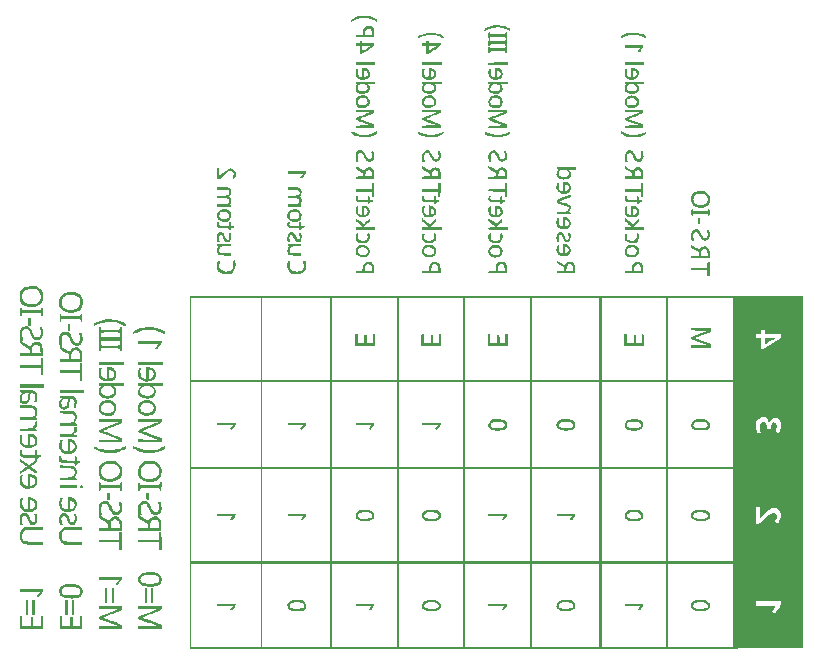
<source format=gbr>
%TF.GenerationSoftware,KiCad,Pcbnew,7.0.10*%
%TF.CreationDate,2024-06-25T20:32:39-07:00*%
%TF.ProjectId,TRS-IO++,5452532d-494f-42b2-9b2e-6b696361645f,rev?*%
%TF.SameCoordinates,Original*%
%TF.FileFunction,Legend,Bot*%
%TF.FilePolarity,Positive*%
%FSLAX46Y46*%
G04 Gerber Fmt 4.6, Leading zero omitted, Abs format (unit mm)*
G04 Created by KiCad (PCBNEW 7.0.10) date 2024-06-25 20:32:39*
%MOMM*%
%LPD*%
G01*
G04 APERTURE LIST*
G04 APERTURE END LIST*
%TO.C,G\u002A\u002A\u002A*%
G36*
X78170411Y-116402477D02*
G01*
X78170411Y-117010368D01*
X78071834Y-117010368D01*
X77973257Y-117010368D01*
X77973257Y-116402477D01*
X77973257Y-115794586D01*
X78071834Y-115794586D01*
X78170411Y-115794586D01*
X78170411Y-116402477D01*
G37*
G36*
X78729014Y-116402477D02*
G01*
X78729014Y-117010368D01*
X78630437Y-117010368D01*
X78531860Y-117010368D01*
X78531860Y-116402477D01*
X78531860Y-115794586D01*
X78630437Y-115794586D01*
X78729014Y-115794586D01*
X78729014Y-116402477D01*
G37*
G36*
X81522028Y-116402477D02*
G01*
X81522028Y-117010368D01*
X81423451Y-117010368D01*
X81324874Y-117010368D01*
X81324874Y-116402477D01*
X81324874Y-115794586D01*
X81423451Y-115794586D01*
X81522028Y-115794586D01*
X81522028Y-116402477D01*
G37*
G36*
X82080631Y-116402477D02*
G01*
X82080631Y-117010368D01*
X81982054Y-117010368D01*
X81883477Y-117010368D01*
X81883477Y-116402477D01*
X81883477Y-115794586D01*
X81982054Y-115794586D01*
X82080631Y-115794586D01*
X82080631Y-116402477D01*
G37*
G36*
X84873645Y-115383848D02*
G01*
X84873645Y-115991740D01*
X84775068Y-115991740D01*
X84676491Y-115991740D01*
X84676491Y-115383848D01*
X84676491Y-114775957D01*
X84775068Y-114775957D01*
X84873645Y-114775957D01*
X84873645Y-115383848D01*
G37*
G36*
X85432248Y-115383848D02*
G01*
X85432248Y-115991740D01*
X85333671Y-115991740D01*
X85235094Y-115991740D01*
X85235094Y-115383848D01*
X85235094Y-114775957D01*
X85333671Y-114775957D01*
X85432248Y-114775957D01*
X85432248Y-115383848D01*
G37*
G36*
X88225262Y-115383848D02*
G01*
X88225262Y-115991740D01*
X88126685Y-115991740D01*
X88028108Y-115991740D01*
X88028108Y-115383848D01*
X88028108Y-114775957D01*
X88126685Y-114775957D01*
X88225262Y-114775957D01*
X88225262Y-115383848D01*
G37*
G36*
X88751006Y-115383848D02*
G01*
X88751006Y-115991740D01*
X88652429Y-115991740D01*
X88553852Y-115991740D01*
X88553852Y-115383848D01*
X88553852Y-114775957D01*
X88652429Y-114775957D01*
X88751006Y-114775957D01*
X88751006Y-115383848D01*
G37*
G36*
X85070799Y-107021235D02*
G01*
X85070799Y-107349825D01*
X84972222Y-107349825D01*
X84873645Y-107349825D01*
X84873645Y-107021235D01*
X84873645Y-106692645D01*
X84972222Y-106692645D01*
X85070799Y-106692645D01*
X85070799Y-107021235D01*
G37*
G36*
X82277785Y-106150472D02*
G01*
X82277785Y-106265478D01*
X81554887Y-106265478D01*
X80831989Y-106265478D01*
X80831989Y-106150472D01*
X80831989Y-106035465D01*
X81554887Y-106035465D01*
X82277785Y-106035465D01*
X82277785Y-106150472D01*
G37*
G36*
X82902105Y-98132878D02*
G01*
X82902105Y-98247885D01*
X81867047Y-98247885D01*
X80831989Y-98247885D01*
X80831989Y-98132878D01*
X80831989Y-98017872D01*
X81867047Y-98017872D01*
X82902105Y-98017872D01*
X82902105Y-98132878D01*
G37*
G36*
X79550488Y-97656423D02*
G01*
X79550488Y-97787859D01*
X78515430Y-97787859D01*
X77480372Y-97787859D01*
X77480372Y-97656423D01*
X77480372Y-97524987D01*
X78515430Y-97524987D01*
X79550488Y-97524987D01*
X79550488Y-97656423D01*
G37*
G36*
X86253722Y-95734172D02*
G01*
X86253722Y-95849178D01*
X85202235Y-95849178D01*
X84150747Y-95849178D01*
X84150747Y-95734172D01*
X84150747Y-95619165D01*
X85202235Y-95619165D01*
X86253722Y-95619165D01*
X86253722Y-95734172D01*
G37*
G36*
X89572481Y-95734172D02*
G01*
X89572481Y-95849178D01*
X88537422Y-95849178D01*
X87502364Y-95849178D01*
X87502364Y-95734172D01*
X87502364Y-95619165D01*
X88537422Y-95619165D01*
X89572481Y-95619165D01*
X89572481Y-95734172D01*
G37*
G36*
X81752041Y-92694715D02*
G01*
X81752041Y-93023305D01*
X81637034Y-93023305D01*
X81522028Y-93023305D01*
X81522028Y-92694715D01*
X81522028Y-92366125D01*
X81637034Y-92366125D01*
X81752041Y-92366125D01*
X81752041Y-92694715D01*
G37*
G36*
X130350488Y-70367031D02*
G01*
X130350488Y-70482037D01*
X129529014Y-70482037D01*
X128707539Y-70482037D01*
X128707539Y-70367031D01*
X128707539Y-70252024D01*
X129529014Y-70252024D01*
X130350488Y-70252024D01*
X130350488Y-70367031D01*
G37*
G36*
X135075297Y-83666707D02*
G01*
X135070207Y-83792137D01*
X135062291Y-83876275D01*
X135047095Y-83921190D01*
X135019750Y-83940591D01*
X134975391Y-83948191D01*
X134885029Y-83958589D01*
X134885029Y-83677105D01*
X134885029Y-83395621D01*
X134984935Y-83395621D01*
X135084841Y-83395621D01*
X135075297Y-83666707D01*
G37*
G36*
X88422416Y-107021235D02*
G01*
X88422416Y-107349825D01*
X88329315Y-107349825D01*
X88260269Y-107343970D01*
X88214309Y-107327919D01*
X88209124Y-107314001D01*
X88200537Y-107245512D01*
X88194612Y-107135355D01*
X88192403Y-106999329D01*
X88192403Y-106692645D01*
X88307409Y-106692645D01*
X88422416Y-106692645D01*
X88422416Y-107021235D01*
G37*
G36*
X78400424Y-92216178D02*
G01*
X78400424Y-92563279D01*
X78307323Y-92563279D01*
X78238069Y-92557144D01*
X78191206Y-92540263D01*
X78185710Y-92524319D01*
X78178702Y-92453360D01*
X78175759Y-92341194D01*
X78177515Y-92203458D01*
X78186840Y-91889670D01*
X78293632Y-91879373D01*
X78400424Y-91869076D01*
X78400424Y-92216178D01*
G37*
G36*
X82703991Y-106002740D02*
G01*
X82762712Y-106033175D01*
X82814260Y-106098042D01*
X82836387Y-106169953D01*
X82827488Y-106208437D01*
X82774490Y-106262133D01*
X82694231Y-106285325D01*
X82610531Y-106267703D01*
X82569743Y-106234481D01*
X82543269Y-106162881D01*
X82560727Y-106087105D01*
X82615368Y-106027047D01*
X82700444Y-106002606D01*
X82703991Y-106002740D01*
G37*
G36*
X118816983Y-70366466D02*
G01*
X118816983Y-70482037D01*
X118000984Y-70482037D01*
X117825489Y-70481492D01*
X117616283Y-70479296D01*
X117436120Y-70475655D01*
X117294168Y-70470826D01*
X117199595Y-70465063D01*
X117161571Y-70458623D01*
X117148757Y-70423607D01*
X117147880Y-70351831D01*
X117157603Y-70268454D01*
X117987293Y-70259675D01*
X118816983Y-70250896D01*
X118816983Y-70366466D01*
G37*
G36*
X107573075Y-70358816D02*
G01*
X107562778Y-70465608D01*
X106774812Y-70474435D01*
X106626788Y-70475803D01*
X106416796Y-70476683D01*
X106234007Y-70476184D01*
X106088047Y-70474391D01*
X105988543Y-70471385D01*
X105945122Y-70467252D01*
X105915757Y-70426964D01*
X105903399Y-70351632D01*
X105903399Y-70252024D01*
X106743385Y-70252024D01*
X107583371Y-70252024D01*
X107573075Y-70358816D01*
G37*
G36*
X113191962Y-70358816D02*
G01*
X113181666Y-70465608D01*
X112393699Y-70474435D01*
X112245675Y-70475803D01*
X112035684Y-70476683D01*
X111852895Y-70476184D01*
X111706935Y-70474391D01*
X111607431Y-70471385D01*
X111564010Y-70467252D01*
X111534644Y-70426964D01*
X111522287Y-70351632D01*
X111522287Y-70252024D01*
X112362273Y-70252024D01*
X113202259Y-70252024D01*
X113191962Y-70358816D01*
G37*
G36*
X101697155Y-100868389D02*
G01*
X101687146Y-100918368D01*
X101633383Y-101026882D01*
X101537082Y-101164591D01*
X101377303Y-101370431D01*
X101302426Y-101309800D01*
X101227550Y-101249169D01*
X101351316Y-101112175D01*
X101475082Y-100975181D01*
X100814079Y-100975181D01*
X100153076Y-100975181D01*
X100153076Y-100876604D01*
X100153076Y-100778027D01*
X100925262Y-100778027D01*
X101697448Y-100778027D01*
X101697155Y-100868389D01*
G37*
G36*
X113098405Y-100868389D02*
G01*
X113087574Y-100919089D01*
X113031328Y-101028080D01*
X112930430Y-101167741D01*
X112763567Y-101376731D01*
X112696919Y-101310083D01*
X112630271Y-101243435D01*
X112734095Y-101117523D01*
X112837919Y-100991610D01*
X112180103Y-100982715D01*
X111522287Y-100973820D01*
X111522287Y-100875923D01*
X111522287Y-100778027D01*
X112310902Y-100778027D01*
X113099518Y-100778027D01*
X113098405Y-100868389D01*
G37*
G36*
X140988587Y-93615513D02*
G01*
X141407539Y-93616259D01*
X141210385Y-93723100D01*
X141098490Y-93786870D01*
X140947012Y-93879301D01*
X140809665Y-93968796D01*
X140792743Y-93980296D01*
X140695109Y-94044889D01*
X140621897Y-94090421D01*
X140587867Y-94107652D01*
X140586164Y-94106577D01*
X140577773Y-94066157D01*
X140571867Y-93979014D01*
X140569635Y-93861209D01*
X140569635Y-93614767D01*
X140988587Y-93615513D01*
G37*
G36*
X101697155Y-79575763D02*
G01*
X101687146Y-79625742D01*
X101633383Y-79734256D01*
X101537082Y-79871965D01*
X101377303Y-80077805D01*
X101302426Y-80017174D01*
X101227550Y-79956543D01*
X101351316Y-79819549D01*
X101475082Y-79682555D01*
X100814079Y-79682555D01*
X100153076Y-79682555D01*
X100153076Y-79583978D01*
X100153076Y-79485401D01*
X100925262Y-79485401D01*
X101697448Y-79485401D01*
X101697155Y-79575763D01*
G37*
G36*
X89350682Y-110050395D02*
G01*
X89457474Y-110060692D01*
X89466317Y-110791804D01*
X89475161Y-111522917D01*
X89359526Y-111522917D01*
X89243891Y-111522917D01*
X89243891Y-111210756D01*
X89243891Y-110898596D01*
X88373127Y-110898596D01*
X87502364Y-110898596D01*
X87502364Y-110783590D01*
X87502364Y-110668583D01*
X88373127Y-110668583D01*
X89243891Y-110668583D01*
X89243891Y-110354341D01*
X89243891Y-110040098D01*
X89350682Y-110050395D01*
G37*
G36*
X86122287Y-110781508D02*
G01*
X86122287Y-111522917D01*
X86007280Y-111522917D01*
X85892274Y-111522917D01*
X85892274Y-111210756D01*
X85892274Y-110898596D01*
X85021510Y-110898596D01*
X84150747Y-110898596D01*
X84150747Y-110783590D01*
X84150747Y-110668583D01*
X85020277Y-110668583D01*
X85889807Y-110668583D01*
X85899255Y-110364637D01*
X85908703Y-110060692D01*
X86015495Y-110050395D01*
X86122287Y-110040098D01*
X86122287Y-110781508D01*
G37*
G36*
X82770669Y-96473499D02*
G01*
X82770669Y-97196397D01*
X82673326Y-97196397D01*
X82575982Y-97196397D01*
X82566534Y-96892451D01*
X82557086Y-96588505D01*
X81694537Y-96579745D01*
X80831989Y-96570985D01*
X80831989Y-96456524D01*
X80831989Y-96342063D01*
X81702752Y-96342063D01*
X82573515Y-96342063D01*
X82573515Y-96046332D01*
X82573515Y-95750601D01*
X82672092Y-95750601D01*
X82770669Y-95750601D01*
X82770669Y-96473499D01*
G37*
G36*
X79419052Y-95997044D02*
G01*
X79419052Y-96736371D01*
X79320475Y-96736371D01*
X79221898Y-96736371D01*
X79221898Y-96424211D01*
X79221898Y-96112050D01*
X78351135Y-96112050D01*
X77480372Y-96112050D01*
X77480372Y-95997044D01*
X77480372Y-95882037D01*
X78351135Y-95882037D01*
X79221898Y-95882037D01*
X79221898Y-95569877D01*
X79221898Y-95257716D01*
X79320475Y-95257716D01*
X79419052Y-95257716D01*
X79419052Y-95997044D01*
G37*
G36*
X107473174Y-81087277D02*
G01*
X107464201Y-81670524D01*
X107373839Y-81680921D01*
X107283477Y-81691318D01*
X107283477Y-81442693D01*
X107283477Y-81194068D01*
X106593438Y-81194068D01*
X105903399Y-81194068D01*
X105903399Y-81079062D01*
X105903399Y-80964055D01*
X106593438Y-80964055D01*
X107283477Y-80964055D01*
X107283477Y-80734042D01*
X107283477Y-80504029D01*
X107382812Y-80504029D01*
X107482147Y-80504029D01*
X107473174Y-81087277D01*
G37*
G36*
X113092062Y-81087277D02*
G01*
X113083089Y-81670524D01*
X112992726Y-81680921D01*
X112902364Y-81691318D01*
X112902364Y-81442693D01*
X112902364Y-81194068D01*
X112210243Y-81194068D01*
X111518123Y-81194068D01*
X111528419Y-81087277D01*
X111538716Y-80980485D01*
X112220540Y-80971603D01*
X112902364Y-80962722D01*
X112902364Y-80733376D01*
X112902364Y-80504029D01*
X113001699Y-80504029D01*
X113101034Y-80504029D01*
X113092062Y-81087277D01*
G37*
G36*
X135870799Y-87763684D02*
G01*
X135870799Y-88357328D01*
X135772222Y-88357328D01*
X135673645Y-88357328D01*
X135673645Y-88110886D01*
X135673645Y-87864443D01*
X135000036Y-87864443D01*
X134326426Y-87864443D01*
X134326426Y-87765866D01*
X134326426Y-87667289D01*
X134998596Y-87667289D01*
X135670766Y-87667289D01*
X135680420Y-87429062D01*
X135683710Y-87353859D01*
X135691282Y-87260946D01*
X135705983Y-87210876D01*
X135733729Y-87188942D01*
X135780437Y-87180437D01*
X135870799Y-87170039D01*
X135870799Y-87763684D01*
G37*
G36*
X130251911Y-81097674D02*
G01*
X130251911Y-81691318D01*
X130161549Y-81680921D01*
X130133008Y-81676998D01*
X130097524Y-81662879D01*
X130077727Y-81627194D01*
X130067702Y-81555235D01*
X130061533Y-81432296D01*
X130051878Y-81194068D01*
X129379709Y-81194068D01*
X128707539Y-81194068D01*
X128707539Y-81079062D01*
X128707539Y-80964055D01*
X129381148Y-80964055D01*
X130054757Y-80964055D01*
X130054757Y-80734042D01*
X130054757Y-80504029D01*
X130153334Y-80504029D01*
X130251911Y-80504029D01*
X130251911Y-81097674D01*
G37*
G36*
X95749971Y-100860880D02*
G01*
X95729925Y-100929030D01*
X95671047Y-101033498D01*
X95580783Y-101159020D01*
X95497904Y-101263290D01*
X95444059Y-101323458D01*
X95408307Y-101346295D01*
X95379378Y-101338985D01*
X95346002Y-101308714D01*
X95310694Y-101270066D01*
X95301721Y-101235549D01*
X95325680Y-101188387D01*
X95386515Y-101109151D01*
X95492621Y-100975181D01*
X94832680Y-100975181D01*
X94172739Y-100975181D01*
X94172739Y-100876604D01*
X94172739Y-100778027D01*
X94961355Y-100778027D01*
X95749971Y-100778027D01*
X95749971Y-100860880D01*
G37*
G36*
X107480631Y-100860880D02*
G01*
X107460585Y-100929030D01*
X107401707Y-101033498D01*
X107311443Y-101159020D01*
X107228563Y-101263290D01*
X107174719Y-101323458D01*
X107138967Y-101346295D01*
X107110038Y-101338985D01*
X107076662Y-101308714D01*
X107041354Y-101270066D01*
X107032381Y-101235549D01*
X107056340Y-101188387D01*
X107117175Y-101109151D01*
X107223281Y-100975181D01*
X106563340Y-100975181D01*
X105903399Y-100975181D01*
X105903399Y-100876604D01*
X105903399Y-100778027D01*
X106692015Y-100778027D01*
X107480631Y-100778027D01*
X107480631Y-100860880D01*
G37*
G36*
X95749971Y-116166721D02*
G01*
X95749474Y-116173286D01*
X95724391Y-116239158D01*
X95670215Y-116332574D01*
X95599185Y-116436557D01*
X95523536Y-116534126D01*
X95455507Y-116608305D01*
X95407334Y-116642114D01*
X95376465Y-116638464D01*
X95323224Y-116600137D01*
X95316044Y-116590808D01*
X95303555Y-116551514D01*
X95324655Y-116499736D01*
X95385297Y-116418003D01*
X95490196Y-116287471D01*
X94831468Y-116287471D01*
X94172739Y-116287471D01*
X94172739Y-116188894D01*
X94172739Y-116090317D01*
X94961355Y-116090317D01*
X95749971Y-116090317D01*
X95749971Y-116166721D01*
G37*
G36*
X107480631Y-116166721D02*
G01*
X107480134Y-116173286D01*
X107455051Y-116239158D01*
X107400875Y-116332574D01*
X107329844Y-116436557D01*
X107254196Y-116534126D01*
X107186166Y-116608305D01*
X107137993Y-116642114D01*
X107107125Y-116638464D01*
X107053883Y-116600137D01*
X107046704Y-116590808D01*
X107034215Y-116551514D01*
X107055315Y-116499736D01*
X107115957Y-116418003D01*
X107220856Y-116287471D01*
X106562127Y-116287471D01*
X105903399Y-116287471D01*
X105903399Y-116188894D01*
X105903399Y-116090317D01*
X106692015Y-116090317D01*
X107480631Y-116090317D01*
X107480631Y-116166721D01*
G37*
G36*
X118718406Y-116175239D02*
G01*
X118714957Y-116194727D01*
X118683452Y-116266324D01*
X118628120Y-116361060D01*
X118560097Y-116462812D01*
X118490520Y-116555456D01*
X118430525Y-116622866D01*
X118391249Y-116648919D01*
X118364846Y-116639373D01*
X118308004Y-116603940D01*
X118281025Y-116581956D01*
X118269068Y-116552300D01*
X118291129Y-116507977D01*
X118351649Y-116431430D01*
X118456807Y-116303900D01*
X117798990Y-116295005D01*
X117141174Y-116286110D01*
X117141174Y-116188213D01*
X117141174Y-116090317D01*
X117929790Y-116090317D01*
X118718406Y-116090317D01*
X118718406Y-116175239D01*
G37*
G36*
X130251911Y-116174960D02*
G01*
X130248936Y-116193315D01*
X130218478Y-116265003D01*
X130164005Y-116359998D01*
X130096603Y-116462092D01*
X130027357Y-116555081D01*
X129967355Y-116622759D01*
X129927681Y-116648919D01*
X129899662Y-116639460D01*
X129841510Y-116603940D01*
X129814530Y-116581956D01*
X129802575Y-116552300D01*
X129824636Y-116507977D01*
X129885156Y-116431430D01*
X129990316Y-116303900D01*
X129348927Y-116294991D01*
X128707539Y-116286081D01*
X128707539Y-116188199D01*
X128707539Y-116090317D01*
X129479725Y-116090317D01*
X130251911Y-116090317D01*
X130251911Y-116174960D01*
G37*
G36*
X101697448Y-108551674D02*
G01*
X101693877Y-108571975D01*
X101662544Y-108644193D01*
X101607880Y-108739143D01*
X101540847Y-108840743D01*
X101472407Y-108932906D01*
X101413522Y-108999550D01*
X101375153Y-109024589D01*
X101348003Y-109013994D01*
X101291071Y-108977074D01*
X101264784Y-108955150D01*
X101251861Y-108925097D01*
X101273068Y-108881250D01*
X101332783Y-108805609D01*
X101435852Y-108680614D01*
X100794464Y-108671705D01*
X100153076Y-108662795D01*
X100153076Y-108564913D01*
X100153076Y-108467031D01*
X100925262Y-108467031D01*
X101697448Y-108467031D01*
X101697448Y-108551674D01*
G37*
G36*
X118718406Y-108551953D02*
G01*
X118714957Y-108571441D01*
X118683452Y-108643038D01*
X118628120Y-108737775D01*
X118560097Y-108839527D01*
X118490520Y-108932170D01*
X118430525Y-108999580D01*
X118391249Y-109025634D01*
X118364754Y-109016034D01*
X118307859Y-108980548D01*
X118278961Y-108956433D01*
X118269261Y-108926253D01*
X118292699Y-108879780D01*
X118353628Y-108799823D01*
X118461056Y-108664185D01*
X117801115Y-108664185D01*
X117141174Y-108664185D01*
X117141174Y-108565608D01*
X117141174Y-108467031D01*
X117929790Y-108467031D01*
X118718406Y-108467031D01*
X118718406Y-108551953D01*
G37*
G36*
X130251911Y-68891151D02*
G01*
X130247746Y-68912825D01*
X130215264Y-68985054D01*
X130159704Y-69079770D01*
X130092066Y-69180988D01*
X130023351Y-69272721D01*
X129964558Y-69338982D01*
X129926689Y-69363786D01*
X129901180Y-69353101D01*
X129845534Y-69316272D01*
X129819247Y-69294348D01*
X129806324Y-69264295D01*
X129827531Y-69220448D01*
X129887246Y-69144807D01*
X129990316Y-69019812D01*
X129348927Y-69010903D01*
X128707539Y-69001993D01*
X128707539Y-68904111D01*
X128707539Y-68806229D01*
X129479725Y-68806229D01*
X130251911Y-68806229D01*
X130251911Y-68891151D01*
G37*
G36*
X95749971Y-108546166D02*
G01*
X95729794Y-108611628D01*
X95675156Y-108708118D01*
X95596223Y-108817253D01*
X95584173Y-108832297D01*
X95510376Y-108924454D01*
X95455389Y-108993150D01*
X95430352Y-109024471D01*
X95422775Y-109028420D01*
X95380476Y-109014921D01*
X95329889Y-108977997D01*
X95298407Y-108936013D01*
X95300061Y-108918443D01*
X95331535Y-108858576D01*
X95390217Y-108782280D01*
X95493907Y-108664185D01*
X94833323Y-108664185D01*
X94172739Y-108664185D01*
X94172739Y-108565608D01*
X94172739Y-108467031D01*
X94961355Y-108467031D01*
X95749971Y-108467031D01*
X95749971Y-108546166D01*
G37*
G36*
X89473904Y-93964330D02*
G01*
X89463916Y-94001016D01*
X89421620Y-94085138D01*
X89355880Y-94193425D01*
X89277294Y-94310312D01*
X89196462Y-94420231D01*
X89123982Y-94507616D01*
X89070453Y-94556899D01*
X89032736Y-94552554D01*
X88976370Y-94511915D01*
X88960483Y-94495708D01*
X88937714Y-94462600D01*
X88941497Y-94425838D01*
X88976702Y-94369563D01*
X89048198Y-94277915D01*
X89183763Y-94107652D01*
X88343064Y-94107652D01*
X87502364Y-94107652D01*
X87502364Y-93992645D01*
X87502364Y-93877639D01*
X88488134Y-93877639D01*
X89473904Y-93877639D01*
X89473904Y-93964330D01*
G37*
G36*
X79419052Y-114942585D02*
G01*
X79418363Y-114957136D01*
X79394896Y-115037962D01*
X79334229Y-115144928D01*
X79231148Y-115287604D01*
X79184668Y-115347176D01*
X79107627Y-115442003D01*
X79050338Y-115507363D01*
X79022657Y-115531714D01*
X78993480Y-115514702D01*
X78942571Y-115465967D01*
X78930919Y-115452853D01*
X78908340Y-115417642D01*
X78912283Y-115380356D01*
X78948209Y-115325093D01*
X79021581Y-115235954D01*
X79160092Y-115071688D01*
X78320232Y-115071688D01*
X77480372Y-115071688D01*
X77480372Y-114956681D01*
X77480372Y-114841675D01*
X78449712Y-114841675D01*
X79419052Y-114841675D01*
X79419052Y-114942585D01*
G37*
G36*
X86122287Y-113916949D02*
G01*
X86121791Y-113924022D01*
X86097936Y-113991906D01*
X86045543Y-114089283D01*
X85974697Y-114201667D01*
X85895480Y-114314573D01*
X85817974Y-114413514D01*
X85752262Y-114484003D01*
X85708427Y-114511556D01*
X85672675Y-114498388D01*
X85617130Y-114451961D01*
X85606659Y-114440014D01*
X85587448Y-114406374D01*
X85594796Y-114368543D01*
X85634825Y-114311932D01*
X85713659Y-114221948D01*
X85865505Y-114053059D01*
X85008126Y-114053059D01*
X84150747Y-114053059D01*
X84150747Y-113938053D01*
X84150747Y-113823046D01*
X85136517Y-113823046D01*
X86122287Y-113823046D01*
X86122287Y-113916949D01*
G37*
G36*
X77684759Y-117560756D02*
G01*
X77693955Y-117979709D01*
X78047189Y-117989035D01*
X78400424Y-117998361D01*
X78400424Y-117586512D01*
X78400424Y-117174663D01*
X78499001Y-117174663D01*
X78597578Y-117174663D01*
X78597578Y-117585401D01*
X78597578Y-117996138D01*
X78909738Y-117996138D01*
X79221898Y-117996138D01*
X79221898Y-117568971D01*
X79221898Y-117141804D01*
X79320475Y-117141804D01*
X79419052Y-117141804D01*
X79419052Y-117683978D01*
X79419052Y-118226151D01*
X78449712Y-118226151D01*
X77480372Y-118226151D01*
X77480372Y-117683978D01*
X77480372Y-117141804D01*
X77577967Y-117141804D01*
X77675562Y-117141804D01*
X77684759Y-117560756D01*
G37*
G36*
X81029143Y-117570083D02*
G01*
X81029143Y-117998361D01*
X81382377Y-117989035D01*
X81735611Y-117979709D01*
X81744837Y-117577186D01*
X81754063Y-117174663D01*
X81851629Y-117174663D01*
X81949195Y-117174663D01*
X81949195Y-117586634D01*
X81949195Y-117998604D01*
X82253140Y-117989156D01*
X82557086Y-117979709D01*
X82566282Y-117560756D01*
X82575479Y-117141804D01*
X82673074Y-117141804D01*
X82770669Y-117141804D01*
X82770669Y-117683978D01*
X82770669Y-118226151D01*
X81801329Y-118226151D01*
X80831989Y-118226151D01*
X80831989Y-117683978D01*
X80831989Y-117141804D01*
X80930566Y-117141804D01*
X81029143Y-117141804D01*
X81029143Y-117570083D01*
G37*
G36*
X130227267Y-93292310D02*
G01*
X130334059Y-93302606D01*
X130343176Y-93770847D01*
X130352293Y-94239088D01*
X129497057Y-94239088D01*
X128641821Y-94239088D01*
X128641821Y-93762632D01*
X128641821Y-93286177D01*
X128740398Y-93286177D01*
X128838975Y-93286177D01*
X128838975Y-93647626D01*
X128838975Y-94009075D01*
X129134706Y-94009075D01*
X129430437Y-94009075D01*
X129430437Y-93661873D01*
X129430437Y-93314671D01*
X129520799Y-93325068D01*
X129611161Y-93335465D01*
X129620525Y-93672270D01*
X129629890Y-94009075D01*
X129875182Y-94009075D01*
X130120475Y-94009075D01*
X130120475Y-93645544D01*
X130120475Y-93282013D01*
X130227267Y-93292310D01*
G37*
G36*
X106067694Y-93647626D02*
G01*
X106067694Y-94009075D01*
X106345846Y-94009075D01*
X106623998Y-94009075D01*
X106633362Y-93672270D01*
X106642726Y-93335465D01*
X106741303Y-93335465D01*
X106839880Y-93335465D01*
X106849245Y-93672270D01*
X106858609Y-94009075D01*
X107103902Y-94009075D01*
X107349195Y-94009075D01*
X107349195Y-93647626D01*
X107349195Y-93286177D01*
X107447772Y-93286177D01*
X107546349Y-93286177D01*
X107546349Y-93762632D01*
X107546349Y-94239088D01*
X106692015Y-94239088D01*
X105837681Y-94239088D01*
X105837681Y-93762632D01*
X105837681Y-93286177D01*
X105952688Y-93286177D01*
X106067694Y-93286177D01*
X106067694Y-93647626D01*
G37*
G36*
X111686581Y-93645544D02*
G01*
X111686581Y-94009075D01*
X111964733Y-94009075D01*
X112242885Y-94009075D01*
X112252250Y-93672270D01*
X112261614Y-93335465D01*
X112360191Y-93335465D01*
X112458768Y-93335465D01*
X112468132Y-93672270D01*
X112477496Y-94009075D01*
X112722789Y-94009075D01*
X112968082Y-94009075D01*
X112968082Y-93647626D01*
X112968082Y-93286177D01*
X113066659Y-93286177D01*
X113165236Y-93286177D01*
X113165236Y-93762632D01*
X113165236Y-94239088D01*
X112310000Y-94239088D01*
X111454764Y-94239088D01*
X111463881Y-93770847D01*
X111472998Y-93302606D01*
X111579790Y-93292310D01*
X111686581Y-93282013D01*
X111686581Y-93645544D01*
G37*
G36*
X117305469Y-93647626D02*
G01*
X117305469Y-94009075D01*
X117601200Y-94009075D01*
X117896931Y-94009075D01*
X117896931Y-93661873D01*
X117896931Y-93314671D01*
X117987293Y-93325068D01*
X118077655Y-93335465D01*
X118087019Y-93672270D01*
X118096384Y-94009075D01*
X118341677Y-94009075D01*
X118586970Y-94009075D01*
X118586970Y-93647626D01*
X118586970Y-93286177D01*
X118685547Y-93286177D01*
X118784124Y-93286177D01*
X118784124Y-93762632D01*
X118784124Y-94239088D01*
X117946219Y-94239088D01*
X117108315Y-94239088D01*
X117108315Y-93762632D01*
X117108315Y-93286177D01*
X117206892Y-93286177D01*
X117305469Y-93286177D01*
X117305469Y-93647626D01*
G37*
G36*
X124041956Y-108467405D02*
G01*
X124232071Y-108470693D01*
X124368308Y-108479739D01*
X124455866Y-108497407D01*
X124499947Y-108526559D01*
X124505751Y-108570060D01*
X124478479Y-108630772D01*
X124423331Y-108711558D01*
X124345508Y-108815281D01*
X124290863Y-108886531D01*
X124217272Y-108972623D01*
X124164313Y-109013700D01*
X124122161Y-109016111D01*
X124080993Y-108986203D01*
X124054966Y-108955658D01*
X124046937Y-108916130D01*
X124074763Y-108863283D01*
X124143543Y-108780334D01*
X124245524Y-108664185D01*
X123584940Y-108664185D01*
X122924356Y-108664185D01*
X122924356Y-108565608D01*
X122924356Y-108467031D01*
X123712972Y-108467031D01*
X123792762Y-108467012D01*
X124041956Y-108467405D01*
G37*
G36*
X118718406Y-81097674D02*
G01*
X118718406Y-81691318D01*
X118628043Y-81680921D01*
X118599503Y-81676998D01*
X118564018Y-81662879D01*
X118544222Y-81627194D01*
X118534196Y-81555235D01*
X118528027Y-81432296D01*
X118518373Y-81194068D01*
X117851679Y-81194068D01*
X117806981Y-81194016D01*
X117607838Y-81192460D01*
X117433497Y-81188998D01*
X117294187Y-81183979D01*
X117200135Y-81177748D01*
X117161571Y-81170654D01*
X117148757Y-81135638D01*
X117147880Y-81063862D01*
X117157603Y-80980485D01*
X117839428Y-80971603D01*
X118521252Y-80962722D01*
X118521252Y-80733376D01*
X118521252Y-80504029D01*
X118619829Y-80504029D01*
X118718406Y-80504029D01*
X118718406Y-81097674D01*
G37*
G36*
X118276440Y-67137561D02*
G01*
X118564304Y-67207534D01*
X118819431Y-67315649D01*
X118850765Y-67333044D01*
X118932655Y-67386990D01*
X118971468Y-67436413D01*
X118981277Y-67497091D01*
X118976327Y-67561960D01*
X118963756Y-67590446D01*
X118945457Y-67584546D01*
X118881407Y-67556075D01*
X118791246Y-67511963D01*
X118615346Y-67433123D01*
X118277409Y-67335297D01*
X117928459Y-67301481D01*
X117570666Y-67331598D01*
X117206199Y-67425568D01*
X116837228Y-67583311D01*
X116836128Y-67583775D01*
X116819463Y-67561555D01*
X116812584Y-67495992D01*
X116812607Y-67491620D01*
X116824048Y-67424865D01*
X116866575Y-67371563D01*
X116955066Y-67312562D01*
X117103167Y-67239586D01*
X117369202Y-67156742D01*
X117663611Y-67112139D01*
X117971116Y-67105754D01*
X118276440Y-67137561D01*
G37*
G36*
X78904990Y-100647685D02*
G01*
X78940343Y-100661920D01*
X78955614Y-100707949D01*
X78958810Y-100802671D01*
X78946483Y-100923271D01*
X78883739Y-101069871D01*
X78762000Y-101198549D01*
X78679979Y-101264899D01*
X78803073Y-101287992D01*
X78880568Y-101307898D01*
X78917916Y-101341683D01*
X78926167Y-101406005D01*
X78926167Y-101500925D01*
X78203270Y-101500925D01*
X77480372Y-101500925D01*
X77480372Y-101388999D01*
X77480372Y-101277074D01*
X77948613Y-101265143D01*
X78098381Y-101260457D01*
X78261825Y-101251560D01*
X78379394Y-101238731D01*
X78462695Y-101220565D01*
X78523335Y-101195660D01*
X78624685Y-101122882D01*
X78711589Y-100995274D01*
X78742810Y-100832778D01*
X78744017Y-100798678D01*
X78760597Y-100705785D01*
X78804118Y-100659831D01*
X78885094Y-100647094D01*
X78904990Y-100647685D01*
G37*
G36*
X107704635Y-76206045D02*
G01*
X107697798Y-76250420D01*
X107672433Y-76303005D01*
X107615980Y-76349085D01*
X107513490Y-76404156D01*
X107300225Y-76495836D01*
X107073726Y-76557759D01*
X106828676Y-76586008D01*
X106544149Y-76584474D01*
X106368434Y-76571641D01*
X106112082Y-76530944D01*
X105886516Y-76461773D01*
X105671860Y-76358991D01*
X105605690Y-76317274D01*
X105555368Y-76261941D01*
X105541950Y-76193451D01*
X105546858Y-76129391D01*
X105559472Y-76100925D01*
X105578296Y-76107050D01*
X105642813Y-76135810D01*
X105733385Y-76180174D01*
X105921546Y-76264772D01*
X106136510Y-76330636D01*
X106369484Y-76366612D01*
X106642726Y-76377530D01*
X106887398Y-76369046D01*
X107122607Y-76336379D01*
X107337759Y-76274501D01*
X107555366Y-76178502D01*
X107715057Y-76097581D01*
X107704635Y-76206045D01*
G37*
G36*
X130510919Y-76127649D02*
G01*
X130514783Y-76194924D01*
X130510914Y-76237074D01*
X130486471Y-76284310D01*
X130428008Y-76331312D01*
X130322459Y-76391430D01*
X130182939Y-76458127D01*
X129929052Y-76540781D01*
X129650493Y-76582178D01*
X129331860Y-76585334D01*
X129306058Y-76584097D01*
X128977428Y-76546286D01*
X128690686Y-76470420D01*
X128452882Y-76358321D01*
X128422037Y-76337993D01*
X128362435Y-76275074D01*
X128346090Y-76194083D01*
X128346104Y-76190683D01*
X128353613Y-76127154D01*
X128370734Y-76108060D01*
X128521460Y-76180335D01*
X128887601Y-76313705D01*
X129244967Y-76382303D01*
X129594852Y-76386194D01*
X129938554Y-76325439D01*
X130277368Y-76200101D01*
X130286807Y-76195690D01*
X130391109Y-76147778D01*
X130468219Y-76113822D01*
X130502043Y-76100925D01*
X130510919Y-76127649D01*
G37*
G36*
X112576522Y-67752711D02*
G01*
X112853076Y-67812840D01*
X112854823Y-67813393D01*
X113071448Y-67891164D01*
X113225322Y-67967866D01*
X113319331Y-68045291D01*
X113356358Y-68125229D01*
X113358140Y-68143675D01*
X113352955Y-68194328D01*
X113320896Y-68209482D01*
X113252212Y-68189574D01*
X113137153Y-68135040D01*
X112922544Y-68046798D01*
X112619327Y-67974294D01*
X112298100Y-67946572D01*
X111975366Y-67963655D01*
X111667628Y-68025572D01*
X111391391Y-68132346D01*
X111324218Y-68164888D01*
X111240222Y-68200804D01*
X111192606Y-68214767D01*
X111170588Y-68190223D01*
X111166870Y-68125229D01*
X111170875Y-68103172D01*
X111213433Y-68029800D01*
X111308703Y-67960656D01*
X111403731Y-67911731D01*
X111669948Y-67815584D01*
X111966475Y-67755853D01*
X112274827Y-67734305D01*
X112576522Y-67752711D01*
G37*
G36*
X118977413Y-76127649D02*
G01*
X118981277Y-76194924D01*
X118977453Y-76236882D01*
X118953093Y-76284178D01*
X118894728Y-76331178D01*
X118789280Y-76391256D01*
X118570457Y-76487141D01*
X118251138Y-76566536D01*
X117893972Y-76593324D01*
X117858836Y-76593045D01*
X117610497Y-76574066D01*
X117362877Y-76528787D01*
X117137295Y-76462078D01*
X116955066Y-76378808D01*
X116954701Y-76378594D01*
X116865934Y-76319097D01*
X116823468Y-76265160D01*
X116812584Y-76198116D01*
X116813904Y-76138830D01*
X116827351Y-76108359D01*
X116867853Y-76118045D01*
X116950357Y-76164212D01*
X117181661Y-76271955D01*
X117479441Y-76352166D01*
X117798168Y-76385370D01*
X118124204Y-76371293D01*
X118443910Y-76309661D01*
X118743648Y-76200201D01*
X118753269Y-76195705D01*
X118857598Y-76147782D01*
X118934715Y-76113822D01*
X118968537Y-76100925D01*
X118977413Y-76127649D01*
G37*
G36*
X113357752Y-76118627D02*
G01*
X113362390Y-76177979D01*
X113333613Y-76265043D01*
X113248355Y-76349672D01*
X113116012Y-76425623D01*
X112946036Y-76490467D01*
X112747878Y-76541779D01*
X112530992Y-76577129D01*
X112304827Y-76594093D01*
X112078836Y-76590242D01*
X111862471Y-76563149D01*
X111829919Y-76556571D01*
X111662418Y-76512384D01*
X111494770Y-76453902D01*
X111348645Y-76389415D01*
X111245712Y-76327212D01*
X111188073Y-76262487D01*
X111160838Y-76180687D01*
X111160988Y-76155303D01*
X111167033Y-76116600D01*
X111191823Y-76107777D01*
X111248666Y-76128742D01*
X111350869Y-76179408D01*
X111430073Y-76217130D01*
X111756738Y-76328830D01*
X112101136Y-76383124D01*
X112451671Y-76379874D01*
X112796745Y-76318945D01*
X113124761Y-76200201D01*
X113134382Y-76195705D01*
X113238710Y-76147782D01*
X113315827Y-76113822D01*
X113349650Y-76100925D01*
X113357752Y-76118627D01*
G37*
G36*
X129569294Y-67742516D02*
G01*
X129731432Y-67753217D01*
X129869105Y-67775714D01*
X130005469Y-67812840D01*
X130007216Y-67813393D01*
X130223841Y-67891164D01*
X130377716Y-67967866D01*
X130471724Y-68045291D01*
X130508751Y-68125229D01*
X130512117Y-68159686D01*
X130507567Y-68199224D01*
X130479188Y-68207741D01*
X130415363Y-68185714D01*
X130304475Y-68133620D01*
X130094097Y-68049467D01*
X129783213Y-67975375D01*
X129456383Y-67946898D01*
X129129431Y-67964026D01*
X128818184Y-68026744D01*
X128538468Y-68135040D01*
X128476081Y-68165955D01*
X128400384Y-68201090D01*
X128363612Y-68214767D01*
X128351436Y-68188390D01*
X128346090Y-68121412D01*
X128346366Y-68108473D01*
X128360960Y-68050097D01*
X128408113Y-68000584D01*
X128502170Y-67943590D01*
X128677839Y-67860011D01*
X128893783Y-67791009D01*
X129132672Y-67752631D01*
X129414007Y-67740533D01*
X129569294Y-67742516D01*
G37*
G36*
X106637656Y-66304458D02*
G01*
X106883232Y-66313325D01*
X107090144Y-66342039D01*
X107283609Y-66395779D01*
X107488845Y-66479726D01*
X107539373Y-66503138D01*
X107633509Y-66550912D01*
X107684898Y-66589768D01*
X107706341Y-66631791D01*
X107710644Y-66689066D01*
X107710644Y-66796585D01*
X107521684Y-66702161D01*
X107500164Y-66691629D01*
X107218639Y-66587513D01*
X106910186Y-66527104D01*
X106590135Y-66510253D01*
X106273817Y-66536813D01*
X105976563Y-66606636D01*
X105713704Y-66719574D01*
X105659017Y-66749583D01*
X105586596Y-66787149D01*
X105552159Y-66801830D01*
X105551046Y-66801492D01*
X105544937Y-66767589D01*
X105548083Y-66695080D01*
X105559008Y-66637908D01*
X105589217Y-66590755D01*
X105652150Y-66545021D01*
X105761702Y-66487183D01*
X105889666Y-66429016D01*
X106112619Y-66356413D01*
X106354141Y-66316382D01*
X106635609Y-66304453D01*
X106637656Y-66304458D01*
G37*
G36*
X86450876Y-102828263D02*
G01*
X86448448Y-102869665D01*
X86428196Y-102923153D01*
X86375997Y-102973247D01*
X86278367Y-103036202D01*
X86151357Y-103104883D01*
X85841174Y-103224176D01*
X85498381Y-103298665D01*
X85134756Y-103327074D01*
X84762078Y-103308127D01*
X84392125Y-103240547D01*
X84323974Y-103221665D01*
X84161508Y-103166610D01*
X84000225Y-103100632D01*
X83860987Y-103032668D01*
X83764654Y-102971660D01*
X83757705Y-102964222D01*
X83735718Y-102911026D01*
X83723664Y-102839422D01*
X83724442Y-102776554D01*
X83740947Y-102749566D01*
X83741028Y-102749567D01*
X83777396Y-102763528D01*
X83855310Y-102799725D01*
X83958029Y-102850382D01*
X84198817Y-102955583D01*
X84459201Y-103030888D01*
X84743779Y-103073233D01*
X85070799Y-103086487D01*
X85386887Y-103073991D01*
X85682037Y-103030758D01*
X85955950Y-102952400D01*
X86228597Y-102834572D01*
X86450876Y-102723691D01*
X86450876Y-102828263D01*
G37*
G36*
X87265093Y-102832531D02*
G01*
X87525530Y-102947552D01*
X87796610Y-103027564D01*
X88089133Y-103072463D01*
X88422416Y-103086487D01*
X88733312Y-103074632D01*
X89019684Y-103033929D01*
X89280893Y-102960469D01*
X89535186Y-102850382D01*
X89535793Y-102850076D01*
X89638794Y-102799436D01*
X89717297Y-102763333D01*
X89754350Y-102749566D01*
X89755893Y-102749916D01*
X89765292Y-102783870D01*
X89763502Y-102856358D01*
X89760482Y-102880273D01*
X89738662Y-102941987D01*
X89686572Y-102993928D01*
X89588910Y-103053363D01*
X89407565Y-103139324D01*
X89092189Y-103241903D01*
X88733216Y-103310212D01*
X88679819Y-103316539D01*
X88371902Y-103327098D01*
X88050808Y-103299495D01*
X87735100Y-103237202D01*
X87443338Y-103143689D01*
X87194084Y-103022427D01*
X87161243Y-103002169D01*
X87085564Y-102946137D01*
X87050740Y-102893359D01*
X87042338Y-102825068D01*
X87042338Y-102719366D01*
X87265093Y-102832531D01*
G37*
G36*
X82291473Y-101115469D02*
G01*
X82307440Y-101151302D01*
X82310644Y-101237469D01*
X82309317Y-101275177D01*
X82278301Y-101428920D01*
X82213566Y-101562958D01*
X82125007Y-101655030D01*
X82091628Y-101678797D01*
X82052352Y-101725678D01*
X82076128Y-101754182D01*
X82162778Y-101763797D01*
X82238855Y-101768979D01*
X82271373Y-101796143D01*
X82277785Y-101862374D01*
X82277785Y-101960951D01*
X81554887Y-101960951D01*
X80831989Y-101960951D01*
X80831989Y-101845944D01*
X80831989Y-101730938D01*
X81284313Y-101730938D01*
X81304566Y-101730927D01*
X81490852Y-101729246D01*
X81625601Y-101723714D01*
X81721758Y-101712941D01*
X81792267Y-101695534D01*
X81850073Y-101670101D01*
X81853504Y-101668250D01*
X81989170Y-101568363D01*
X82066022Y-101444460D01*
X82088828Y-101288932D01*
X82089025Y-101255036D01*
X82099923Y-101169985D01*
X82124673Y-101139027D01*
X82161836Y-101134864D01*
X82236711Y-101118765D01*
X82253212Y-101114665D01*
X82291473Y-101115469D01*
G37*
G36*
X130251911Y-74405924D02*
G01*
X130251911Y-74551027D01*
X129849389Y-74706453D01*
X129683106Y-74770747D01*
X129505015Y-74839768D01*
X129345622Y-74901697D01*
X129226240Y-74948264D01*
X129005614Y-75034648D01*
X129620548Y-75264557D01*
X130235482Y-75494465D01*
X130245497Y-75649829D01*
X130255512Y-75805194D01*
X129481525Y-75805194D01*
X128707539Y-75805194D01*
X128707539Y-75707342D01*
X128707539Y-75609490D01*
X129323645Y-75600550D01*
X129939751Y-75591610D01*
X129322158Y-75361836D01*
X128704565Y-75132062D01*
X128714266Y-75036130D01*
X128716589Y-75017972D01*
X128726249Y-74987412D01*
X128749461Y-74958966D01*
X128794209Y-74928406D01*
X128868480Y-74891505D01*
X128980260Y-74844034D01*
X129137534Y-74781766D01*
X129348289Y-74700472D01*
X129972610Y-74460746D01*
X129340074Y-74459360D01*
X128707539Y-74457975D01*
X128707539Y-74359398D01*
X128707539Y-74260821D01*
X129479725Y-74260821D01*
X130251911Y-74260821D01*
X130251911Y-74405924D01*
G37*
G36*
X129039665Y-83710459D02*
G01*
X129371792Y-83961982D01*
X129614698Y-83720697D01*
X129857603Y-83479413D01*
X129857603Y-83615498D01*
X129857532Y-83628911D01*
X129852657Y-83690255D01*
X129833783Y-83743596D01*
X129792094Y-83801808D01*
X129718773Y-83877764D01*
X129605002Y-83984339D01*
X129352401Y-84217095D01*
X129853527Y-84217095D01*
X130354652Y-84217095D01*
X130344355Y-84323887D01*
X130334059Y-84430679D01*
X129520799Y-84439468D01*
X128707539Y-84448256D01*
X128707539Y-84332676D01*
X128707539Y-84217095D01*
X128916029Y-84217095D01*
X129043723Y-84211968D01*
X129126636Y-84193622D01*
X129177750Y-84158277D01*
X129180698Y-84154982D01*
X129199733Y-84126037D01*
X129195845Y-84096291D01*
X129161295Y-84056537D01*
X129088346Y-83997566D01*
X128969260Y-83910169D01*
X128942466Y-83890765D01*
X128831420Y-83808281D01*
X128762331Y-83749101D01*
X128725273Y-83701077D01*
X128710318Y-83652062D01*
X128707539Y-83589909D01*
X128707539Y-83458937D01*
X129039665Y-83710459D01*
G37*
G36*
X135826190Y-82640301D02*
G01*
X135848691Y-82656020D01*
X135862299Y-82702784D01*
X135869005Y-82792131D01*
X135870799Y-82935595D01*
X135870283Y-83038761D01*
X135866457Y-83141623D01*
X135856647Y-83199731D01*
X135838245Y-83225495D01*
X135808643Y-83231326D01*
X135765255Y-83216332D01*
X135725869Y-83149178D01*
X135705252Y-83067031D01*
X135098613Y-83067031D01*
X134491973Y-83067031D01*
X134471356Y-83149178D01*
X134446867Y-83201548D01*
X134388582Y-83231326D01*
X134366899Y-83228874D01*
X134345280Y-83210667D01*
X134333067Y-83163992D01*
X134327652Y-83076438D01*
X134326426Y-82935595D01*
X134326922Y-82834717D01*
X134330705Y-82730882D01*
X134340431Y-82672056D01*
X134358681Y-82645847D01*
X134388037Y-82639864D01*
X134436637Y-82660620D01*
X134469363Y-82738441D01*
X134489078Y-82837018D01*
X135094577Y-82837018D01*
X135700075Y-82837018D01*
X135734439Y-82738441D01*
X135735556Y-82735311D01*
X135774587Y-82667793D01*
X135819801Y-82639864D01*
X135826190Y-82640301D01*
G37*
G36*
X107082020Y-67161787D02*
G01*
X107228882Y-67203563D01*
X107340130Y-67293162D01*
X107417664Y-67433491D01*
X107463385Y-67627456D01*
X107479192Y-67877962D01*
X107480631Y-68149049D01*
X107283477Y-68149049D01*
X106692015Y-68149049D01*
X105903399Y-68149049D01*
X105903399Y-68050472D01*
X105903399Y-67951895D01*
X106195302Y-67951895D01*
X106487205Y-67951895D01*
X106682887Y-67951895D01*
X106983182Y-67951895D01*
X107283477Y-67951895D01*
X107282992Y-67779385D01*
X107280578Y-67718965D01*
X107265388Y-67605760D01*
X107240957Y-67524728D01*
X107180546Y-67447031D01*
X107078377Y-67389083D01*
X106963051Y-67373483D01*
X106853845Y-67402179D01*
X106770039Y-67477120D01*
X106747335Y-67527054D01*
X106719119Y-67632184D01*
X106700871Y-67753566D01*
X106682887Y-67951895D01*
X106487205Y-67951895D01*
X106510950Y-67730166D01*
X106540394Y-67554022D01*
X106605629Y-67376459D01*
X106703734Y-67253109D01*
X106837153Y-67181161D01*
X107008329Y-67157803D01*
X107082020Y-67161787D01*
G37*
G36*
X89466801Y-106158687D02*
G01*
X89466247Y-106179303D01*
X89461016Y-106329314D01*
X89453656Y-106426230D01*
X89441893Y-106481403D01*
X89423455Y-106506183D01*
X89396068Y-106511921D01*
X89342983Y-106485953D01*
X89297491Y-106396914D01*
X89260320Y-106281908D01*
X88481345Y-106273102D01*
X87702370Y-106264296D01*
X87666818Y-106396323D01*
X87654032Y-106438651D01*
X87616917Y-106507949D01*
X87566816Y-106528350D01*
X87555316Y-106527923D01*
X87530911Y-106518851D01*
X87515417Y-106489290D01*
X87506830Y-106427935D01*
X87503147Y-106323478D01*
X87502364Y-106164616D01*
X87502530Y-106051333D01*
X87504468Y-105931077D01*
X87510483Y-105858017D01*
X87522885Y-105821089D01*
X87543983Y-105809232D01*
X87576086Y-105811382D01*
X87635672Y-105841093D01*
X87666754Y-105920459D01*
X87683701Y-106019036D01*
X88478628Y-106027831D01*
X89273554Y-106036626D01*
X89295238Y-105921039D01*
X89307952Y-105867485D01*
X89339308Y-105817949D01*
X89396525Y-105805452D01*
X89476127Y-105805452D01*
X89466801Y-106158687D01*
G37*
G36*
X85201494Y-92014797D02*
G01*
X85434901Y-92033241D01*
X85720654Y-92081142D01*
X85978132Y-92159361D01*
X86226962Y-92272839D01*
X86334494Y-92332779D01*
X86400157Y-92381233D01*
X86432412Y-92428954D01*
X86444744Y-92489346D01*
X86445514Y-92498003D01*
X86446041Y-92567594D01*
X86435592Y-92596138D01*
X86402852Y-92584326D01*
X86327250Y-92549852D01*
X86226983Y-92500650D01*
X86201749Y-92488012D01*
X85988801Y-92391605D01*
X85788562Y-92323884D01*
X85581703Y-92280678D01*
X85348892Y-92257813D01*
X85070799Y-92251119D01*
X85035445Y-92251201D01*
X84763783Y-92259549D01*
X84535130Y-92284533D01*
X84330131Y-92330336D01*
X84129432Y-92401139D01*
X83913677Y-92501123D01*
X83723580Y-92597084D01*
X83723580Y-92483196D01*
X83723583Y-92479763D01*
X83726973Y-92425646D01*
X83744441Y-92384615D01*
X83787321Y-92346380D01*
X83866952Y-92300651D01*
X83994667Y-92237140D01*
X84252679Y-92128756D01*
X84542300Y-92050724D01*
X84852736Y-92013813D01*
X85201494Y-92014797D01*
G37*
G36*
X112764316Y-87136905D02*
G01*
X112907161Y-87211442D01*
X113015718Y-87338455D01*
X113045018Y-87400416D01*
X113069304Y-87491209D01*
X113084873Y-87615863D01*
X113094495Y-87790266D01*
X113106972Y-88127315D01*
X112902364Y-88127315D01*
X112312547Y-88127315D01*
X111518123Y-88127315D01*
X111528419Y-88020524D01*
X111538716Y-87913732D01*
X111842662Y-87904284D01*
X112067275Y-87897302D01*
X112301854Y-87897302D01*
X112602109Y-87897302D01*
X112902364Y-87897302D01*
X112902364Y-87731376D01*
X112899887Y-87660671D01*
X112867906Y-87505201D01*
X112798625Y-87403096D01*
X112691556Y-87353482D01*
X112600324Y-87344165D01*
X112479018Y-87369999D01*
X112393350Y-87448636D01*
X112373338Y-87491284D01*
X112344462Y-87591436D01*
X112323984Y-87709016D01*
X112301854Y-87897302D01*
X112067275Y-87897302D01*
X112146607Y-87894836D01*
X112146607Y-87697606D01*
X112150165Y-87609757D01*
X112191230Y-87417020D01*
X112277490Y-87270756D01*
X112407981Y-87172238D01*
X112581740Y-87122738D01*
X112599285Y-87120858D01*
X112764316Y-87136905D01*
G37*
G36*
X118678725Y-68283427D02*
G01*
X118700313Y-68301901D01*
X118712243Y-68348507D01*
X118717335Y-68435771D01*
X118718406Y-68576216D01*
X118717744Y-68695590D01*
X118713587Y-68791533D01*
X118703100Y-68844557D01*
X118683466Y-68867187D01*
X118651866Y-68871947D01*
X118650931Y-68871943D01*
X118595833Y-68848709D01*
X118565469Y-68772660D01*
X118545612Y-68673374D01*
X117933755Y-68682298D01*
X117321898Y-68691222D01*
X117311501Y-68781584D01*
X117281438Y-68849976D01*
X117224144Y-68876163D01*
X117161859Y-68848820D01*
X117158883Y-68843440D01*
X117150302Y-68787292D01*
X117146456Y-68687470D01*
X117148168Y-68561304D01*
X117150382Y-68504245D01*
X117157494Y-68393939D01*
X117169347Y-68331326D01*
X117189582Y-68303339D01*
X117221840Y-68296914D01*
X117266481Y-68311228D01*
X117305443Y-68379062D01*
X117324809Y-68461209D01*
X117935211Y-68470133D01*
X118545612Y-68479058D01*
X118565469Y-68379771D01*
X118565751Y-68378377D01*
X118596378Y-68303097D01*
X118651866Y-68280485D01*
X118678725Y-68283427D01*
G37*
G36*
X129937896Y-87141143D02*
G01*
X130085688Y-87227113D01*
X130119844Y-87259183D01*
X130182173Y-87348330D01*
X130222820Y-87467032D01*
X130244951Y-87626964D01*
X130251728Y-87839799D01*
X130251911Y-88127315D01*
X130054757Y-88127315D01*
X129479725Y-88127315D01*
X128707539Y-88127315D01*
X128707539Y-88012309D01*
X128707539Y-87897302D01*
X128998855Y-87897302D01*
X129290170Y-87897302D01*
X129496155Y-87897302D01*
X129775456Y-87897302D01*
X130054757Y-87897302D01*
X130054757Y-87698655D01*
X130054273Y-87649379D01*
X130045693Y-87546545D01*
X130021203Y-87477603D01*
X129974104Y-87419353D01*
X129957418Y-87403997D01*
X129848902Y-87347907D01*
X129730667Y-87342292D01*
X129622486Y-87384700D01*
X129544127Y-87472680D01*
X129530259Y-87506611D01*
X129505827Y-87613053D01*
X129496155Y-87731376D01*
X129496155Y-87897302D01*
X129290170Y-87897302D01*
X129306404Y-87670414D01*
X129330644Y-87494969D01*
X129387151Y-87340332D01*
X129478942Y-87230266D01*
X129611053Y-87156270D01*
X129775270Y-87119130D01*
X129937896Y-87141143D01*
G37*
G36*
X107129501Y-87131895D02*
G01*
X107265889Y-87187054D01*
X107311272Y-87221449D01*
X107379885Y-87304758D01*
X107427343Y-87420033D01*
X107457440Y-87578281D01*
X107473972Y-87790511D01*
X107489245Y-88127315D01*
X107283477Y-88127315D01*
X106696322Y-88127315D01*
X105903399Y-88127315D01*
X105903399Y-88012309D01*
X105903399Y-87897302D01*
X106192586Y-87897302D01*
X106481774Y-87897302D01*
X106692015Y-87897302D01*
X106987746Y-87897302D01*
X107283477Y-87897302D01*
X107283477Y-87754340D01*
X107283451Y-87746879D01*
X107264942Y-87574084D01*
X107213770Y-87448405D01*
X107132430Y-87376088D01*
X107010564Y-87341963D01*
X106886641Y-87359219D01*
X106789088Y-87433670D01*
X106726334Y-87561467D01*
X106724477Y-87568311D01*
X106701690Y-87683327D01*
X106692198Y-87790511D01*
X106692015Y-87897302D01*
X106481774Y-87897302D01*
X106517879Y-87646683D01*
X106551200Y-87475886D01*
X106603996Y-87339081D01*
X106681864Y-87239999D01*
X106792928Y-87164397D01*
X106824170Y-87150016D01*
X106972113Y-87119063D01*
X107129501Y-87131895D01*
G37*
G36*
X101303140Y-85712179D02*
G01*
X101303140Y-85827186D01*
X100923630Y-85827186D01*
X100782352Y-85828796D01*
X100611140Y-85839230D01*
X100489166Y-85862415D01*
X100406641Y-85901865D01*
X100353774Y-85961094D01*
X100320777Y-86043619D01*
X100317149Y-86057906D01*
X100308725Y-86179936D01*
X100335943Y-86288532D01*
X100393359Y-86359973D01*
X100397373Y-86361788D01*
X100454136Y-86370834D01*
X100560502Y-86378248D01*
X100702899Y-86383306D01*
X100867759Y-86385286D01*
X101303140Y-86385789D01*
X101303140Y-86500795D01*
X101303140Y-86615802D01*
X100874918Y-86615802D01*
X100680800Y-86613196D01*
X100501358Y-86601721D01*
X100369963Y-86578561D01*
X100277180Y-86540985D01*
X100213577Y-86486263D01*
X100169722Y-86411663D01*
X100124711Y-86240563D01*
X100135018Y-86067664D01*
X100201374Y-85913919D01*
X100228291Y-85873792D01*
X100259231Y-85819928D01*
X100255067Y-85798298D01*
X100217803Y-85794327D01*
X100202120Y-85793417D01*
X100163543Y-85768083D01*
X100153076Y-85695750D01*
X100153076Y-85597173D01*
X100728108Y-85597173D01*
X101303140Y-85597173D01*
X101303140Y-85712179D01*
G37*
G36*
X81421135Y-99764952D02*
G01*
X81547396Y-99767446D01*
X81728692Y-99772314D01*
X81860559Y-99778716D01*
X81953458Y-99787862D01*
X82017850Y-99800965D01*
X82064197Y-99819234D01*
X82102959Y-99843881D01*
X82159425Y-99892839D01*
X82255559Y-100032009D01*
X82304602Y-100196170D01*
X82305517Y-100369782D01*
X82257272Y-100537301D01*
X82158831Y-100683186D01*
X82076917Y-100769069D01*
X82177351Y-100789156D01*
X82222627Y-100800720D01*
X82267395Y-100835694D01*
X82277785Y-100908641D01*
X82277785Y-101008040D01*
X81554887Y-101008040D01*
X80831989Y-101008040D01*
X80831989Y-100893033D01*
X80831989Y-100778027D01*
X81185223Y-100777837D01*
X81211395Y-100777788D01*
X81479123Y-100771680D01*
X81689042Y-100753327D01*
X81847850Y-100719802D01*
X81962247Y-100668175D01*
X82038933Y-100595519D01*
X82084607Y-100498907D01*
X82105967Y-100375409D01*
X82108871Y-100336286D01*
X82108371Y-100238560D01*
X82086977Y-100169693D01*
X82037834Y-100102188D01*
X81955033Y-100005841D01*
X81393511Y-99995462D01*
X80831989Y-99985084D01*
X80831989Y-99869580D01*
X80831989Y-99754076D01*
X81421135Y-99764952D01*
G37*
G36*
X80942265Y-91534060D02*
G01*
X80984546Y-91618583D01*
X81015173Y-91725375D01*
X81802236Y-91725375D01*
X82589300Y-91725375D01*
X82606263Y-91626798D01*
X82635379Y-91549816D01*
X82696948Y-91517721D01*
X82715894Y-91515485D01*
X82742210Y-91519672D01*
X82758372Y-91544368D01*
X82766853Y-91600873D01*
X82770128Y-91700492D01*
X82770669Y-91854525D01*
X82770638Y-91896328D01*
X82769258Y-92037151D01*
X82764250Y-92126547D01*
X82753458Y-92176082D01*
X82734724Y-92197321D01*
X82705891Y-92201830D01*
X82705614Y-92201830D01*
X82649804Y-92176460D01*
X82613457Y-92095038D01*
X82585801Y-91988247D01*
X81792640Y-91979451D01*
X80999480Y-91970656D01*
X80977795Y-92086243D01*
X80973569Y-92106712D01*
X80943368Y-92179969D01*
X80894050Y-92201830D01*
X80889975Y-92201775D01*
X80863563Y-92194943D01*
X80846635Y-92168573D01*
X80837114Y-92111123D01*
X80832924Y-92011049D01*
X80831989Y-91856811D01*
X80831994Y-91841116D01*
X80833169Y-91691863D01*
X80837819Y-91595815D01*
X80847977Y-91541461D01*
X80865677Y-91517290D01*
X80892954Y-91511791D01*
X80942265Y-91534060D01*
G37*
G36*
X88449199Y-92680202D02*
G01*
X88711471Y-92688382D01*
X88930749Y-92711446D01*
X89127112Y-92753592D01*
X89320638Y-92819020D01*
X89531407Y-92911926D01*
X89620861Y-92955321D01*
X89704225Y-93001161D01*
X89748686Y-93039747D01*
X89766428Y-93082861D01*
X89769635Y-93142285D01*
X89769328Y-93160444D01*
X89761046Y-93226080D01*
X89744990Y-93246125D01*
X89541332Y-93145265D01*
X89317260Y-93048554D01*
X89112389Y-92981549D01*
X88907663Y-92939411D01*
X88684024Y-92917303D01*
X88422416Y-92910387D01*
X88376867Y-92910369D01*
X88121785Y-92917317D01*
X87907963Y-92939477D01*
X87714998Y-92981044D01*
X87522483Y-93046217D01*
X87310014Y-93139191D01*
X87274839Y-93155730D01*
X87166840Y-93205478D01*
X87087961Y-93240241D01*
X87053275Y-93253318D01*
X87052326Y-93253103D01*
X87045541Y-93220330D01*
X87048471Y-93148729D01*
X87048906Y-93144504D01*
X87062106Y-93087423D01*
X87096064Y-93040311D01*
X87163721Y-92990598D01*
X87278014Y-92925712D01*
X87440767Y-92845137D01*
X87651176Y-92766373D01*
X87873400Y-92715077D01*
X88124721Y-92687539D01*
X88422416Y-92680051D01*
X88449199Y-92680202D01*
G37*
G36*
X118297697Y-84742462D02*
G01*
X118326715Y-84815093D01*
X118346436Y-84946134D01*
X118349851Y-85069998D01*
X118313189Y-85251129D01*
X118226211Y-85396471D01*
X118091792Y-85499766D01*
X118033119Y-85526965D01*
X117946565Y-85552532D01*
X117842426Y-85562087D01*
X117696935Y-85559206D01*
X117676433Y-85558182D01*
X117498960Y-85537239D01*
X117369630Y-85492010D01*
X117274275Y-85415098D01*
X117198728Y-85299106D01*
X117181762Y-85259353D01*
X117149863Y-85119113D01*
X117142410Y-84960764D01*
X117161885Y-84816772D01*
X117196113Y-84760650D01*
X117272055Y-84742839D01*
X117362412Y-84742839D01*
X117346352Y-84967306D01*
X117343692Y-85005543D01*
X117339353Y-85111558D01*
X117347251Y-85176668D01*
X117372139Y-85220173D01*
X117418770Y-85261371D01*
X117469875Y-85294543D01*
X117604290Y-85342117D01*
X117754954Y-85356934D01*
X117902931Y-85340202D01*
X118029288Y-85293130D01*
X118115088Y-85216926D01*
X118137859Y-85173469D01*
X118155713Y-85084157D01*
X118150222Y-84955236D01*
X118144774Y-84896347D01*
X118143876Y-84814466D01*
X118160361Y-84768676D01*
X118198552Y-84739687D01*
X118254243Y-84721069D01*
X118297697Y-84742462D01*
G37*
G36*
X112677126Y-84748411D02*
G01*
X112703482Y-84833201D01*
X112732413Y-84977223D01*
X112726264Y-85131473D01*
X112672348Y-85285019D01*
X112612235Y-85382238D01*
X112493800Y-85485514D01*
X112333694Y-85545131D01*
X112125704Y-85564263D01*
X112019746Y-85560332D01*
X111839857Y-85526190D01*
X111702259Y-85453405D01*
X111596874Y-85337657D01*
X111592713Y-85331328D01*
X111538713Y-85209500D01*
X111522735Y-85058355D01*
X111523334Y-85002068D01*
X111531811Y-84872203D01*
X111553973Y-84793022D01*
X111594526Y-84753557D01*
X111658181Y-84742839D01*
X111712642Y-84745790D01*
X111740148Y-84769193D01*
X111729922Y-84833201D01*
X111725997Y-84848879D01*
X111705679Y-85003952D01*
X111719786Y-85138328D01*
X111766611Y-85233383D01*
X111782945Y-85249871D01*
X111900337Y-85320229D01*
X112048607Y-85355484D01*
X112206614Y-85355237D01*
X112353217Y-85319087D01*
X112467273Y-85246636D01*
X112504511Y-85205866D01*
X112531673Y-85153943D01*
X112538252Y-85083289D01*
X112529457Y-84970806D01*
X112522652Y-84897102D01*
X112521915Y-84816147D01*
X112537298Y-84771037D01*
X112572206Y-84743679D01*
X112608438Y-84725115D01*
X112650892Y-84716098D01*
X112677126Y-84748411D01*
G37*
G36*
X129828281Y-84739454D02*
G01*
X129861536Y-84801007D01*
X129867493Y-84818181D01*
X129887155Y-84948245D01*
X129880173Y-85100431D01*
X129849749Y-85246207D01*
X129799089Y-85357043D01*
X129725683Y-85440189D01*
X129603485Y-85516213D01*
X129444481Y-85554643D01*
X129237771Y-85559409D01*
X129091132Y-85544833D01*
X128923195Y-85496261D01*
X128802324Y-85411993D01*
X128721647Y-85288421D01*
X128709829Y-85257370D01*
X128681356Y-85114421D01*
X128679939Y-84959154D01*
X128706725Y-84827126D01*
X128743816Y-84768297D01*
X128818616Y-84742839D01*
X128825339Y-84742858D01*
X128866291Y-84747683D01*
X128885918Y-84771711D01*
X128889090Y-84830334D01*
X128880679Y-84938941D01*
X128874760Y-85047070D01*
X128884627Y-85144562D01*
X128916566Y-85216953D01*
X128968433Y-85271190D01*
X129083133Y-85328304D01*
X129224810Y-85355375D01*
X129374141Y-85351550D01*
X129511805Y-85315982D01*
X129618482Y-85247820D01*
X129650956Y-85212289D01*
X129681011Y-85157728D01*
X129691568Y-85083535D01*
X129688289Y-84966922D01*
X129684168Y-84865953D01*
X129689605Y-84797096D01*
X129710541Y-84760719D01*
X129751878Y-84739275D01*
X129783972Y-84729501D01*
X129828281Y-84739454D01*
G37*
G36*
X84294299Y-105818641D02*
G01*
X84315042Y-105868483D01*
X84315347Y-105913044D01*
X84320812Y-105954267D01*
X84338992Y-105985015D01*
X84377458Y-106006824D01*
X84443781Y-106021226D01*
X84545535Y-106029757D01*
X84690290Y-106033951D01*
X84885619Y-106035343D01*
X85139093Y-106035465D01*
X85923254Y-106035465D01*
X85950779Y-105928674D01*
X85987279Y-105847071D01*
X86051432Y-105811233D01*
X86072994Y-105808727D01*
X86097646Y-105813835D01*
X86112125Y-105839926D01*
X86118500Y-105898176D01*
X86118838Y-105999763D01*
X86115208Y-106155863D01*
X86110572Y-106297072D01*
X86103257Y-106408335D01*
X86091829Y-106475293D01*
X86074194Y-106509417D01*
X86048254Y-106522174D01*
X86021135Y-106524818D01*
X85991416Y-106509342D01*
X85968526Y-106457566D01*
X85943532Y-106355248D01*
X85923583Y-106264293D01*
X85143957Y-106273100D01*
X84364330Y-106281908D01*
X84330326Y-106387106D01*
X84323300Y-106408371D01*
X84288102Y-106491798D01*
X84251295Y-106524172D01*
X84201453Y-106517011D01*
X84190595Y-106510991D01*
X84170826Y-106480311D01*
X84158633Y-106417653D01*
X84152459Y-106311792D01*
X84150747Y-106151503D01*
X84150747Y-105805452D01*
X84232895Y-105805452D01*
X84294299Y-105818641D01*
G37*
G36*
X81421089Y-104397539D02*
G01*
X81545689Y-104400111D01*
X81727469Y-104405145D01*
X81859737Y-104411666D01*
X81952953Y-104420893D01*
X82017580Y-104434044D01*
X82064080Y-104452340D01*
X82102913Y-104476999D01*
X82179836Y-104549336D01*
X82264681Y-104693406D01*
X82305165Y-104860748D01*
X82300381Y-105035161D01*
X82249419Y-105200447D01*
X82151369Y-105340406D01*
X82084912Y-105406863D01*
X82181348Y-105428044D01*
X82216429Y-105437366D01*
X82265802Y-105472736D01*
X82277785Y-105545191D01*
X82277785Y-105641157D01*
X81554887Y-105641157D01*
X80831989Y-105641157D01*
X80831989Y-105526151D01*
X80831989Y-105411145D01*
X81250941Y-105410361D01*
X81251848Y-105410359D01*
X81424411Y-105407687D01*
X81584933Y-105401037D01*
X81715521Y-105391406D01*
X81798289Y-105379795D01*
X81836932Y-105369441D01*
X81975239Y-105298233D01*
X82064270Y-105183772D01*
X82105323Y-105024553D01*
X82108385Y-104986867D01*
X82106385Y-104869663D01*
X82078855Y-104779884D01*
X82019157Y-104714106D01*
X81920653Y-104668905D01*
X81776706Y-104640858D01*
X81580677Y-104626540D01*
X81325929Y-104622529D01*
X80831989Y-104622529D01*
X80831989Y-104504331D01*
X80831989Y-104386132D01*
X81421089Y-104397539D01*
G37*
G36*
X118680396Y-68907190D02*
G01*
X118702010Y-68924044D01*
X118712694Y-68968229D01*
X118714998Y-69052516D01*
X118711470Y-69189670D01*
X118700790Y-69344539D01*
X118680626Y-69449571D01*
X118652539Y-69495261D01*
X118617851Y-69479522D01*
X118577885Y-69400270D01*
X118539176Y-69297718D01*
X117930962Y-69306631D01*
X117911911Y-69306911D01*
X117702753Y-69310394D01*
X117549641Y-69314457D01*
X117443606Y-69320181D01*
X117375683Y-69328644D01*
X117336906Y-69340925D01*
X117318306Y-69358105D01*
X117310919Y-69381261D01*
X117300917Y-69421515D01*
X117258203Y-69483589D01*
X117192671Y-69485232D01*
X117169256Y-69466373D01*
X117152241Y-69417615D01*
X117143587Y-69327990D01*
X117141174Y-69185138D01*
X117141894Y-69053727D01*
X117146541Y-68969101D01*
X117158815Y-68924726D01*
X117182414Y-68907622D01*
X117221036Y-68904806D01*
X117282182Y-68919511D01*
X117311398Y-68978738D01*
X117313186Y-68990263D01*
X117320990Y-69013254D01*
X117340869Y-69029996D01*
X117381761Y-69041678D01*
X117452607Y-69049490D01*
X117562347Y-69054621D01*
X117719919Y-69058261D01*
X117934264Y-69061597D01*
X118546629Y-69070523D01*
X118567425Y-68987664D01*
X118592326Y-68933937D01*
X118654593Y-68904806D01*
X118680396Y-68907190D01*
G37*
G36*
X82770669Y-109694799D02*
G01*
X82770669Y-109809732D01*
X82033662Y-109820205D01*
X81892196Y-109822314D01*
X81684467Y-109826232D01*
X81528328Y-109831051D01*
X81414708Y-109837632D01*
X81334534Y-109846831D01*
X81278734Y-109859509D01*
X81238238Y-109876523D01*
X81203972Y-109898733D01*
X81200758Y-109901109D01*
X81080854Y-110026478D01*
X81016771Y-110183979D01*
X81007162Y-110376889D01*
X81016551Y-110449949D01*
X81044303Y-110566464D01*
X81079816Y-110649656D01*
X81083951Y-110655922D01*
X81124799Y-110710717D01*
X81171135Y-110752914D01*
X81231561Y-110784144D01*
X81314679Y-110806038D01*
X81429094Y-110820227D01*
X81583406Y-110828343D01*
X81786221Y-110832016D01*
X82046140Y-110832878D01*
X82770669Y-110832878D01*
X82770669Y-110967003D01*
X82770669Y-111101129D01*
X82023127Y-111090225D01*
X81275585Y-111079320D01*
X81116549Y-110985841D01*
X81050600Y-110943339D01*
X80952801Y-110850865D01*
X80876941Y-110722969D01*
X80848266Y-110658654D01*
X80817135Y-110560055D01*
X80804699Y-110452181D01*
X80806214Y-110307134D01*
X80820805Y-110147718D01*
X80870268Y-109964688D01*
X80958819Y-109819341D01*
X81092308Y-109699243D01*
X81231768Y-109600666D01*
X82001219Y-109590266D01*
X82770669Y-109579867D01*
X82770669Y-109694799D01*
G37*
G36*
X78261529Y-99301001D02*
G01*
X78454588Y-99308009D01*
X78599908Y-99322663D01*
X78706923Y-99347215D01*
X78785066Y-99383915D01*
X78843769Y-99435015D01*
X78892466Y-99502764D01*
X78903747Y-99522856D01*
X78947721Y-99659072D01*
X78958738Y-99817178D01*
X78939018Y-99976413D01*
X78890782Y-100116018D01*
X78816251Y-100215233D01*
X78769097Y-100267721D01*
X78776227Y-100304929D01*
X78844020Y-100318001D01*
X78879743Y-100320355D01*
X78917326Y-100346128D01*
X78926167Y-100416578D01*
X78926167Y-100515155D01*
X78203270Y-100515155D01*
X77480372Y-100515155D01*
X77480372Y-100400148D01*
X77480372Y-100285142D01*
X77965042Y-100285091D01*
X78198491Y-100281652D01*
X78378662Y-100269649D01*
X78511691Y-100246683D01*
X78606770Y-100210351D01*
X78673094Y-100158253D01*
X78719857Y-100087988D01*
X78752404Y-99982587D01*
X78761076Y-99847672D01*
X78742908Y-99718770D01*
X78699127Y-99623388D01*
X78697888Y-99621859D01*
X78672849Y-99594324D01*
X78642475Y-99574155D01*
X78596702Y-99559972D01*
X78525469Y-99550394D01*
X78418712Y-99544039D01*
X78266369Y-99539529D01*
X78058376Y-99535482D01*
X77480372Y-99525149D01*
X77480372Y-99412261D01*
X77480372Y-99299372D01*
X78040030Y-99299372D01*
X78261529Y-99301001D01*
G37*
G36*
X95355663Y-85709568D02*
G01*
X95355663Y-85821963D01*
X94925572Y-85832789D01*
X94889239Y-85833709D01*
X94724462Y-85838581D01*
X94610671Y-85844951D01*
X94535410Y-85855340D01*
X94486225Y-85872267D01*
X94450659Y-85898250D01*
X94416258Y-85935810D01*
X94410774Y-85942371D01*
X94349716Y-86062352D01*
X94341630Y-86193288D01*
X94388186Y-86312759D01*
X94391294Y-86317148D01*
X94415410Y-86344903D01*
X94448494Y-86363961D01*
X94501896Y-86375952D01*
X94586964Y-86382502D01*
X94715049Y-86385238D01*
X94897500Y-86385789D01*
X95355663Y-86385789D01*
X95355663Y-86503809D01*
X95355663Y-86621829D01*
X94863471Y-86610601D01*
X94749679Y-86607918D01*
X94591686Y-86603032D01*
X94481292Y-86596327D01*
X94406898Y-86585824D01*
X94356903Y-86569546D01*
X94319707Y-86545514D01*
X94283711Y-86511751D01*
X94281534Y-86509542D01*
X94214412Y-86411288D01*
X94174511Y-86298167D01*
X94165980Y-86216826D01*
X94184582Y-86034413D01*
X94252351Y-85875733D01*
X94283849Y-85823956D01*
X94283045Y-85798768D01*
X94239215Y-85794327D01*
X94221287Y-85793230D01*
X94182965Y-85767778D01*
X94172739Y-85695750D01*
X94172739Y-85597173D01*
X94764201Y-85597173D01*
X95355663Y-85597173D01*
X95355663Y-85709568D01*
G37*
G36*
X107050397Y-84743341D02*
G01*
X107078856Y-84807511D01*
X107101583Y-84927218D01*
X107104820Y-84951890D01*
X107098080Y-85140183D01*
X107037802Y-85306567D01*
X106929887Y-85439981D01*
X106780238Y-85529365D01*
X106680130Y-85552138D01*
X106542763Y-85562668D01*
X106395957Y-85560210D01*
X106264418Y-85545217D01*
X106172854Y-85518148D01*
X106166504Y-85514762D01*
X106067461Y-85444158D01*
X105979514Y-85354010D01*
X105926605Y-85268583D01*
X105925739Y-85266079D01*
X105913871Y-85194609D01*
X105907521Y-85086143D01*
X105906866Y-84966285D01*
X105912081Y-84860641D01*
X105923344Y-84794815D01*
X105959008Y-84759760D01*
X106041866Y-84742839D01*
X106078816Y-84744048D01*
X106121752Y-84759041D01*
X106118947Y-84798857D01*
X106114869Y-84810837D01*
X106095992Y-84889398D01*
X106079029Y-84989278D01*
X106076363Y-85015470D01*
X106095801Y-85148778D01*
X106168015Y-85254272D01*
X106285125Y-85326702D01*
X106439252Y-85360817D01*
X106622515Y-85351369D01*
X106642075Y-85347693D01*
X106783878Y-85291004D01*
X106876183Y-85193409D01*
X106915476Y-85060680D01*
X106898242Y-84898591D01*
X106891131Y-84871414D01*
X106879024Y-84801159D01*
X106895572Y-84764719D01*
X106947893Y-84739252D01*
X107007920Y-84724576D01*
X107050397Y-84743341D01*
G37*
G36*
X129807341Y-81556938D02*
G01*
X129840962Y-81573091D01*
X129854867Y-81621121D01*
X129857603Y-81717923D01*
X129857603Y-81880328D01*
X129997254Y-81890432D01*
X130075818Y-81899914D01*
X130124339Y-81922378D01*
X130136905Y-81965025D01*
X130136877Y-81967276D01*
X130109431Y-82022607D01*
X130025018Y-82061602D01*
X129940506Y-82102216D01*
X129860723Y-82185845D01*
X129816203Y-82244416D01*
X129757845Y-82277215D01*
X129711922Y-82261474D01*
X129693309Y-82196267D01*
X129693309Y-82114120D01*
X129330804Y-82114120D01*
X129174608Y-82111266D01*
X128984995Y-82095039D01*
X128848690Y-82062831D01*
X128758968Y-82012792D01*
X128709103Y-81943070D01*
X128705752Y-81934244D01*
X128682282Y-81825201D01*
X128678041Y-81703954D01*
X128694625Y-81607493D01*
X128722121Y-81575937D01*
X128788990Y-81555517D01*
X128792458Y-81555533D01*
X128838381Y-81564665D01*
X128857655Y-81602953D01*
X128859924Y-81688471D01*
X128869616Y-81793212D01*
X128905209Y-81852263D01*
X128944452Y-81862867D01*
X129038871Y-81873468D01*
X129170442Y-81880768D01*
X129323645Y-81883604D01*
X129693309Y-81884107D01*
X129693309Y-81719812D01*
X129694087Y-81653877D01*
X129702380Y-81588028D01*
X129726702Y-81560844D01*
X129775456Y-81555517D01*
X129807341Y-81556938D01*
G37*
G36*
X118674550Y-67690763D02*
G01*
X118698223Y-67706522D01*
X118711430Y-67749479D01*
X118717160Y-67832468D01*
X118718406Y-67968324D01*
X118718000Y-68059445D01*
X118714327Y-68161026D01*
X118704316Y-68217693D01*
X118684975Y-68242282D01*
X118653314Y-68247626D01*
X118607742Y-68233201D01*
X118567425Y-68164767D01*
X118546629Y-68081908D01*
X117934264Y-68090834D01*
X117838824Y-68092244D01*
X117648868Y-68095561D01*
X117512015Y-68099668D01*
X117419325Y-68105756D01*
X117361857Y-68115013D01*
X117330674Y-68128629D01*
X117316834Y-68147793D01*
X117311398Y-68173693D01*
X117287749Y-68228366D01*
X117221036Y-68247626D01*
X117183875Y-68245163D01*
X117159615Y-68229008D01*
X117146891Y-68186154D01*
X117141983Y-68103594D01*
X117141174Y-67968324D01*
X117141878Y-67838361D01*
X117146498Y-67753517D01*
X117158751Y-67709016D01*
X117182358Y-67691854D01*
X117221036Y-67689023D01*
X117282182Y-67703728D01*
X117311398Y-67762956D01*
X117313186Y-67774480D01*
X117320990Y-67797471D01*
X117340869Y-67814213D01*
X117381761Y-67825896D01*
X117452607Y-67833708D01*
X117562347Y-67838839D01*
X117719919Y-67842478D01*
X117934264Y-67845814D01*
X118546629Y-67854740D01*
X118567425Y-67771882D01*
X118592160Y-67718480D01*
X118653314Y-67689023D01*
X118674550Y-67690763D01*
G37*
G36*
X118354301Y-87130217D02*
G01*
X118508174Y-87195780D01*
X118633462Y-87315848D01*
X118650809Y-87341928D01*
X118676941Y-87400861D01*
X118694357Y-87481734D01*
X118705639Y-87599136D01*
X118713365Y-87767659D01*
X118725676Y-88127315D01*
X118521252Y-88127315D01*
X117955331Y-88127315D01*
X117820456Y-88126955D01*
X117613989Y-88124912D01*
X117435410Y-88121306D01*
X117294176Y-88116416D01*
X117199744Y-88110521D01*
X117161571Y-88103901D01*
X117148757Y-88068885D01*
X117147880Y-87997109D01*
X117148789Y-87989548D01*
X117157185Y-87953000D01*
X117179786Y-87930010D01*
X117229465Y-87916766D01*
X117319095Y-87909461D01*
X117461549Y-87904284D01*
X117686163Y-87897302D01*
X117927526Y-87897302D01*
X118224389Y-87897302D01*
X118521252Y-87897302D01*
X118521252Y-87735147D01*
X118520926Y-87704752D01*
X118502613Y-87541680D01*
X118454297Y-87430839D01*
X118373302Y-87365541D01*
X118291302Y-87344854D01*
X118175692Y-87354326D01*
X118072976Y-87398451D01*
X118007931Y-87470135D01*
X117994544Y-87506319D01*
X117968666Y-87608186D01*
X117948971Y-87724793D01*
X117927526Y-87897302D01*
X117686163Y-87897302D01*
X117765495Y-87894836D01*
X117765495Y-87716010D01*
X117769848Y-87616897D01*
X117812263Y-87421754D01*
X117898708Y-87273124D01*
X118027781Y-87172928D01*
X118198078Y-87123088D01*
X118354301Y-87130217D01*
G37*
G36*
X94297157Y-79173859D02*
G01*
X94324814Y-79182453D01*
X94342219Y-79210519D01*
X94352359Y-79269613D01*
X94358223Y-79371292D01*
X94362797Y-79527110D01*
X94372129Y-79880979D01*
X94691088Y-79599965D01*
X94725855Y-79569591D01*
X94911690Y-79418856D01*
X95068511Y-79316057D01*
X95205181Y-79257187D01*
X95330566Y-79238236D01*
X95453530Y-79255197D01*
X95520979Y-79277946D01*
X95638410Y-79355808D01*
X95710803Y-79475724D01*
X95743234Y-79644512D01*
X95746653Y-79745834D01*
X95731723Y-79861417D01*
X95688264Y-79970423D01*
X95637351Y-80062983D01*
X95592986Y-80115775D01*
X95552705Y-80119206D01*
X95505986Y-80079578D01*
X95490385Y-80061665D01*
X95469050Y-80021657D01*
X95477748Y-79973104D01*
X95518024Y-79891900D01*
X95537583Y-79853423D01*
X95579523Y-79727220D01*
X95568826Y-79624799D01*
X95505022Y-79533196D01*
X95496590Y-79525019D01*
X95408553Y-79467912D01*
X95307227Y-79454043D01*
X95187602Y-79485439D01*
X95044667Y-79564129D01*
X94873412Y-79692138D01*
X94668826Y-79871494D01*
X94586288Y-79946694D01*
X94474185Y-80042946D01*
X94391452Y-80102988D01*
X94327819Y-80133855D01*
X94273016Y-80142581D01*
X94170982Y-80142581D01*
X94180076Y-79657910D01*
X94189169Y-79173240D01*
X94271316Y-79173240D01*
X94297157Y-79173859D01*
G37*
G36*
X112267175Y-73058910D02*
G01*
X112441667Y-73118971D01*
X112557285Y-73188604D01*
X112655037Y-73288437D01*
X112706600Y-73415918D01*
X112721640Y-73587212D01*
X112716928Y-73707267D01*
X112696104Y-73809784D01*
X112653998Y-73888748D01*
X112562771Y-73984046D01*
X112409832Y-74072433D01*
X112234091Y-74117504D01*
X112168982Y-74118218D01*
X112050218Y-74119521D01*
X111872880Y-74078747D01*
X111716746Y-73995442D01*
X111596484Y-73869869D01*
X111554919Y-73785389D01*
X111523186Y-73626978D01*
X111528145Y-73536929D01*
X111700052Y-73536929D01*
X111707221Y-73663514D01*
X111758633Y-73776913D01*
X111851524Y-73857167D01*
X111901305Y-73875131D01*
X112024989Y-73894141D01*
X112168982Y-73896311D01*
X112305593Y-73881933D01*
X112407129Y-73851299D01*
X112440559Y-73832409D01*
X112502531Y-73775822D01*
X112532874Y-73694298D01*
X112540915Y-73568095D01*
X112533395Y-73486515D01*
X112485681Y-73381360D01*
X112390871Y-73313543D01*
X112245363Y-73280981D01*
X112045557Y-73281592D01*
X111978830Y-73288043D01*
X111858315Y-73314962D01*
X111782831Y-73361352D01*
X111739891Y-73417118D01*
X111700052Y-73536929D01*
X111528145Y-73536929D01*
X111532425Y-73459220D01*
X111583251Y-73308217D01*
X111624929Y-73246137D01*
X111747111Y-73141828D01*
X111904887Y-73073647D01*
X112083245Y-73044905D01*
X112267175Y-73058910D01*
G37*
G36*
X135106827Y-92735234D02*
G01*
X135952946Y-92744004D01*
X135952946Y-92906700D01*
X135952946Y-93069397D01*
X135306205Y-93317437D01*
X135243835Y-93341414D01*
X135056209Y-93414249D01*
X134892771Y-93478739D01*
X134762836Y-93531143D01*
X134675717Y-93567719D01*
X134640729Y-93584728D01*
X134643496Y-93588996D01*
X134690120Y-93613724D01*
X134786403Y-93655930D01*
X134923771Y-93712073D01*
X135093651Y-93778610D01*
X135287470Y-93851997D01*
X135952946Y-94100016D01*
X135962878Y-94268129D01*
X135972810Y-94436242D01*
X135116759Y-94436242D01*
X134260708Y-94436242D01*
X134260708Y-94317967D01*
X134260708Y-94199692D01*
X134962563Y-94211175D01*
X135664417Y-94222658D01*
X134963134Y-93959786D01*
X134905168Y-93938055D01*
X134693598Y-93858398D01*
X134534382Y-93797040D01*
X134420073Y-93750146D01*
X134343222Y-93713878D01*
X134296381Y-93684399D01*
X134272102Y-93657874D01*
X134262937Y-93630466D01*
X134261437Y-93598337D01*
X134261422Y-93591668D01*
X134263562Y-93560582D01*
X134274881Y-93533505D01*
X134302848Y-93506537D01*
X134354930Y-93475781D01*
X134438595Y-93437337D01*
X134561311Y-93387306D01*
X134730547Y-93321789D01*
X134953770Y-93236888D01*
X135646517Y-92974016D01*
X134953613Y-92965148D01*
X134260708Y-92956280D01*
X134260708Y-92841372D01*
X134260708Y-92726465D01*
X135106827Y-92735234D01*
G37*
G36*
X94932640Y-82694374D02*
G01*
X95107362Y-82757124D01*
X95243150Y-82861442D01*
X95333877Y-83001228D01*
X95373420Y-83170383D01*
X95355652Y-83362806D01*
X95349352Y-83387150D01*
X95275198Y-83549773D01*
X95155956Y-83665285D01*
X94990863Y-83734210D01*
X94779156Y-83757070D01*
X94752392Y-83755978D01*
X94694746Y-83753626D01*
X94496957Y-83712061D01*
X94341104Y-83625929D01*
X94231757Y-83498434D01*
X94173487Y-83332776D01*
X94172446Y-83326509D01*
X94168656Y-83181426D01*
X94333166Y-83181426D01*
X94342691Y-83291753D01*
X94397665Y-83389143D01*
X94489798Y-83467668D01*
X94610803Y-83521402D01*
X94752392Y-83544418D01*
X94906275Y-83530790D01*
X95064165Y-83474592D01*
X95095151Y-83455587D01*
X95167589Y-83367162D01*
X95195798Y-83251622D01*
X95177912Y-83127008D01*
X95112066Y-83011360D01*
X95084106Y-82980444D01*
X95041172Y-82946648D01*
X94985259Y-82928274D01*
X94898794Y-82920666D01*
X94764201Y-82919165D01*
X94673739Y-82919634D01*
X94571198Y-82924394D01*
X94505833Y-82938163D01*
X94460071Y-82965599D01*
X94416337Y-83011360D01*
X94377377Y-83064087D01*
X94333166Y-83181426D01*
X94168656Y-83181426D01*
X94167211Y-83126107D01*
X94218486Y-82956621D01*
X94322459Y-82823008D01*
X94475316Y-82730222D01*
X94673245Y-82683222D01*
X94725109Y-82679292D01*
X94932640Y-82694374D01*
G37*
G36*
X112656030Y-81557073D02*
G01*
X112688955Y-81573661D01*
X112702547Y-81622305D01*
X112705210Y-81719812D01*
X112705210Y-81884107D01*
X112836646Y-81884107D01*
X112846068Y-81884127D01*
X112926131Y-81889647D01*
X112960664Y-81912759D01*
X112968082Y-81964766D01*
X112963957Y-82004170D01*
X112931694Y-82043850D01*
X112851916Y-82067217D01*
X112755624Y-82103097D01*
X112686777Y-82183712D01*
X112651874Y-82236961D01*
X112599051Y-82275194D01*
X112557655Y-82262009D01*
X112540915Y-82196267D01*
X112540915Y-82114120D01*
X112178411Y-82114120D01*
X112068662Y-82112803D01*
X111867850Y-82099793D01*
X111720827Y-82071388D01*
X111620229Y-82025769D01*
X111558688Y-81961119D01*
X111547802Y-81933812D01*
X111532944Y-81844990D01*
X111530688Y-81736242D01*
X111534538Y-81673458D01*
X111546843Y-81604691D01*
X111574860Y-81573399D01*
X111628686Y-81561587D01*
X111682855Y-81558842D01*
X111707263Y-81580839D01*
X111699314Y-81647935D01*
X111696028Y-81730784D01*
X111717292Y-81814375D01*
X111727973Y-81832251D01*
X111752741Y-81856119D01*
X111795066Y-81871289D01*
X111866985Y-81879710D01*
X111980538Y-81883333D01*
X112147763Y-81884107D01*
X112540915Y-81884107D01*
X112540915Y-81719812D01*
X112541693Y-81653877D01*
X112549987Y-81588028D01*
X112574309Y-81560844D01*
X112623063Y-81555517D01*
X112656030Y-81557073D01*
G37*
G36*
X118274918Y-81557073D02*
G01*
X118307842Y-81573661D01*
X118321434Y-81622305D01*
X118324098Y-81719812D01*
X118324098Y-81884107D01*
X118455534Y-81884107D01*
X118464956Y-81884127D01*
X118545019Y-81889647D01*
X118579551Y-81912759D01*
X118586970Y-81964766D01*
X118582411Y-82005719D01*
X118549376Y-82044401D01*
X118468770Y-82067598D01*
X118437044Y-82074559D01*
X118360206Y-82112069D01*
X118317690Y-82184094D01*
X118276213Y-82253368D01*
X118223545Y-82280947D01*
X118178739Y-82262376D01*
X118159803Y-82196267D01*
X118159803Y-82114120D01*
X117797298Y-82114120D01*
X117687550Y-82112803D01*
X117486737Y-82099793D01*
X117339715Y-82071388D01*
X117239116Y-82025769D01*
X117177576Y-81961119D01*
X117166689Y-81933812D01*
X117151831Y-81844990D01*
X117149576Y-81736242D01*
X117153314Y-81675022D01*
X117165510Y-81605414D01*
X117193164Y-81573634D01*
X117246227Y-81561717D01*
X117250151Y-81561269D01*
X117306686Y-81560582D01*
X117324740Y-81588466D01*
X117316788Y-81662790D01*
X117310037Y-81736069D01*
X117324181Y-81799950D01*
X117370290Y-81842724D01*
X117456751Y-81868361D01*
X117591949Y-81880832D01*
X117784271Y-81884107D01*
X118159803Y-81884107D01*
X118159803Y-81719812D01*
X118160581Y-81653877D01*
X118168874Y-81588028D01*
X118193196Y-81560844D01*
X118241950Y-81555517D01*
X118274918Y-81557073D01*
G37*
G36*
X107480631Y-74404406D02*
G01*
X107480631Y-74547990D01*
X106852191Y-74789002D01*
X106708209Y-74844695D01*
X106523865Y-74918331D01*
X106394077Y-74974084D01*
X106314176Y-75014152D01*
X106279497Y-75040735D01*
X106285373Y-75056031D01*
X106326812Y-75072378D01*
X106421873Y-75108762D01*
X106557461Y-75160118D01*
X106722420Y-75222224D01*
X106905598Y-75290857D01*
X107464201Y-75499668D01*
X107474216Y-75652431D01*
X107484231Y-75805194D01*
X106693815Y-75805194D01*
X105903399Y-75805194D01*
X105903399Y-75707326D01*
X105903399Y-75609459D01*
X106528932Y-75600535D01*
X107154465Y-75591610D01*
X106537147Y-75360901D01*
X106499500Y-75346822D01*
X106298123Y-75270827D01*
X106149197Y-75212509D01*
X106044676Y-75167798D01*
X105976515Y-75132629D01*
X105936669Y-75102932D01*
X105917091Y-75074640D01*
X105909736Y-75043685D01*
X105909633Y-75042807D01*
X105906937Y-75017643D01*
X105909603Y-74995823D01*
X105923860Y-74974380D01*
X105955937Y-74950347D01*
X106012064Y-74920755D01*
X106098470Y-74882639D01*
X106221384Y-74833031D01*
X106387036Y-74768963D01*
X106601654Y-74687469D01*
X106871469Y-74585580D01*
X107165930Y-74474405D01*
X106534665Y-74465480D01*
X105903399Y-74456556D01*
X105903399Y-74358689D01*
X105903399Y-74260821D01*
X106692015Y-74260821D01*
X107480631Y-74260821D01*
X107480631Y-74404406D01*
G37*
G36*
X79366098Y-91019324D02*
G01*
X79390481Y-91028388D01*
X79405973Y-91057964D01*
X79414569Y-91119353D01*
X79418264Y-91223853D01*
X79419052Y-91382765D01*
X79419039Y-91408625D01*
X79417766Y-91559553D01*
X79413209Y-91657001D01*
X79403657Y-91711700D01*
X79387396Y-91734380D01*
X79362714Y-91735773D01*
X79358931Y-91734826D01*
X79312053Y-91694203D01*
X79275813Y-91618357D01*
X79245251Y-91511791D01*
X78448616Y-91511791D01*
X77651981Y-91511791D01*
X77630405Y-91626798D01*
X77624981Y-91652462D01*
X77594767Y-91721645D01*
X77544601Y-91741804D01*
X77533892Y-91741435D01*
X77509253Y-91732625D01*
X77493596Y-91703449D01*
X77484906Y-91642569D01*
X77481170Y-91538650D01*
X77480372Y-91380355D01*
X77480417Y-91331767D01*
X77481893Y-91189021D01*
X77486904Y-91097656D01*
X77497392Y-91046377D01*
X77515301Y-91023892D01*
X77542574Y-91018907D01*
X77576513Y-91025329D01*
X77627040Y-91080055D01*
X77644667Y-91185889D01*
X77644730Y-91190014D01*
X77648933Y-91208740D01*
X77665233Y-91223015D01*
X77701292Y-91233440D01*
X77764769Y-91240619D01*
X77863324Y-91245154D01*
X78004617Y-91247648D01*
X78196307Y-91248702D01*
X78446055Y-91248919D01*
X79247444Y-91248919D01*
X79269019Y-91133913D01*
X79274443Y-91108249D01*
X79304657Y-91039066D01*
X79354823Y-91018907D01*
X79366098Y-91019324D01*
G37*
G36*
X101638395Y-87039683D02*
G01*
X101670536Y-87100756D01*
X101671543Y-87103299D01*
X101690079Y-87183378D01*
X101703918Y-87303002D01*
X101710131Y-87437277D01*
X101710299Y-87480958D01*
X101703550Y-87619809D01*
X101681541Y-87724982D01*
X101639691Y-87821466D01*
X101624521Y-87848820D01*
X101503648Y-88003177D01*
X101345116Y-88110335D01*
X101144084Y-88172709D01*
X100895714Y-88192712D01*
X100769100Y-88185938D01*
X100550762Y-88137048D01*
X100371302Y-88044000D01*
X100236640Y-87910403D01*
X100152695Y-87739863D01*
X100140668Y-87680776D01*
X100129658Y-87555359D01*
X100127342Y-87410736D01*
X100133879Y-87274541D01*
X100149428Y-87174405D01*
X100152771Y-87163335D01*
X100193398Y-87105265D01*
X100275854Y-87082090D01*
X100292899Y-87080450D01*
X100351884Y-87080334D01*
X100366047Y-87107751D01*
X100348496Y-87180450D01*
X100324778Y-87285124D01*
X100316465Y-87484323D01*
X100358372Y-87660326D01*
X100447512Y-87803813D01*
X100580898Y-87905466D01*
X100639293Y-87929015D01*
X100797681Y-87960106D01*
X100975554Y-87963297D01*
X101146297Y-87939231D01*
X101283290Y-87888547D01*
X101343027Y-87849521D01*
X101452344Y-87733916D01*
X101511258Y-87585595D01*
X101521034Y-87400018D01*
X101482938Y-87172647D01*
X101477616Y-87146524D01*
X101487423Y-87090075D01*
X101547908Y-87049710D01*
X101598319Y-87030223D01*
X101638395Y-87039683D01*
G37*
G36*
X112372952Y-85738355D02*
G01*
X112528941Y-85817341D01*
X112652832Y-85936500D01*
X112686031Y-85998314D01*
X112718574Y-86132341D01*
X112723998Y-86284587D01*
X112702278Y-86429185D01*
X112653391Y-86540272D01*
X112562438Y-86635241D01*
X112409648Y-86723380D01*
X112233972Y-86768254D01*
X112150141Y-86769113D01*
X112050114Y-86770137D01*
X111872778Y-86729303D01*
X111716667Y-86646026D01*
X111596484Y-86520580D01*
X111554919Y-86436100D01*
X111526763Y-86295548D01*
X111694521Y-86295548D01*
X111743621Y-86412970D01*
X111847549Y-86499075D01*
X111874980Y-86511169D01*
X112000414Y-86540096D01*
X112150141Y-86548313D01*
X112295325Y-86535668D01*
X112407129Y-86502011D01*
X112415800Y-86497432D01*
X112492296Y-86439841D01*
X112530507Y-86360234D01*
X112540915Y-86237923D01*
X112540915Y-86237408D01*
X112534888Y-86144619D01*
X112520504Y-86075101D01*
X112494832Y-86034779D01*
X112405368Y-85974475D01*
X112271777Y-85935074D01*
X112107099Y-85921424D01*
X112057086Y-85922728D01*
X111895414Y-85948875D01*
X111784194Y-86010532D01*
X111717974Y-86110345D01*
X111703300Y-86155959D01*
X111694521Y-86295548D01*
X111526763Y-86295548D01*
X111523186Y-86277690D01*
X111532425Y-86109931D01*
X111583251Y-85958928D01*
X111596626Y-85935845D01*
X111705210Y-85818326D01*
X111850994Y-85739527D01*
X112020119Y-85699738D01*
X112198725Y-85699251D01*
X112372952Y-85738355D01*
G37*
G36*
X117876414Y-85711902D02*
G01*
X118015659Y-85736465D01*
X118114289Y-85779928D01*
X118233512Y-85895688D01*
X118323927Y-86058579D01*
X118356409Y-86239096D01*
X118327172Y-86425761D01*
X118301264Y-86488005D01*
X118203997Y-86616167D01*
X118069390Y-86707932D01*
X117910116Y-86762832D01*
X117780136Y-86776163D01*
X117738847Y-86780398D01*
X117568254Y-86760159D01*
X117411011Y-86701649D01*
X117279788Y-86604398D01*
X117187259Y-86467936D01*
X117175981Y-86440503D01*
X117139680Y-86259830D01*
X117147956Y-86199583D01*
X117320070Y-86199583D01*
X117336788Y-86325147D01*
X117392712Y-86435859D01*
X117483034Y-86509806D01*
X117511518Y-86520653D01*
X117634253Y-86543686D01*
X117780136Y-86547980D01*
X117920334Y-86533950D01*
X118026017Y-86502011D01*
X118034688Y-86497432D01*
X118111184Y-86439841D01*
X118149395Y-86360234D01*
X118159803Y-86237923D01*
X118159802Y-86237408D01*
X118153775Y-86144619D01*
X118139391Y-86075101D01*
X118097090Y-86018213D01*
X118000486Y-85964261D01*
X117871762Y-85931541D01*
X117728047Y-85921017D01*
X117586471Y-85933654D01*
X117464161Y-85970415D01*
X117378246Y-86032263D01*
X117347368Y-86081083D01*
X117320070Y-86199583D01*
X117147956Y-86199583D01*
X117164158Y-86081646D01*
X117246005Y-85917995D01*
X117381811Y-85780919D01*
X117438159Y-85751303D01*
X117565346Y-85719351D01*
X117718870Y-85706207D01*
X117876414Y-85711902D01*
G37*
G36*
X105914736Y-83461471D02*
G01*
X105947426Y-83482933D01*
X106021300Y-83535844D01*
X106125960Y-83612653D01*
X106251007Y-83705814D01*
X106577008Y-83950290D01*
X106675585Y-83862457D01*
X106732152Y-83811286D01*
X106829794Y-83721336D01*
X106930243Y-83627432D01*
X107086323Y-83480239D01*
X107085129Y-83610439D01*
X107084933Y-83622833D01*
X107079018Y-83681770D01*
X107058522Y-83734559D01*
X107014662Y-83793482D01*
X106938657Y-83870824D01*
X106821724Y-83978868D01*
X106559513Y-84217095D01*
X107071442Y-84217095D01*
X107583371Y-84217095D01*
X107573075Y-84323887D01*
X107562778Y-84430679D01*
X106774812Y-84439506D01*
X106626788Y-84440874D01*
X106416796Y-84441754D01*
X106234007Y-84441255D01*
X106088047Y-84439462D01*
X105988543Y-84436457D01*
X105945122Y-84432323D01*
X105915757Y-84392035D01*
X105903399Y-84316704D01*
X105903399Y-84217095D01*
X106129389Y-84217095D01*
X106235306Y-84214207D01*
X106340947Y-84198922D01*
X106395089Y-84169246D01*
X106410002Y-84150011D01*
X106420621Y-84122031D01*
X106407787Y-84090599D01*
X106364009Y-84047008D01*
X106281799Y-83982546D01*
X106153666Y-83888505D01*
X106046452Y-83809102D01*
X105969275Y-83745046D01*
X105926700Y-83694608D01*
X105908467Y-83645281D01*
X105904319Y-83584560D01*
X105904329Y-83562454D01*
X105907470Y-83490402D01*
X105914203Y-83461339D01*
X105914736Y-83461471D01*
G37*
G36*
X118816983Y-71993551D02*
G01*
X118816983Y-72092128D01*
X118524794Y-72092128D01*
X118232605Y-72092128D01*
X118296951Y-72215349D01*
X118335414Y-72318323D01*
X118350706Y-72472852D01*
X118323252Y-72620013D01*
X118254885Y-72737072D01*
X118199081Y-72791500D01*
X118078956Y-72871113D01*
X117935306Y-72913699D01*
X117749065Y-72926395D01*
X117678253Y-72924673D01*
X117638515Y-72918481D01*
X117469428Y-72892132D01*
X117311218Y-72818191D01*
X117203135Y-72702649D01*
X117177009Y-72650012D01*
X117143968Y-72498846D01*
X117150596Y-72397409D01*
X117311696Y-72397409D01*
X117316919Y-72471442D01*
X117355728Y-72557706D01*
X117384421Y-72598178D01*
X117489033Y-72669890D01*
X117638515Y-72706848D01*
X117823523Y-72706088D01*
X117947944Y-72683885D01*
X118068706Y-72626804D01*
X118137794Y-72534979D01*
X118159803Y-72404288D01*
X118147314Y-72301033D01*
X118092001Y-72203887D01*
X117987042Y-72140544D01*
X117826516Y-72105699D01*
X117728627Y-72098280D01*
X117553874Y-72114110D01*
X117428061Y-72173195D01*
X117351577Y-72275395D01*
X117339605Y-72304770D01*
X117311696Y-72397409D01*
X117150596Y-72397409D01*
X117154463Y-72338233D01*
X117208212Y-72196156D01*
X117275005Y-72086601D01*
X117208089Y-72069103D01*
X117166060Y-72045592D01*
X117141174Y-71973289D01*
X117141174Y-71894974D01*
X117979078Y-71894974D01*
X118816983Y-71894974D01*
X118816983Y-71993551D01*
G37*
G36*
X123938414Y-115772894D02*
G01*
X124121491Y-115805950D01*
X124265945Y-115857432D01*
X124395225Y-115952111D01*
X124475248Y-116084653D01*
X124501588Y-116254612D01*
X124498692Y-116318922D01*
X124461060Y-116466751D01*
X124377005Y-116580218D01*
X124242838Y-116661911D01*
X124054871Y-116714417D01*
X123809418Y-116740325D01*
X123798059Y-116740867D01*
X123723326Y-116742085D01*
X123601672Y-116744069D01*
X123446494Y-116731691D01*
X123310588Y-116702050D01*
X123203400Y-116661758D01*
X123066335Y-116579793D01*
X122964802Y-116481004D01*
X122913680Y-116377554D01*
X122903303Y-116282834D01*
X122912305Y-116227253D01*
X123085977Y-116227253D01*
X123097734Y-116334002D01*
X123165971Y-116415550D01*
X123292063Y-116472742D01*
X123477389Y-116506422D01*
X123723326Y-116517432D01*
X123878222Y-116513815D01*
X124056450Y-116494261D01*
X124183495Y-116455356D01*
X124266988Y-116394403D01*
X124314565Y-116308710D01*
X124325214Y-116217565D01*
X124284017Y-116122933D01*
X124187345Y-116048831D01*
X124039654Y-115997391D01*
X123845397Y-115970745D01*
X123609032Y-115971025D01*
X123478172Y-115982129D01*
X123294805Y-116016650D01*
X123171162Y-116069839D01*
X123109063Y-116141077D01*
X123085977Y-116227253D01*
X122912305Y-116227253D01*
X122930842Y-116112793D01*
X123014300Y-115963934D01*
X123147445Y-115850316D01*
X123194739Y-115827320D01*
X123344875Y-115785478D01*
X123531362Y-115762539D01*
X123735456Y-115758384D01*
X123938414Y-115772894D01*
G37*
G36*
X106653203Y-85711493D02*
G01*
X106824703Y-85769683D01*
X106841912Y-85778762D01*
X106975336Y-85884985D01*
X107062748Y-86022310D01*
X107104289Y-86177597D01*
X107100099Y-86337706D01*
X107050320Y-86489497D01*
X106955092Y-86619831D01*
X106814557Y-86715568D01*
X106680885Y-86759630D01*
X106654087Y-86762144D01*
X106497196Y-86776863D01*
X106316331Y-86752250D01*
X106152713Y-86689850D01*
X106020770Y-86593725D01*
X105934927Y-86467936D01*
X105930865Y-86457500D01*
X105906841Y-86334541D01*
X105906625Y-86186611D01*
X106072798Y-86186611D01*
X106079907Y-86318504D01*
X106146293Y-86440642D01*
X106154899Y-86450490D01*
X106202041Y-86494537D01*
X106258350Y-86520916D01*
X106342676Y-86535607D01*
X106473870Y-86544592D01*
X106554950Y-86548328D01*
X106654087Y-86548590D01*
X106718638Y-86536815D01*
X106768216Y-86508109D01*
X106822438Y-86457575D01*
X106860749Y-86413362D01*
X106917929Y-86289046D01*
X106913305Y-86160276D01*
X106846230Y-86038461D01*
X106807314Y-86002224D01*
X106686352Y-85942648D01*
X106538672Y-85916468D01*
X106385101Y-85923688D01*
X106246467Y-85964311D01*
X106143596Y-86038340D01*
X106125078Y-86061978D01*
X106072798Y-86186611D01*
X105906625Y-86186611D01*
X105906625Y-86186327D01*
X105928293Y-86042341D01*
X105969919Y-85932067D01*
X106007781Y-85881127D01*
X106131260Y-85784399D01*
X106290586Y-85721871D01*
X106469866Y-85696562D01*
X106653203Y-85711493D01*
G37*
G36*
X117160316Y-83461585D02*
G01*
X117197030Y-83484304D01*
X117274194Y-83538598D01*
X117381276Y-83616905D01*
X117507745Y-83711660D01*
X117838286Y-83961982D01*
X118081192Y-83720697D01*
X118324098Y-83479413D01*
X118324098Y-83615256D01*
X118324010Y-83630052D01*
X118318994Y-83690803D01*
X118299865Y-83743735D01*
X118257788Y-83801623D01*
X118183925Y-83877238D01*
X118069440Y-83983354D01*
X117814783Y-84215609D01*
X118317965Y-84216352D01*
X118821146Y-84217095D01*
X118810850Y-84323887D01*
X118800553Y-84430679D01*
X118012587Y-84439506D01*
X117864868Y-84440856D01*
X117654583Y-84441663D01*
X117471362Y-84441036D01*
X117324867Y-84439067D01*
X117224758Y-84435850D01*
X117180697Y-84431478D01*
X117153813Y-84399602D01*
X117147188Y-84324074D01*
X117148921Y-84309966D01*
X117160510Y-84266703D01*
X117190889Y-84242569D01*
X117255691Y-84230529D01*
X117370549Y-84223546D01*
X117432312Y-84219326D01*
X117563916Y-84197390D01*
X117640845Y-84161666D01*
X117648431Y-84154518D01*
X117665196Y-84129181D01*
X117657989Y-84099659D01*
X117619524Y-84057323D01*
X117542518Y-83993543D01*
X117419684Y-83899689D01*
X117403385Y-83887381D01*
X117283821Y-83795000D01*
X117207256Y-83728606D01*
X117164252Y-83677211D01*
X117145370Y-83629830D01*
X117141174Y-83575476D01*
X117141314Y-83561251D01*
X117147239Y-83490247D01*
X117159189Y-83461339D01*
X117160316Y-83461585D01*
G37*
G36*
X111564363Y-83474437D02*
G01*
X111630698Y-83520587D01*
X111728019Y-83592170D01*
X111844946Y-83680966D01*
X111940540Y-83754516D01*
X112047438Y-83836612D01*
X112127136Y-83897641D01*
X112167208Y-83928076D01*
X112177104Y-83930565D01*
X112233229Y-83905530D01*
X112327121Y-83834916D01*
X112454724Y-83721632D01*
X112705210Y-83487706D01*
X112705411Y-83614173D01*
X112705407Y-83618441D01*
X112700859Y-83678313D01*
X112681857Y-83731679D01*
X112639664Y-83790999D01*
X112565542Y-83868734D01*
X112450753Y-83977346D01*
X112195896Y-84214052D01*
X112699077Y-84215574D01*
X113202259Y-84217095D01*
X113191962Y-84323887D01*
X113181666Y-84430679D01*
X112393699Y-84439506D01*
X112245675Y-84440874D01*
X112035684Y-84441754D01*
X111852895Y-84441255D01*
X111706935Y-84439462D01*
X111607431Y-84436457D01*
X111564010Y-84432323D01*
X111534644Y-84392035D01*
X111522287Y-84316704D01*
X111522287Y-84217095D01*
X111745728Y-84217095D01*
X111782423Y-84216711D01*
X111931099Y-84202829D01*
X112019077Y-84168591D01*
X112048030Y-84113423D01*
X112036878Y-84097798D01*
X111983389Y-84047965D01*
X111895746Y-83975005D01*
X111785158Y-83888505D01*
X111672439Y-83801093D01*
X111592222Y-83732059D01*
X111546913Y-83679047D01*
X111526829Y-83630501D01*
X111522287Y-83574868D01*
X111522423Y-83561162D01*
X111528560Y-83490235D01*
X111541000Y-83461339D01*
X111564363Y-83474437D01*
G37*
G36*
X95306483Y-83758626D02*
G01*
X95339407Y-83775213D01*
X95353000Y-83823857D01*
X95355663Y-83921364D01*
X95355663Y-84085659D01*
X95489384Y-84085659D01*
X95502280Y-84085695D01*
X95580615Y-84090942D01*
X95611876Y-84111948D01*
X95612606Y-84158490D01*
X95609607Y-84173177D01*
X95571128Y-84225811D01*
X95481800Y-84259641D01*
X95464193Y-84264084D01*
X95379687Y-84303206D01*
X95341523Y-84367535D01*
X95311042Y-84422476D01*
X95259755Y-84448625D01*
X95212265Y-84435631D01*
X95191368Y-84381390D01*
X95187917Y-84353935D01*
X95168166Y-84333092D01*
X95119727Y-84321347D01*
X95030260Y-84315972D01*
X94887422Y-84314241D01*
X94877276Y-84314187D01*
X94646518Y-84308092D01*
X94472385Y-84290844D01*
X94346582Y-84259343D01*
X94260815Y-84210486D01*
X94206792Y-84141173D01*
X94176217Y-84048303D01*
X94164276Y-83945868D01*
X94166924Y-83847514D01*
X94171105Y-83824182D01*
X94200631Y-83770580D01*
X94268448Y-83757070D01*
X94324062Y-83762309D01*
X94347249Y-83792242D01*
X94343892Y-83866755D01*
X94340341Y-83937365D01*
X94356503Y-84001490D01*
X94403452Y-84044355D01*
X94489868Y-84069987D01*
X94624436Y-84082412D01*
X94815837Y-84085659D01*
X95191368Y-84085659D01*
X95191368Y-83921364D01*
X95192146Y-83855429D01*
X95200440Y-83789581D01*
X95224762Y-83762396D01*
X95273515Y-83757070D01*
X95306483Y-83758626D01*
G37*
G36*
X101253961Y-83758626D02*
G01*
X101286885Y-83775213D01*
X101300477Y-83823857D01*
X101303140Y-83921364D01*
X101303140Y-84085659D01*
X101451006Y-84085659D01*
X101458173Y-84085671D01*
X101547390Y-84090681D01*
X101588764Y-84109736D01*
X101598871Y-84150058D01*
X101596107Y-84170744D01*
X101557425Y-84216637D01*
X101464286Y-84254780D01*
X101362218Y-84300211D01*
X101300804Y-84371106D01*
X101266113Y-84421803D01*
X101210466Y-84447552D01*
X101160515Y-84434559D01*
X101138845Y-84381390D01*
X101135379Y-84353837D01*
X101115621Y-84333082D01*
X101067184Y-84321472D01*
X100977725Y-84316308D01*
X100834900Y-84314888D01*
X100713636Y-84313114D01*
X100518441Y-84300322D01*
X100373319Y-84273321D01*
X100268483Y-84229861D01*
X100194149Y-84167695D01*
X100185444Y-84157100D01*
X100133559Y-84058733D01*
X100115387Y-83952430D01*
X100128897Y-83855307D01*
X100172060Y-83784482D01*
X100242846Y-83757070D01*
X100285358Y-83759842D01*
X100313205Y-83784233D01*
X100306825Y-83850871D01*
X100303244Y-83914892D01*
X100337440Y-84015166D01*
X100346568Y-84027515D01*
X100375000Y-84054089D01*
X100418076Y-84071074D01*
X100488563Y-84080587D01*
X100599225Y-84084744D01*
X100762830Y-84085659D01*
X101138845Y-84085659D01*
X101138845Y-83921364D01*
X101139624Y-83855429D01*
X101147917Y-83789581D01*
X101172239Y-83762396D01*
X101220993Y-83757070D01*
X101253961Y-83758626D01*
G37*
G36*
X100863075Y-82687947D02*
G01*
X101039597Y-82746656D01*
X101112177Y-82787772D01*
X101230057Y-82889021D01*
X101298479Y-83017794D01*
X101327661Y-83189810D01*
X101328434Y-83203496D01*
X101310489Y-83393565D01*
X101239252Y-83547413D01*
X101118295Y-83661584D01*
X100951190Y-83732622D01*
X100741508Y-83757070D01*
X100652355Y-83750769D01*
X100578997Y-83745585D01*
X100399230Y-83692027D01*
X100262614Y-83592590D01*
X100164781Y-83444909D01*
X100160227Y-83434440D01*
X100132311Y-83309253D01*
X100132312Y-83274400D01*
X100315417Y-83274400D01*
X100356899Y-83395662D01*
X100433800Y-83481722D01*
X100518746Y-83516759D01*
X100652355Y-83537600D01*
X100798998Y-83537098D01*
X100933494Y-83515602D01*
X101030664Y-83473461D01*
X101107897Y-83385782D01*
X101148295Y-83267349D01*
X101144470Y-83142981D01*
X101097262Y-83031588D01*
X101007511Y-82952077D01*
X100981682Y-82940648D01*
X100856819Y-82912130D01*
X100706728Y-82904689D01*
X100560487Y-82918282D01*
X100447175Y-82952868D01*
X100438911Y-82957169D01*
X100376011Y-82992117D01*
X100350230Y-83010588D01*
X100350220Y-83010818D01*
X100341925Y-83045752D01*
X100322764Y-83116536D01*
X100316722Y-83142163D01*
X100315417Y-83274400D01*
X100132312Y-83274400D01*
X100132315Y-83161127D01*
X100157994Y-83018444D01*
X100207104Y-82909588D01*
X100329547Y-82793010D01*
X100491306Y-82714401D01*
X100674730Y-82678288D01*
X100863075Y-82687947D01*
G37*
G36*
X107037143Y-81557073D02*
G01*
X107070067Y-81573661D01*
X107083659Y-81622305D01*
X107086323Y-81719812D01*
X107086323Y-81884107D01*
X107217759Y-81884107D01*
X107224025Y-81884116D01*
X107305777Y-81889411D01*
X107341393Y-81911925D01*
X107349195Y-81962598D01*
X107345602Y-81998242D01*
X107313832Y-82038881D01*
X107234270Y-82062648D01*
X107138170Y-82098992D01*
X107069131Y-82181312D01*
X107033067Y-82236193D01*
X106980176Y-82274837D01*
X106938764Y-82262924D01*
X106922028Y-82198879D01*
X106922028Y-82119343D01*
X106491937Y-82108517D01*
X106455604Y-82107597D01*
X106290827Y-82102725D01*
X106177036Y-82096354D01*
X106101775Y-82085966D01*
X106052590Y-82069039D01*
X106017024Y-82043056D01*
X105982623Y-82005496D01*
X105939030Y-81943764D01*
X105910973Y-81857659D01*
X105903399Y-81734409D01*
X105904939Y-81637125D01*
X105915215Y-81580961D01*
X105942578Y-81559172D01*
X105995378Y-81555517D01*
X105999206Y-81555523D01*
X106057836Y-81561982D01*
X106078284Y-81593932D01*
X106073878Y-81670976D01*
X106073413Y-81675012D01*
X106069512Y-81756638D01*
X106085535Y-81813877D01*
X106130625Y-81850988D01*
X106213927Y-81872225D01*
X106344585Y-81881846D01*
X106531743Y-81884107D01*
X106922028Y-81884107D01*
X106922028Y-81719812D01*
X106922806Y-81653877D01*
X106931099Y-81588028D01*
X106955422Y-81560844D01*
X107004175Y-81555517D01*
X107037143Y-81557073D01*
G37*
G36*
X113099518Y-74405810D02*
G01*
X113099518Y-74550799D01*
X112828431Y-74655038D01*
X112741238Y-74688440D01*
X112567389Y-74754624D01*
X112377162Y-74826661D01*
X112198469Y-74893966D01*
X112107802Y-74928491D01*
X111984028Y-74978941D01*
X111912882Y-75014560D01*
X111887930Y-75038859D01*
X111902738Y-75055351D01*
X111944524Y-75071859D01*
X112039998Y-75108429D01*
X112175944Y-75159944D01*
X112341170Y-75222167D01*
X112524486Y-75290857D01*
X113083089Y-75499668D01*
X113093104Y-75652431D01*
X113103119Y-75805194D01*
X112312703Y-75805194D01*
X111522287Y-75805194D01*
X111522287Y-75707326D01*
X111522287Y-75609459D01*
X112147819Y-75600535D01*
X112773352Y-75591610D01*
X112156034Y-75360901D01*
X112121936Y-75348150D01*
X111919638Y-75271823D01*
X111769925Y-75213228D01*
X111664754Y-75168304D01*
X111596085Y-75132990D01*
X111555874Y-75103226D01*
X111536081Y-75074951D01*
X111528664Y-75044104D01*
X111525249Y-75019682D01*
X111525323Y-74998416D01*
X111535430Y-74978343D01*
X111561984Y-74956366D01*
X111611400Y-74929393D01*
X111690092Y-74894329D01*
X111804474Y-74848078D01*
X111960961Y-74787548D01*
X112165968Y-74709644D01*
X112425909Y-74611270D01*
X112787358Y-74474405D01*
X112154822Y-74465480D01*
X111522287Y-74456556D01*
X111522287Y-74358689D01*
X111522287Y-74260821D01*
X112310902Y-74260821D01*
X113099518Y-74260821D01*
X113099518Y-74405810D01*
G37*
G36*
X118718406Y-74406253D02*
G01*
X118718406Y-74551685D01*
X118381601Y-74681170D01*
X118302800Y-74711420D01*
X118111429Y-74784622D01*
X117917793Y-74858400D01*
X117753680Y-74920632D01*
X117677031Y-74950329D01*
X117572811Y-74993783D01*
X117506809Y-75025565D01*
X117490808Y-75040313D01*
X117491585Y-75040585D01*
X117533721Y-75056159D01*
X117626676Y-75090900D01*
X117760455Y-75141059D01*
X117925066Y-75202891D01*
X118110514Y-75272649D01*
X118701976Y-75495278D01*
X118711991Y-75650236D01*
X118722006Y-75805194D01*
X117929408Y-75805194D01*
X117136809Y-75805194D01*
X117147206Y-75714831D01*
X117157603Y-75624469D01*
X117774325Y-75608040D01*
X118391046Y-75591610D01*
X117774325Y-75358065D01*
X117770249Y-75356522D01*
X117560437Y-75276448D01*
X117404234Y-75214788D01*
X117293645Y-75167500D01*
X117220676Y-75130544D01*
X117177333Y-75099880D01*
X117155623Y-75071467D01*
X117147551Y-75041265D01*
X117146551Y-75031830D01*
X117150365Y-74988949D01*
X117179081Y-74954745D01*
X117245178Y-74919390D01*
X117361135Y-74873055D01*
X117368185Y-74870376D01*
X117489859Y-74824014D01*
X117651165Y-74762387D01*
X117831918Y-74693213D01*
X118011937Y-74624210D01*
X118439104Y-74460318D01*
X117790139Y-74459147D01*
X117141174Y-74457975D01*
X117141174Y-74359398D01*
X117141174Y-74260821D01*
X117929790Y-74260821D01*
X118718406Y-74260821D01*
X118718406Y-74406253D01*
G37*
G36*
X107579208Y-71993551D02*
G01*
X107579208Y-72092128D01*
X107264662Y-72092128D01*
X106950117Y-72092128D01*
X107017356Y-72177609D01*
X107042834Y-72213784D01*
X107101062Y-72362013D01*
X107104282Y-72520028D01*
X107054325Y-72670255D01*
X106953022Y-72795123D01*
X106936859Y-72808050D01*
X106798731Y-72881912D01*
X106634727Y-72921658D01*
X106537899Y-72925748D01*
X106459390Y-72929065D01*
X106287264Y-72905910D01*
X106132895Y-72853969D01*
X106010826Y-72775019D01*
X105935603Y-72670836D01*
X105932516Y-72662855D01*
X105907043Y-72541752D01*
X105905978Y-72403225D01*
X105911727Y-72368663D01*
X106070573Y-72368663D01*
X106082246Y-72494193D01*
X106146170Y-72600758D01*
X106235850Y-72661557D01*
X106378356Y-72704331D01*
X106537899Y-72713060D01*
X106692606Y-72686950D01*
X106820606Y-72625208D01*
X106886650Y-72547639D01*
X106920157Y-72432741D01*
X106907038Y-72312494D01*
X106845877Y-72210144D01*
X106784264Y-72164085D01*
X106655469Y-72115135D01*
X106506141Y-72095814D01*
X106356139Y-72106003D01*
X106225320Y-72145582D01*
X106133542Y-72214432D01*
X106111864Y-72245977D01*
X106070573Y-72368663D01*
X105911727Y-72368663D01*
X105927462Y-72274070D01*
X105969632Y-72181084D01*
X106035864Y-72096883D01*
X105969632Y-72075862D01*
X105928762Y-72050168D01*
X105903399Y-71974907D01*
X105903399Y-71894974D01*
X106741303Y-71894974D01*
X107579208Y-71894974D01*
X107579208Y-71993551D01*
G37*
G36*
X130350488Y-71993551D02*
G01*
X130350488Y-72092128D01*
X130055240Y-72092128D01*
X129759992Y-72092128D01*
X129825105Y-72198919D01*
X129828439Y-72204553D01*
X129872220Y-72315455D01*
X129890340Y-72432181D01*
X129869522Y-72588335D01*
X129795660Y-72733463D01*
X129671233Y-72839874D01*
X129499214Y-72905150D01*
X129282571Y-72926874D01*
X129204403Y-72923000D01*
X129166098Y-72921102D01*
X128971217Y-72879019D01*
X128824784Y-72797299D01*
X128729738Y-72677269D01*
X128689781Y-72563568D01*
X128682700Y-72386718D01*
X128684362Y-72381457D01*
X128860008Y-72381457D01*
X128874565Y-72512082D01*
X128940452Y-72616719D01*
X129054201Y-72684132D01*
X129075245Y-72690311D01*
X129204403Y-72708253D01*
X129351619Y-72705465D01*
X129489534Y-72683915D01*
X129590787Y-72645568D01*
X129652574Y-72586673D01*
X129698668Y-72479426D01*
X129703902Y-72358753D01*
X129668237Y-72246257D01*
X129591636Y-72163538D01*
X129589991Y-72162521D01*
X129484980Y-72121842D01*
X129352115Y-72102934D01*
X129209779Y-72104369D01*
X129076358Y-72124720D01*
X128970236Y-72162562D01*
X128909797Y-72216465D01*
X128900250Y-72236077D01*
X128860008Y-72381457D01*
X128684362Y-72381457D01*
X128737875Y-72212083D01*
X128773145Y-72135643D01*
X128779297Y-72091386D01*
X128754304Y-72070183D01*
X128724925Y-72041340D01*
X128707539Y-71973606D01*
X128707539Y-71894974D01*
X129529014Y-71894974D01*
X130350488Y-71894974D01*
X130350488Y-71993551D01*
G37*
G36*
X112253037Y-70726420D02*
G01*
X112323192Y-70738025D01*
X112491673Y-70794543D01*
X112611852Y-70888639D01*
X112690912Y-71025217D01*
X112706780Y-71071329D01*
X112732296Y-71250083D01*
X112695457Y-71409986D01*
X112597688Y-71547433D01*
X112440415Y-71658817D01*
X112411692Y-71673276D01*
X112315340Y-71710272D01*
X112245184Y-71720519D01*
X112212357Y-71725313D01*
X112073725Y-71723520D01*
X111956272Y-71712287D01*
X111812619Y-71671765D01*
X111699172Y-71593897D01*
X111596219Y-71468141D01*
X111554407Y-71391792D01*
X111529308Y-71291767D01*
X111522287Y-71152926D01*
X111522635Y-71108530D01*
X111533171Y-70951872D01*
X111560888Y-70849837D01*
X111609163Y-70794457D01*
X111681374Y-70777768D01*
X111776371Y-70777768D01*
X111726168Y-70958136D01*
X111699890Y-71122655D01*
X111717687Y-71275424D01*
X111778863Y-71394953D01*
X111878965Y-71472837D01*
X112013540Y-71500666D01*
X112035502Y-71498989D01*
X112056732Y-71485936D01*
X112070051Y-71450576D01*
X112077295Y-71382055D01*
X112080296Y-71269522D01*
X112080889Y-71102125D01*
X112080889Y-70934939D01*
X112245184Y-70934939D01*
X112245184Y-71221364D01*
X112245184Y-71507790D01*
X112335547Y-71486397D01*
X112437651Y-71438680D01*
X112513939Y-71341032D01*
X112540915Y-71206387D01*
X112523667Y-71099800D01*
X112456705Y-71010936D01*
X112335547Y-70957490D01*
X112245184Y-70934939D01*
X112080889Y-70934939D01*
X112080889Y-70703584D01*
X112253037Y-70726420D01*
G37*
G36*
X129703082Y-108138567D02*
G01*
X129891026Y-108173740D01*
X130036573Y-108231393D01*
X130061665Y-108246930D01*
X130187280Y-108362191D01*
X130260568Y-108503789D01*
X130274856Y-108659724D01*
X130238332Y-108806280D01*
X130149375Y-108936657D01*
X130003606Y-109039808D01*
X129957307Y-109061833D01*
X129885231Y-109085090D01*
X129794873Y-109099057D01*
X129670444Y-109105843D01*
X129496155Y-109107555D01*
X129354175Y-109103303D01*
X129288277Y-109101330D01*
X129088823Y-109076029D01*
X128936984Y-109028536D01*
X128824071Y-108955947D01*
X128741397Y-108855359D01*
X128695989Y-108755859D01*
X128675325Y-108599486D01*
X128872601Y-108599486D01*
X128888049Y-108705921D01*
X128942361Y-108793048D01*
X128955989Y-108804729D01*
X129044798Y-108851263D01*
X129174998Y-108880124D01*
X129354175Y-108892442D01*
X129589913Y-108889344D01*
X129701893Y-108882439D01*
X129869784Y-108855861D01*
X129984350Y-108808670D01*
X130052550Y-108737311D01*
X130081339Y-108638229D01*
X130074206Y-108552679D01*
X130012623Y-108458704D01*
X129892272Y-108390887D01*
X129714269Y-108349786D01*
X129479725Y-108335961D01*
X129397004Y-108337610D01*
X129195796Y-108357825D01*
X129036229Y-108399097D01*
X128929337Y-108458960D01*
X128897083Y-108501047D01*
X128872601Y-108599486D01*
X128675325Y-108599486D01*
X128675245Y-108598882D01*
X128708527Y-108447706D01*
X128791557Y-108317466D01*
X128920056Y-108223297D01*
X129078954Y-108169330D01*
X129277638Y-108136221D01*
X129492150Y-108126014D01*
X129703082Y-108138567D01*
G37*
G36*
X88443652Y-98856204D02*
G01*
X88628417Y-98917206D01*
X88784909Y-99015335D01*
X88899348Y-99149356D01*
X88904682Y-99158565D01*
X88951435Y-99258682D01*
X88974709Y-99366172D01*
X88981019Y-99509788D01*
X88976592Y-99623221D01*
X88963291Y-99733206D01*
X88944217Y-99802632D01*
X88928950Y-99830620D01*
X88809680Y-99978856D01*
X88654779Y-100086500D01*
X88475506Y-100154021D01*
X88283118Y-100181892D01*
X88222459Y-100178360D01*
X88088873Y-100170583D01*
X87904030Y-100120564D01*
X87739844Y-100032309D01*
X87607575Y-99906286D01*
X87518481Y-99742969D01*
X87482337Y-99591129D01*
X87483096Y-99545997D01*
X87669885Y-99545997D01*
X87708696Y-99692694D01*
X87734014Y-99732885D01*
X87832829Y-99827222D01*
X87960460Y-99898144D01*
X88090471Y-99929269D01*
X88222459Y-99932074D01*
X88436234Y-99915040D01*
X88596173Y-99866461D01*
X88705913Y-99784154D01*
X88769090Y-99665934D01*
X88789341Y-99509619D01*
X88774919Y-99378122D01*
X88714019Y-99247786D01*
X88603514Y-99156710D01*
X88441297Y-99103312D01*
X88225262Y-99086011D01*
X88062517Y-99095188D01*
X87906230Y-99134170D01*
X87793845Y-99207524D01*
X87716479Y-99319324D01*
X87690058Y-99386922D01*
X87669885Y-99545997D01*
X87483096Y-99545997D01*
X87485747Y-99388334D01*
X87547279Y-99200196D01*
X87664447Y-99038713D01*
X87697522Y-99008156D01*
X87857550Y-98908304D01*
X88044436Y-98850518D01*
X88244397Y-98833563D01*
X88443652Y-98856204D01*
G37*
G36*
X95694877Y-87076547D02*
G01*
X95722508Y-87185933D01*
X95742070Y-87318139D01*
X95749249Y-87450395D01*
X95749245Y-87451436D01*
X95722681Y-87675553D01*
X95643589Y-87862859D01*
X95509585Y-88019013D01*
X95471458Y-88050373D01*
X95329463Y-88132687D01*
X95159257Y-88178488D01*
X94944926Y-88192667D01*
X94887271Y-88191839D01*
X94683519Y-88169984D01*
X94520820Y-88115035D01*
X94384169Y-88022439D01*
X94338107Y-87980433D01*
X94254680Y-87884429D01*
X94206063Y-87780036D01*
X94176796Y-87638647D01*
X94168863Y-87576522D01*
X94163054Y-87465110D01*
X94170501Y-87342627D01*
X94192091Y-87182619D01*
X94204271Y-87126071D01*
X94236821Y-87085031D01*
X94306053Y-87075828D01*
X94345403Y-87076473D01*
X94383898Y-87088093D01*
X94391826Y-87128447D01*
X94378496Y-87215478D01*
X94356715Y-87420861D01*
X94376621Y-87616908D01*
X94445122Y-87768822D01*
X94562466Y-87876927D01*
X94728901Y-87941551D01*
X94944672Y-87963020D01*
X94992292Y-87962340D01*
X95184250Y-87939802D01*
X95333777Y-87881902D01*
X95454240Y-87783942D01*
X95494151Y-87734405D01*
X95521100Y-87673878D01*
X95533437Y-87589071D01*
X95536387Y-87459332D01*
X95536387Y-87458060D01*
X95532903Y-87330459D01*
X95523886Y-87221716D01*
X95511271Y-87155250D01*
X95505241Y-87135854D01*
X95512768Y-87086517D01*
X95573021Y-87047228D01*
X95635849Y-87022264D01*
X95667191Y-87017094D01*
X95694877Y-87076547D01*
G37*
G36*
X128773572Y-79060874D02*
G01*
X128847910Y-79106238D01*
X128954760Y-79171701D01*
X129080203Y-79248745D01*
X129370720Y-79427375D01*
X129466697Y-79310938D01*
X129470330Y-79306579D01*
X129597937Y-79197542D01*
X129745944Y-79140625D01*
X129898309Y-79142105D01*
X129946140Y-79154337D01*
X130066691Y-79209145D01*
X130153616Y-79296571D01*
X130210843Y-79424268D01*
X130242299Y-79599888D01*
X130251911Y-79831085D01*
X130251911Y-80142581D01*
X130054757Y-80142581D01*
X129479725Y-80142581D01*
X128707539Y-80142581D01*
X128707539Y-80027574D01*
X128707539Y-79912568D01*
X129019699Y-79912568D01*
X129331860Y-79912568D01*
X129529014Y-79912568D01*
X129791885Y-79912568D01*
X130054757Y-79912568D01*
X130054757Y-79713920D01*
X130054273Y-79664644D01*
X130045693Y-79561810D01*
X130021203Y-79492868D01*
X129974104Y-79434619D01*
X129907212Y-79384682D01*
X129791885Y-79353965D01*
X129715538Y-79367428D01*
X129609667Y-79434619D01*
X129589857Y-79455622D01*
X129551589Y-79515023D01*
X129533541Y-79593390D01*
X129529014Y-79713920D01*
X129529014Y-79912568D01*
X129331860Y-79912568D01*
X129331401Y-79772917D01*
X129330943Y-79633266D01*
X129019241Y-79454672D01*
X128920915Y-79398080D01*
X128817496Y-79335610D01*
X128754426Y-79289235D01*
X128721727Y-79249166D01*
X128709423Y-79205614D01*
X128707539Y-79148787D01*
X128708731Y-79103735D01*
X128720852Y-79048130D01*
X128748613Y-79045806D01*
X128773572Y-79060874D01*
G37*
G36*
X112548523Y-108141050D02*
G01*
X112762776Y-108182832D01*
X112924128Y-108256473D01*
X113035801Y-108363507D01*
X113101020Y-108505468D01*
X113120461Y-108635245D01*
X113094633Y-108787582D01*
X113012808Y-108914114D01*
X112878425Y-109012528D01*
X112694922Y-109080508D01*
X112465738Y-109115740D01*
X112320172Y-109115831D01*
X112194310Y-109115909D01*
X112117174Y-109109507D01*
X111891389Y-109065840D01*
X111716495Y-108986780D01*
X111587901Y-108870470D01*
X111572907Y-108850582D01*
X111538478Y-108785492D01*
X111525777Y-108705361D01*
X111527914Y-108640669D01*
X111693200Y-108640669D01*
X111728996Y-108729903D01*
X111748353Y-108760770D01*
X111820569Y-108820291D01*
X111935013Y-108860705D01*
X112099082Y-108884045D01*
X112320172Y-108892343D01*
X112399314Y-108891927D01*
X112601159Y-108879027D01*
X112748419Y-108847028D01*
X112847913Y-108793898D01*
X112906461Y-108717604D01*
X112910231Y-108709074D01*
X112933986Y-108591669D01*
X112896346Y-108495711D01*
X112798229Y-108421913D01*
X112640556Y-108370989D01*
X112424248Y-108343653D01*
X112206392Y-108340916D01*
X112004553Y-108364677D01*
X111850951Y-108415254D01*
X111752061Y-108491226D01*
X111750372Y-108493378D01*
X111699295Y-108572490D01*
X111693200Y-108640669D01*
X111527914Y-108640669D01*
X111529741Y-108585367D01*
X111534359Y-108530346D01*
X111551584Y-108431751D01*
X111585577Y-108363211D01*
X111646671Y-108299464D01*
X111741064Y-108231831D01*
X111886366Y-108173095D01*
X112072721Y-108139876D01*
X112310902Y-108129416D01*
X112548523Y-108141050D01*
G37*
G36*
X123622610Y-85662942D02*
G01*
X123719296Y-85670136D01*
X123884198Y-85724724D01*
X124008719Y-85828331D01*
X124087420Y-85975457D01*
X124114863Y-86160604D01*
X124107406Y-86258361D01*
X124052727Y-86414891D01*
X123946203Y-86532058D01*
X123789300Y-86608528D01*
X123647254Y-86632299D01*
X123583486Y-86642970D01*
X123468846Y-86645521D01*
X123275577Y-86622987D01*
X123127458Y-86560213D01*
X123017271Y-86453348D01*
X122937795Y-86298542D01*
X122925136Y-86256681D01*
X122907129Y-86103400D01*
X122918377Y-85933110D01*
X122957704Y-85776611D01*
X122996260Y-85718391D01*
X123075241Y-85695750D01*
X123110172Y-85697103D01*
X123146753Y-85715652D01*
X123140568Y-85769683D01*
X123115601Y-85873267D01*
X123096182Y-86035560D01*
X123102929Y-86174802D01*
X123136010Y-86272448D01*
X123166799Y-86308716D01*
X123255594Y-86376736D01*
X123359560Y-86429987D01*
X123449045Y-86451507D01*
X123451730Y-86448088D01*
X123647254Y-86448088D01*
X123746345Y-86413545D01*
X123832788Y-86368433D01*
X123914707Y-86268281D01*
X123942985Y-86132035D01*
X123942011Y-86109717D01*
X123906444Y-86000400D01*
X123830602Y-85922562D01*
X123729402Y-85892904D01*
X123690404Y-85895293D01*
X123665733Y-85911196D01*
X123652892Y-85953663D01*
X123648020Y-86035746D01*
X123647254Y-86170496D01*
X123647254Y-86448088D01*
X123451730Y-86448088D01*
X123459548Y-86438135D01*
X123472261Y-86366653D01*
X123480212Y-86237973D01*
X123482959Y-86057199D01*
X123482959Y-85662891D01*
X123622610Y-85662942D01*
G37*
G36*
X94566277Y-84633914D02*
G01*
X94649387Y-84662208D01*
X94720495Y-84724808D01*
X94789419Y-84831398D01*
X94865974Y-84991662D01*
X94877829Y-85018205D01*
X94951240Y-85158894D01*
X95017817Y-85238982D01*
X95081719Y-85262018D01*
X95147108Y-85231551D01*
X95173654Y-85196303D01*
X95187276Y-85125160D01*
X95182958Y-85007038D01*
X95175425Y-84933682D01*
X95160530Y-84833901D01*
X95145378Y-84773336D01*
X95147146Y-84727200D01*
X95207449Y-84683259D01*
X95252681Y-84665279D01*
X95294040Y-84671406D01*
X95323646Y-84728623D01*
X95371269Y-84910573D01*
X95376574Y-85083539D01*
X95342692Y-85235623D01*
X95273447Y-85356741D01*
X95172663Y-85436807D01*
X95044164Y-85465737D01*
X94986698Y-85460104D01*
X94917808Y-85429597D01*
X94852454Y-85364450D01*
X94782169Y-85255553D01*
X94698483Y-85093794D01*
X94640795Y-84981075D01*
X94590790Y-84903079D01*
X94545693Y-84862718D01*
X94495325Y-84847662D01*
X94446637Y-84848944D01*
X94378669Y-84893699D01*
X94345454Y-84994113D01*
X94347048Y-85150074D01*
X94353675Y-85206552D01*
X94370479Y-85315644D01*
X94387417Y-85391804D01*
X94394949Y-85420334D01*
X94385696Y-85457366D01*
X94326376Y-85465737D01*
X94276023Y-85460796D01*
X94225474Y-85429859D01*
X94193921Y-85359157D01*
X94172700Y-85235724D01*
X94165834Y-85043161D01*
X94197259Y-84871468D01*
X94265448Y-84741105D01*
X94367048Y-84658311D01*
X94498705Y-84629326D01*
X94566277Y-84633914D01*
G37*
G36*
X129412825Y-73063642D02*
G01*
X129517036Y-73073519D01*
X129589932Y-73094565D01*
X129649825Y-73130207D01*
X129772649Y-73248527D01*
X129861120Y-73405621D01*
X129893912Y-73574769D01*
X129870930Y-73744384D01*
X129792080Y-73902877D01*
X129657265Y-74038661D01*
X129609763Y-74065253D01*
X129485958Y-74102420D01*
X129336336Y-74122070D01*
X129282571Y-74121936D01*
X129185836Y-74121694D01*
X129059402Y-74098785D01*
X128957900Y-74056063D01*
X128813835Y-73952416D01*
X128719565Y-73820012D01*
X128714269Y-73807479D01*
X128686646Y-73680466D01*
X128686672Y-73653953D01*
X128869428Y-73653953D01*
X128915734Y-73770494D01*
X129002470Y-73849670D01*
X129048674Y-73867326D01*
X129159785Y-73890357D01*
X129282571Y-73899372D01*
X129432402Y-73888535D01*
X129572259Y-73842913D01*
X129659208Y-73759766D01*
X129695136Y-73637077D01*
X129681933Y-73472830D01*
X129666885Y-73427323D01*
X129591542Y-73343805D01*
X129462349Y-73292509D01*
X129282571Y-73275051D01*
X129220191Y-73278400D01*
X129111310Y-73295561D01*
X129009478Y-73322396D01*
X128934128Y-73353359D01*
X128904693Y-73382904D01*
X128904684Y-73383133D01*
X128896388Y-73418068D01*
X128877227Y-73488852D01*
X128870137Y-73519017D01*
X128869428Y-73653953D01*
X128686672Y-73653953D01*
X128686793Y-73532363D01*
X128712529Y-73390932D01*
X128761674Y-73283934D01*
X128799064Y-73236074D01*
X128887040Y-73147936D01*
X128984724Y-73094677D01*
X129110455Y-73068465D01*
X129282571Y-73061468D01*
X129412825Y-73063642D01*
G37*
G36*
X79419052Y-109696984D02*
G01*
X79419052Y-109809732D01*
X78687940Y-109820205D01*
X78591234Y-109821659D01*
X78352525Y-109826644D01*
X78167996Y-109834427D01*
X78029076Y-109847107D01*
X77927190Y-109866781D01*
X77853766Y-109895546D01*
X77800232Y-109935498D01*
X77758013Y-109988736D01*
X77718538Y-110057357D01*
X77715261Y-110063723D01*
X77676446Y-110193601D01*
X77666008Y-110350498D01*
X77683454Y-110505419D01*
X77728289Y-110629371D01*
X77729611Y-110631605D01*
X77770925Y-110693182D01*
X77818419Y-110740827D01*
X77880598Y-110776302D01*
X77965963Y-110801373D01*
X78083016Y-110817802D01*
X78240261Y-110827353D01*
X78446200Y-110831791D01*
X78709335Y-110832878D01*
X79419052Y-110832878D01*
X79419052Y-110964314D01*
X79419052Y-111095750D01*
X78751407Y-111095750D01*
X78618895Y-111095391D01*
X78367429Y-111091424D01*
X78168587Y-111081697D01*
X78013391Y-111064510D01*
X77892865Y-111038165D01*
X77798031Y-111000961D01*
X77719911Y-110951200D01*
X77649528Y-110887182D01*
X77625886Y-110861062D01*
X77548309Y-110753898D01*
X77493790Y-110648054D01*
X77477456Y-110594181D01*
X77455344Y-110427302D01*
X77460537Y-110241567D01*
X77491125Y-110063952D01*
X77545200Y-109921434D01*
X77560721Y-109894403D01*
X77622118Y-109802039D01*
X77690539Y-109729804D01*
X77774359Y-109675290D01*
X77881950Y-109636088D01*
X78021685Y-109609790D01*
X78201938Y-109593988D01*
X78431081Y-109586273D01*
X78717487Y-109584236D01*
X79419052Y-109584236D01*
X79419052Y-109696984D01*
G37*
G36*
X129412825Y-85714354D02*
G01*
X129517036Y-85724230D01*
X129589932Y-85745276D01*
X129649825Y-85780919D01*
X129772649Y-85899239D01*
X129861120Y-86056332D01*
X129893912Y-86225481D01*
X129870930Y-86395095D01*
X129792080Y-86553589D01*
X129657265Y-86689373D01*
X129609763Y-86715965D01*
X129485958Y-86753132D01*
X129336336Y-86772781D01*
X129303834Y-86772700D01*
X129185836Y-86772406D01*
X129059402Y-86749496D01*
X128957900Y-86706774D01*
X128813835Y-86603128D01*
X128719565Y-86470723D01*
X128714269Y-86458191D01*
X128686646Y-86331178D01*
X128686672Y-86304665D01*
X128869428Y-86304665D01*
X128915734Y-86421205D01*
X129002470Y-86500382D01*
X129029483Y-86512259D01*
X129154264Y-86540578D01*
X129303834Y-86548195D01*
X129449150Y-86535067D01*
X129561176Y-86501156D01*
X129617519Y-86460633D01*
X129681462Y-86362490D01*
X129704328Y-86244347D01*
X129686993Y-86124684D01*
X129630335Y-86021981D01*
X129535230Y-85954719D01*
X129414161Y-85928180D01*
X129264994Y-85922915D01*
X129119028Y-85938393D01*
X129006177Y-85973548D01*
X128994004Y-85979897D01*
X128930549Y-86015199D01*
X128904693Y-86033615D01*
X128904684Y-86033845D01*
X128896388Y-86068779D01*
X128877227Y-86139563D01*
X128870137Y-86169729D01*
X128869428Y-86304665D01*
X128686672Y-86304665D01*
X128686793Y-86183075D01*
X128712529Y-86041643D01*
X128761674Y-85934645D01*
X128799064Y-85886786D01*
X128887040Y-85798647D01*
X128984724Y-85745388D01*
X129110455Y-85719176D01*
X129282571Y-85712179D01*
X129412825Y-85714354D01*
G37*
G36*
X123754046Y-79131602D02*
G01*
X124583735Y-79140381D01*
X124583735Y-79238958D01*
X124583735Y-79337535D01*
X124296038Y-79347032D01*
X124008341Y-79356529D01*
X124063117Y-79462038D01*
X124067901Y-79471753D01*
X124103363Y-79582068D01*
X124117894Y-79698984D01*
X124098516Y-79844128D01*
X124025827Y-79985770D01*
X123902089Y-80089682D01*
X123730350Y-80153465D01*
X123540812Y-80172055D01*
X123513659Y-80174718D01*
X123359857Y-80165368D01*
X123178675Y-80119351D01*
X123045565Y-80033312D01*
X122956827Y-79905463D01*
X122917603Y-79809276D01*
X122896654Y-79703736D01*
X122897283Y-79699932D01*
X123089777Y-79699932D01*
X123110644Y-79806467D01*
X123166081Y-79865951D01*
X123268399Y-79912481D01*
X123399361Y-79943035D01*
X123540812Y-79954798D01*
X123674596Y-79944953D01*
X123782556Y-79910684D01*
X123888588Y-79823150D01*
X123940025Y-79710100D01*
X123933300Y-79586058D01*
X123865795Y-79465044D01*
X123845697Y-79443013D01*
X123787566Y-79398911D01*
X123709123Y-79374332D01*
X123587691Y-79360772D01*
X123484016Y-79355663D01*
X123339359Y-79363133D01*
X123234201Y-79394637D01*
X123153534Y-79453378D01*
X123131318Y-79483484D01*
X123097889Y-79582226D01*
X123089777Y-79699932D01*
X122897283Y-79699932D01*
X122913579Y-79601458D01*
X122969176Y-79474540D01*
X123003715Y-79404720D01*
X123025487Y-79348646D01*
X123018935Y-79325585D01*
X122985605Y-79321106D01*
X122974096Y-79320521D01*
X122935258Y-79295292D01*
X122924356Y-79221965D01*
X122924356Y-79122823D01*
X123754046Y-79131602D01*
G37*
G36*
X113198095Y-71993551D02*
G01*
X113198095Y-72092128D01*
X112902892Y-72092128D01*
X112607688Y-72092128D01*
X112676999Y-72225103D01*
X112702019Y-72280822D01*
X112732763Y-72445556D01*
X112703040Y-72604534D01*
X112616308Y-72746809D01*
X112476024Y-72861433D01*
X112414250Y-72890331D01*
X112296969Y-72916779D01*
X112180753Y-72922979D01*
X112134439Y-72925450D01*
X112049904Y-72923422D01*
X111845133Y-72890612D01*
X111690484Y-72817252D01*
X111584248Y-72702649D01*
X111557524Y-72648210D01*
X111525290Y-72498161D01*
X111529192Y-72434481D01*
X111698447Y-72434481D01*
X111719474Y-72545399D01*
X111719750Y-72546048D01*
X111785208Y-72622488D01*
X111895524Y-72676524D01*
X112033204Y-72706133D01*
X112180753Y-72709294D01*
X112320679Y-72683983D01*
X112435486Y-72628178D01*
X112475791Y-72593031D01*
X112517284Y-72521622D01*
X112534350Y-72412879D01*
X112534408Y-72412003D01*
X112534721Y-72312375D01*
X112512506Y-72249548D01*
X112458105Y-72196054D01*
X112364074Y-72143439D01*
X112215001Y-72105072D01*
X112053745Y-72098681D01*
X111903262Y-72124694D01*
X111786504Y-72183539D01*
X111758401Y-72213914D01*
X111713219Y-72314290D01*
X111698447Y-72434481D01*
X111529192Y-72434481D01*
X111535026Y-72339276D01*
X111586594Y-72200647D01*
X111603417Y-72172911D01*
X111632267Y-72117482D01*
X111626625Y-72091566D01*
X111586471Y-72075212D01*
X111547167Y-72049786D01*
X111522287Y-71974907D01*
X111522287Y-71894974D01*
X112360191Y-71894974D01*
X113198095Y-71894974D01*
X113198095Y-71993551D01*
G37*
G36*
X112362832Y-115759297D02*
G01*
X112513404Y-115766214D01*
X112643995Y-115779364D01*
X112731755Y-115796731D01*
X112817014Y-115829355D01*
X112971675Y-115927796D01*
X113073043Y-116056472D01*
X113117374Y-116209458D01*
X113100923Y-116380829D01*
X113076559Y-116449846D01*
X112993438Y-116568914D01*
X112863217Y-116655264D01*
X112681383Y-116711359D01*
X112443421Y-116739662D01*
X112416918Y-116741067D01*
X112363300Y-116740991D01*
X112154430Y-116740693D01*
X111943255Y-116709911D01*
X111776158Y-116647005D01*
X111645904Y-116550255D01*
X111614142Y-116517747D01*
X111554428Y-116442668D01*
X111528151Y-116367941D01*
X111522287Y-116263337D01*
X111522864Y-116256123D01*
X111693029Y-116256123D01*
X111721004Y-116346434D01*
X111754277Y-116401005D01*
X111833540Y-116457873D01*
X111957122Y-116494202D01*
X112131536Y-116511673D01*
X112363300Y-116511964D01*
X112490880Y-116507376D01*
X112621695Y-116498603D01*
X112711572Y-116484789D01*
X112774921Y-116463446D01*
X112826146Y-116432087D01*
X112868681Y-116392980D01*
X112923014Y-116293573D01*
X112926031Y-116187995D01*
X112874909Y-116095720D01*
X112806914Y-116047791D01*
X112673247Y-115999184D01*
X112507474Y-115970352D01*
X112325468Y-115961038D01*
X112143102Y-115970986D01*
X111976252Y-115999939D01*
X111840790Y-116047642D01*
X111752592Y-116113838D01*
X111702882Y-116188758D01*
X111693029Y-116256123D01*
X111522864Y-116256123D01*
X111531152Y-116152420D01*
X111582755Y-116006616D01*
X111682799Y-115896112D01*
X111834009Y-115819141D01*
X112039112Y-115773936D01*
X112300833Y-115758730D01*
X112362832Y-115759297D01*
G37*
G36*
X135298209Y-108135331D02*
G01*
X135483541Y-108164075D01*
X135626869Y-108213674D01*
X135697446Y-108254265D01*
X135809268Y-108352037D01*
X135869335Y-108474261D01*
X135887228Y-108636498D01*
X135884909Y-108739846D01*
X135870852Y-108816842D01*
X135835151Y-108876053D01*
X135767918Y-108942870D01*
X135681109Y-109007089D01*
X135502027Y-109080482D01*
X135273226Y-109116437D01*
X135077020Y-109115795D01*
X134992178Y-109115517D01*
X134810462Y-109095013D01*
X134601491Y-109038201D01*
X134447973Y-108949176D01*
X134351122Y-108828480D01*
X134330492Y-108781465D01*
X134299155Y-108618595D01*
X134301032Y-108607499D01*
X134498074Y-108607499D01*
X134500591Y-108695122D01*
X134516156Y-108753272D01*
X134572812Y-108804102D01*
X134694520Y-108852760D01*
X134865365Y-108883489D01*
X135077020Y-108894198D01*
X135222829Y-108892612D01*
X135381026Y-108883882D01*
X135494822Y-108865499D01*
X135576542Y-108835192D01*
X135638510Y-108790688D01*
X135672562Y-108746772D01*
X135703878Y-108645806D01*
X135696320Y-108540228D01*
X135649001Y-108458162D01*
X135571630Y-108411960D01*
X135434110Y-108370665D01*
X135264731Y-108345682D01*
X135081029Y-108337637D01*
X134900539Y-108347156D01*
X134740795Y-108374865D01*
X134619334Y-108421390D01*
X134576244Y-108449015D01*
X134519032Y-108511881D01*
X134498575Y-108600074D01*
X134498074Y-108607499D01*
X134301032Y-108607499D01*
X134325481Y-108462989D01*
X134405368Y-108328076D01*
X134534715Y-108227288D01*
X134541498Y-108223844D01*
X134692518Y-108171697D01*
X134882464Y-108139394D01*
X135091106Y-108127187D01*
X135298209Y-108135331D01*
G37*
G36*
X123930517Y-100460817D02*
G01*
X124127828Y-100497310D01*
X124281645Y-100564386D01*
X124399523Y-100664068D01*
X124447390Y-100729604D01*
X124501610Y-100875453D01*
X124500766Y-101026514D01*
X124448567Y-101169222D01*
X124348726Y-101290011D01*
X124204954Y-101375314D01*
X124126434Y-101397318D01*
X123974184Y-101420023D01*
X123793917Y-101432106D01*
X123623072Y-101432923D01*
X123607355Y-101432998D01*
X123436220Y-101422132D01*
X123302235Y-101398938D01*
X123253865Y-101383720D01*
X123105728Y-101309644D01*
X122991438Y-101209870D01*
X122926930Y-101097211D01*
X122907824Y-100965466D01*
X122908385Y-100960909D01*
X123090460Y-100960909D01*
X123120601Y-101063147D01*
X123205968Y-101143960D01*
X123341476Y-101195146D01*
X123357587Y-101198253D01*
X123474411Y-101211202D01*
X123623072Y-101217082D01*
X123784098Y-101216303D01*
X123938016Y-101209277D01*
X124065352Y-101196416D01*
X124146635Y-101178130D01*
X124256734Y-101108103D01*
X124314760Y-101014049D01*
X124317273Y-100910723D01*
X124264028Y-100811604D01*
X124154779Y-100730173D01*
X124080029Y-100699683D01*
X123988230Y-100679522D01*
X123866295Y-100669567D01*
X123696543Y-100667398D01*
X123638064Y-100668141D01*
X123436068Y-100681530D01*
X123288090Y-100713351D01*
X123186204Y-100766012D01*
X123122484Y-100841925D01*
X123120628Y-100845445D01*
X123090460Y-100960909D01*
X122908385Y-100960909D01*
X122926838Y-100811009D01*
X122985430Y-100681705D01*
X123077868Y-100587872D01*
X123209689Y-100518868D01*
X123386780Y-100475574D01*
X123617895Y-100454851D01*
X123682155Y-100452884D01*
X123930517Y-100460817D01*
G37*
G36*
X89572481Y-97541416D02*
G01*
X89572481Y-97656423D01*
X89172445Y-97656423D01*
X88772409Y-97656423D01*
X88839749Y-97730355D01*
X88870897Y-97766247D01*
X88937839Y-97869825D01*
X88971665Y-97986769D01*
X88981019Y-98142288D01*
X88978366Y-98207443D01*
X88935045Y-98389099D01*
X88839404Y-98531732D01*
X88692428Y-98634570D01*
X88495100Y-98696840D01*
X88248405Y-98717768D01*
X88186406Y-98715409D01*
X88102498Y-98712216D01*
X87887700Y-98674508D01*
X87721737Y-98598958D01*
X87599808Y-98482981D01*
X87517112Y-98323992D01*
X87498089Y-98262779D01*
X87482988Y-98123325D01*
X87674277Y-98123325D01*
X87706383Y-98244717D01*
X87763309Y-98328314D01*
X87862032Y-98405783D01*
X87999017Y-98451611D01*
X88186406Y-98471535D01*
X88383192Y-98465412D01*
X88565983Y-98420759D01*
X88697782Y-98336073D01*
X88777746Y-98211723D01*
X88799639Y-98124001D01*
X88793783Y-97978384D01*
X88740274Y-97849015D01*
X88644711Y-97755110D01*
X88588413Y-97725921D01*
X88428741Y-97677791D01*
X88249975Y-97659954D01*
X88071776Y-97671785D01*
X87913804Y-97712665D01*
X87795718Y-97781970D01*
X87737352Y-97855121D01*
X87686293Y-97984687D01*
X87674277Y-98123325D01*
X87482988Y-98123325D01*
X87477590Y-98073477D01*
X87519328Y-97901036D01*
X87622543Y-97749601D01*
X87711157Y-97657108D01*
X87606761Y-97636228D01*
X87558324Y-97623869D01*
X87513042Y-97589655D01*
X87502364Y-97520879D01*
X87502364Y-97426410D01*
X88537422Y-97426410D01*
X89572481Y-97426410D01*
X89572481Y-97541416D01*
G37*
G36*
X135214845Y-81143546D02*
G01*
X135389447Y-81168372D01*
X135525779Y-81215750D01*
X135659144Y-81303439D01*
X135795909Y-81453573D01*
X135876842Y-81637998D01*
X135902936Y-81858407D01*
X135902764Y-81872788D01*
X135870035Y-82087048D01*
X135784148Y-82266793D01*
X135649824Y-82408306D01*
X135471787Y-82507868D01*
X135254761Y-82561763D01*
X135098613Y-82564566D01*
X135003469Y-82566274D01*
X135000623Y-82566043D01*
X134770799Y-82521454D01*
X134581006Y-82430942D01*
X134436241Y-82297832D01*
X134341497Y-82125450D01*
X134340593Y-82122903D01*
X134294447Y-81905672D01*
X134297873Y-81851248D01*
X134490967Y-81851248D01*
X134511447Y-82013477D01*
X134581263Y-82151320D01*
X134701674Y-82248943D01*
X134873762Y-82307193D01*
X135098613Y-82326921D01*
X135147660Y-82326630D01*
X135322429Y-82313931D01*
X135451818Y-82278239D01*
X135550777Y-82213615D01*
X135634253Y-82114120D01*
X135644766Y-82098290D01*
X135686034Y-82018378D01*
X135702084Y-81931990D01*
X135699098Y-81810141D01*
X135684027Y-81688298D01*
X135652090Y-81600412D01*
X135593708Y-81524965D01*
X135531476Y-81473484D01*
X135382352Y-81403897D01*
X135199453Y-81367172D01*
X134999886Y-81367837D01*
X134816010Y-81404320D01*
X134661723Y-81481161D01*
X134555109Y-81598186D01*
X134510187Y-81708947D01*
X134490967Y-81851248D01*
X134297873Y-81851248D01*
X134307610Y-81696600D01*
X134376523Y-81505604D01*
X134497628Y-81342601D01*
X134667364Y-81217507D01*
X134695812Y-81203906D01*
X134844588Y-81161361D01*
X135025412Y-81141225D01*
X135214845Y-81143546D01*
G37*
G36*
X117876414Y-73061190D02*
G01*
X118015659Y-73085754D01*
X118114289Y-73129216D01*
X118182957Y-73184735D01*
X118277669Y-73294121D01*
X118326606Y-73421019D01*
X118340527Y-73587212D01*
X118328783Y-73731312D01*
X118272610Y-73892456D01*
X118168510Y-74009710D01*
X118014744Y-74084817D01*
X117809573Y-74119520D01*
X117780136Y-74121077D01*
X117739516Y-74123225D01*
X117624446Y-74120823D01*
X117533004Y-74100576D01*
X117437170Y-74057844D01*
X117394879Y-74033285D01*
X117291269Y-73953737D01*
X117215372Y-73869869D01*
X117159838Y-73754861D01*
X117136078Y-73588273D01*
X117138090Y-73577365D01*
X117306755Y-73577365D01*
X117307736Y-73591462D01*
X117340414Y-73696442D01*
X117405070Y-73795599D01*
X117483034Y-73859095D01*
X117511518Y-73869942D01*
X117634253Y-73892974D01*
X117780136Y-73897268D01*
X117920334Y-73883239D01*
X118026017Y-73851299D01*
X118034688Y-73846721D01*
X118111184Y-73789129D01*
X118149395Y-73709523D01*
X118159803Y-73587212D01*
X118159738Y-73574546D01*
X118147359Y-73456703D01*
X118106279Y-73379792D01*
X118026017Y-73323125D01*
X117997896Y-73311214D01*
X117882414Y-73285929D01*
X117740482Y-73276132D01*
X117600260Y-73282698D01*
X117489906Y-73306499D01*
X117416695Y-73357459D01*
X117356331Y-73436303D01*
X117354197Y-73440469D01*
X117320106Y-73520265D01*
X117306755Y-73577365D01*
X117138090Y-73577365D01*
X117167210Y-73419495D01*
X117250150Y-73262236D01*
X117381811Y-73130207D01*
X117438159Y-73100591D01*
X117565346Y-73068639D01*
X117718870Y-73055496D01*
X117876414Y-73061190D01*
G37*
G36*
X106653203Y-73060782D02*
G01*
X106824703Y-73118971D01*
X106841912Y-73128050D01*
X106975336Y-73234274D01*
X107062748Y-73371599D01*
X107104289Y-73526886D01*
X107100099Y-73686995D01*
X107050320Y-73838786D01*
X106955092Y-73969120D01*
X106814557Y-74064856D01*
X106664394Y-74111356D01*
X106654087Y-74112150D01*
X106463484Y-74126825D01*
X106267105Y-74097173D01*
X106220567Y-74079837D01*
X106104110Y-74009264D01*
X106000523Y-73914669D01*
X105934927Y-73817225D01*
X105930865Y-73806788D01*
X105906841Y-73683829D01*
X105906626Y-73536642D01*
X106071368Y-73536642D01*
X106077437Y-73666280D01*
X106146293Y-73789930D01*
X106154899Y-73799778D01*
X106202041Y-73843826D01*
X106258350Y-73870204D01*
X106342676Y-73884895D01*
X106473870Y-73893880D01*
X106554950Y-73897617D01*
X106654087Y-73897878D01*
X106718638Y-73886104D01*
X106768216Y-73857398D01*
X106822438Y-73806863D01*
X106876852Y-73740419D01*
X106923793Y-73615870D01*
X106906857Y-73490074D01*
X106825978Y-73371101D01*
X106816211Y-73361425D01*
X106761141Y-73314533D01*
X106703174Y-73288553D01*
X106621388Y-73277415D01*
X106494861Y-73275051D01*
X106471142Y-73275089D01*
X106353040Y-73278430D01*
X106276387Y-73291500D01*
X106220262Y-73320368D01*
X106163743Y-73371101D01*
X106127597Y-73412769D01*
X106071368Y-73536642D01*
X105906626Y-73536642D01*
X105906625Y-73535615D01*
X105928293Y-73391629D01*
X105969919Y-73281356D01*
X106007781Y-73230415D01*
X106131260Y-73133687D01*
X106290586Y-73071159D01*
X106469866Y-73045851D01*
X106653203Y-73060782D01*
G37*
G36*
X106634512Y-70725478D02*
G01*
X106777306Y-70756399D01*
X106916680Y-70830258D01*
X107035004Y-70954805D01*
X107087585Y-71070199D01*
X107104050Y-71217845D01*
X107082070Y-71368907D01*
X107022233Y-71498379D01*
X107003490Y-71522837D01*
X106878180Y-71630305D01*
X106721209Y-71698616D01*
X106666947Y-71707824D01*
X106546946Y-71728189D01*
X106369760Y-71719445D01*
X106204021Y-71672803D01*
X106064099Y-71588681D01*
X105964364Y-71467501D01*
X105921738Y-71346392D01*
X105903399Y-71150084D01*
X105903418Y-71139919D01*
X105912001Y-70971097D01*
X105938136Y-70859078D01*
X105984629Y-70796942D01*
X106054284Y-70777768D01*
X106088966Y-70779107D01*
X106125829Y-70797653D01*
X106119973Y-70851701D01*
X106102909Y-70917874D01*
X106077290Y-71114111D01*
X106096215Y-71275597D01*
X106157500Y-71397243D01*
X106258964Y-71473962D01*
X106398423Y-71500666D01*
X106416103Y-71499279D01*
X106437222Y-71486457D01*
X106450648Y-71451134D01*
X106458105Y-71382506D01*
X106461315Y-71269770D01*
X106462002Y-71102125D01*
X106462002Y-70934939D01*
X106626297Y-70934939D01*
X106626297Y-71217802D01*
X106626321Y-71243032D01*
X106629055Y-71378809D01*
X106640589Y-71458917D01*
X106666947Y-71492093D01*
X106714156Y-71487073D01*
X106788242Y-71452593D01*
X106793166Y-71450016D01*
X106871841Y-71392207D01*
X106911252Y-71312767D01*
X106922028Y-71190911D01*
X106907497Y-71104238D01*
X106839408Y-71013076D01*
X106716659Y-70957490D01*
X106626297Y-70934939D01*
X106462002Y-70934939D01*
X106462002Y-70703584D01*
X106634512Y-70725478D01*
G37*
G36*
X106415453Y-68414941D02*
G01*
X106453860Y-68440676D01*
X106462002Y-68510498D01*
X106462002Y-68609075D01*
X106971316Y-68609075D01*
X107480631Y-68609075D01*
X107480631Y-68722209D01*
X107480557Y-68732697D01*
X107476792Y-68772130D01*
X107462020Y-68808942D01*
X107428974Y-68849663D01*
X107370386Y-68900822D01*
X107278991Y-68968950D01*
X107201329Y-69023076D01*
X107147520Y-69060578D01*
X106968706Y-69182235D01*
X106838445Y-69269537D01*
X106656135Y-69386827D01*
X106518657Y-69467535D01*
X106462002Y-69494759D01*
X106421665Y-69514142D01*
X106360815Y-69529126D01*
X106264848Y-69529126D01*
X106264848Y-69184107D01*
X106264848Y-68839088D01*
X106462002Y-68839088D01*
X106462002Y-69072880D01*
X106462002Y-69306672D01*
X106552364Y-69248067D01*
X106577797Y-69231459D01*
X106664407Y-69174353D01*
X106779531Y-69098014D01*
X106905306Y-69014275D01*
X107167885Y-68839088D01*
X106814944Y-68839088D01*
X106462002Y-68839088D01*
X106264848Y-68839088D01*
X106082042Y-68839088D01*
X105899235Y-68839088D01*
X105900819Y-68822658D01*
X107184900Y-68822658D01*
X107201329Y-68839088D01*
X107217759Y-68822658D01*
X107201329Y-68806229D01*
X107184900Y-68822658D01*
X105900819Y-68822658D01*
X105909532Y-68732296D01*
X105917368Y-68676280D01*
X105939277Y-68640092D01*
X105991751Y-68623591D01*
X106092338Y-68615572D01*
X106180161Y-68609154D01*
X106238217Y-68595400D01*
X106260942Y-68565349D01*
X106264848Y-68508781D01*
X106267819Y-68458394D01*
X106293560Y-68420117D01*
X106363425Y-68411921D01*
X106415453Y-68414941D01*
G37*
G36*
X82209054Y-103538305D02*
G01*
X82247689Y-103545069D01*
X82268216Y-103573003D01*
X82276344Y-103636952D01*
X82277785Y-103751766D01*
X82277785Y-103965349D01*
X82442080Y-103965349D01*
X82502992Y-103966025D01*
X82571577Y-103973891D01*
X82600463Y-103997093D01*
X82606374Y-104043596D01*
X82606355Y-104046698D01*
X82594572Y-104097052D01*
X82549993Y-104130508D01*
X82456414Y-104159603D01*
X82363699Y-104189396D01*
X82301519Y-104234863D01*
X82258819Y-104311369D01*
X82218695Y-104384807D01*
X82169785Y-104422325D01*
X82129795Y-104400388D01*
X82107357Y-104318583D01*
X82097060Y-104211791D01*
X81550018Y-104195362D01*
X81506481Y-104194034D01*
X81312642Y-104187161D01*
X81171972Y-104179513D01*
X81073923Y-104169691D01*
X81007948Y-104156300D01*
X80963501Y-104137940D01*
X80930033Y-104113214D01*
X80874742Y-104052857D01*
X80830193Y-103981778D01*
X80811479Y-103901537D01*
X80802165Y-103786731D01*
X80804394Y-103672271D01*
X80819075Y-103590158D01*
X80849072Y-103557568D01*
X80917652Y-103538182D01*
X80946002Y-103539484D01*
X80979364Y-103555577D01*
X80993411Y-103603681D01*
X80996284Y-103700614D01*
X80996301Y-103709046D01*
X81000983Y-103798615D01*
X81019885Y-103864541D01*
X81061585Y-103910419D01*
X81134661Y-103939843D01*
X81247690Y-103956410D01*
X81409249Y-103963713D01*
X81627916Y-103965349D01*
X82113490Y-103965349D01*
X82113490Y-103751766D01*
X82113537Y-103716882D01*
X82116139Y-103616430D01*
X82126882Y-103563061D01*
X82151478Y-103541927D01*
X82195637Y-103538182D01*
X82209054Y-103538305D01*
G37*
G36*
X129711566Y-100466162D02*
G01*
X129838701Y-100483106D01*
X129936680Y-100510103D01*
X130025072Y-100551162D01*
X130063020Y-100573609D01*
X130192202Y-100689502D01*
X130262499Y-100834266D01*
X130273371Y-101006911D01*
X130256872Y-101083465D01*
X130181655Y-101219060D01*
X130059293Y-101328720D01*
X129901780Y-101399763D01*
X129821705Y-101415069D01*
X129675021Y-101428374D01*
X129503068Y-101433640D01*
X129463343Y-101433002D01*
X129328466Y-101430838D01*
X129173835Y-101419935D01*
X129061793Y-101400902D01*
X128999874Y-101378530D01*
X128876454Y-101308209D01*
X128770327Y-101217972D01*
X128704729Y-101125726D01*
X128696944Y-101100261D01*
X128685831Y-101008916D01*
X128686123Y-100973504D01*
X128871834Y-100973504D01*
X128873153Y-101002681D01*
X128900495Y-101076611D01*
X128975742Y-101137914D01*
X128977880Y-101139201D01*
X129104126Y-101188574D01*
X129272727Y-101219430D01*
X129463343Y-101231481D01*
X129655635Y-101224439D01*
X129829262Y-101198015D01*
X129963885Y-101151921D01*
X130030962Y-101097919D01*
X130074273Y-101023872D01*
X130083558Y-100976407D01*
X130075643Y-100862196D01*
X130015474Y-100775806D01*
X129900618Y-100715739D01*
X129728642Y-100680500D01*
X129497113Y-100668588D01*
X129302732Y-100674374D01*
X129109156Y-100699968D01*
X128976010Y-100745722D01*
X128904440Y-100811357D01*
X128882351Y-100879562D01*
X128871834Y-100973504D01*
X128686123Y-100973504D01*
X128686730Y-100899712D01*
X128698333Y-100821409D01*
X128762582Y-100677450D01*
X128880686Y-100569223D01*
X129053124Y-100496488D01*
X129280374Y-100459002D01*
X129562915Y-100456524D01*
X129711566Y-100466162D01*
G37*
G36*
X118026236Y-100456609D02*
G01*
X118119077Y-100462846D01*
X118348984Y-100498825D01*
X118522425Y-100563062D01*
X118642489Y-100657694D01*
X118712263Y-100784856D01*
X118734835Y-100946682D01*
X118708472Y-101109047D01*
X118626533Y-101242288D01*
X118484958Y-101352754D01*
X118417252Y-101384251D01*
X118327391Y-101406734D01*
X118202776Y-101421131D01*
X118027956Y-101430054D01*
X117930405Y-101430779D01*
X117800928Y-101431741D01*
X117621733Y-101416755D01*
X117481337Y-101381744D01*
X117366901Y-101323487D01*
X117265586Y-101238761D01*
X117229713Y-101201939D01*
X117171911Y-101128043D01*
X117146705Y-101053263D01*
X117141174Y-100947331D01*
X117141409Y-100943562D01*
X117338328Y-100943562D01*
X117343257Y-101020812D01*
X117372410Y-101084633D01*
X117442237Y-101137914D01*
X117446078Y-101140206D01*
X117572219Y-101188826D01*
X117740452Y-101219337D01*
X117930405Y-101231410D01*
X118121708Y-101224719D01*
X118293988Y-101198936D01*
X118426873Y-101153734D01*
X118506572Y-101090344D01*
X118552637Y-100991113D01*
X118543220Y-100882528D01*
X118476036Y-100781853D01*
X118470624Y-100777002D01*
X118371041Y-100724030D01*
X118226099Y-100687315D01*
X118052866Y-100667209D01*
X117868408Y-100664067D01*
X117689795Y-100678241D01*
X117534094Y-100710086D01*
X117418373Y-100759953D01*
X117388661Y-100782478D01*
X117348987Y-100844582D01*
X117338328Y-100943562D01*
X117141409Y-100943562D01*
X117148112Y-100836245D01*
X117178056Y-100750932D01*
X117243239Y-100664068D01*
X117264573Y-100641139D01*
X117391115Y-100546854D01*
X117555362Y-100485963D01*
X117764631Y-100456527D01*
X118026236Y-100456609D01*
G37*
G36*
X86253722Y-97541416D02*
G01*
X86253722Y-97656423D01*
X85844554Y-97656423D01*
X85435386Y-97656423D01*
X85515651Y-97743031D01*
X85582022Y-97832726D01*
X85644820Y-97999694D01*
X85651658Y-98181471D01*
X85600462Y-98362891D01*
X85557264Y-98443743D01*
X85450662Y-98568802D01*
X85308216Y-98653525D01*
X85122192Y-98701741D01*
X84884853Y-98717283D01*
X84801483Y-98713754D01*
X84748781Y-98711523D01*
X84525468Y-98667216D01*
X84350561Y-98579415D01*
X84224727Y-98448394D01*
X84191970Y-98390770D01*
X84159939Y-98284553D01*
X84150765Y-98142568D01*
X84342374Y-98142568D01*
X84391886Y-98282033D01*
X84488602Y-98391658D01*
X84531964Y-98418174D01*
X84642649Y-98453880D01*
X84801483Y-98471952D01*
X85030697Y-98468997D01*
X85214449Y-98429307D01*
X85344969Y-98352039D01*
X85422849Y-98236839D01*
X85448677Y-98083352D01*
X85433617Y-97952113D01*
X85371111Y-97823201D01*
X85258249Y-97732635D01*
X85093078Y-97678980D01*
X84873645Y-97660803D01*
X84868116Y-97660793D01*
X84665884Y-97679085D01*
X84512400Y-97732872D01*
X84411817Y-97820718D01*
X84394803Y-97847279D01*
X84342526Y-97991552D01*
X84342374Y-98142568D01*
X84150765Y-98142568D01*
X84150747Y-98142288D01*
X84151662Y-98085147D01*
X84168155Y-97945074D01*
X84211980Y-97835293D01*
X84291761Y-97730628D01*
X84358844Y-97656968D01*
X84254796Y-97636159D01*
X84206921Y-97623960D01*
X84161476Y-97589752D01*
X84150747Y-97520879D01*
X84150747Y-97426410D01*
X85202235Y-97426410D01*
X86253722Y-97426410D01*
X86253722Y-97541416D01*
G37*
G36*
X78812270Y-89227164D02*
G01*
X78975641Y-89287430D01*
X79164320Y-89406322D01*
X79310712Y-89561039D01*
X79404287Y-89742416D01*
X79421460Y-89802405D01*
X79449512Y-89999740D01*
X79444920Y-90208403D01*
X79409401Y-90404722D01*
X79344670Y-90565025D01*
X79265608Y-90675133D01*
X79099684Y-90818145D01*
X78890544Y-90917692D01*
X78643889Y-90971378D01*
X78411912Y-90975901D01*
X78365416Y-90976807D01*
X78205091Y-90958342D01*
X77959458Y-90890586D01*
X77761307Y-90778242D01*
X77611276Y-90621723D01*
X77510004Y-90421444D01*
X77457991Y-90197653D01*
X77456989Y-90036379D01*
X77658638Y-90036379D01*
X77674346Y-90227698D01*
X77738349Y-90404660D01*
X77847954Y-90549555D01*
X77888336Y-90581780D01*
X78030297Y-90652226D01*
X78210748Y-90700635D01*
X78411912Y-90724438D01*
X78616012Y-90721066D01*
X78805272Y-90687947D01*
X78935387Y-90633850D01*
X79080289Y-90517757D01*
X79184523Y-90362318D01*
X79241036Y-90178961D01*
X79242774Y-89979113D01*
X79208234Y-89832865D01*
X79120731Y-89674300D01*
X78984733Y-89558118D01*
X78798748Y-89483156D01*
X78561282Y-89448250D01*
X78461838Y-89444913D01*
X78206572Y-89463741D01*
X77997964Y-89524114D01*
X77838036Y-89625257D01*
X77728814Y-89766397D01*
X77693919Y-89848414D01*
X77658638Y-90036379D01*
X77456989Y-90036379D01*
X77456536Y-89963543D01*
X77508074Y-89745271D01*
X77609063Y-89552131D01*
X77755966Y-89393419D01*
X77945243Y-89278429D01*
X78075501Y-89233288D01*
X78317717Y-89190353D01*
X78571947Y-89187800D01*
X78812270Y-89227164D01*
G37*
G36*
X100565801Y-84644918D02*
G01*
X100593905Y-84655430D01*
X100645680Y-84686925D01*
X100693634Y-84740907D01*
X100747658Y-84830021D01*
X100817640Y-84966912D01*
X100824718Y-84981204D01*
X100910451Y-85138196D01*
X100981934Y-85233702D01*
X101042001Y-85269502D01*
X101093484Y-85247377D01*
X101139217Y-85169109D01*
X101160101Y-85103301D01*
X101163818Y-85016014D01*
X101142682Y-84896798D01*
X101130565Y-84842035D01*
X101119187Y-84763080D01*
X101128552Y-84717688D01*
X101160341Y-84685783D01*
X101186833Y-84667467D01*
X101237481Y-84648932D01*
X101271163Y-84679658D01*
X101301413Y-84767483D01*
X101328441Y-84909614D01*
X101331604Y-85079323D01*
X101305421Y-85232957D01*
X101252800Y-85355073D01*
X101176646Y-85430233D01*
X101119821Y-85452179D01*
X100990733Y-85462975D01*
X100871846Y-85430669D01*
X100853818Y-85415753D01*
X100802022Y-85347962D01*
X100738522Y-85243088D01*
X100673159Y-85116683D01*
X100619967Y-85007332D01*
X100570955Y-84917133D01*
X100532733Y-84867641D01*
X100496529Y-84848112D01*
X100453570Y-84847805D01*
X100370585Y-84885728D01*
X100317644Y-84971658D01*
X100298076Y-85094597D01*
X100313575Y-85243727D01*
X100365833Y-85408234D01*
X100373687Y-85433073D01*
X100358056Y-85459278D01*
X100290765Y-85465737D01*
X100268655Y-85465132D01*
X100199107Y-85442941D01*
X100158408Y-85375375D01*
X100131692Y-85256550D01*
X100124165Y-85098483D01*
X100138961Y-84942067D01*
X100175167Y-84817695D01*
X100200873Y-84772191D01*
X100300180Y-84674912D01*
X100426719Y-84630322D01*
X100565801Y-84644918D01*
G37*
G36*
X129372933Y-82377043D02*
G01*
X129429591Y-82379620D01*
X129597239Y-82421932D01*
X129730203Y-82507609D01*
X129825435Y-82625545D01*
X129879890Y-82764635D01*
X129890519Y-82913773D01*
X129854277Y-83061854D01*
X129768117Y-83197771D01*
X129628993Y-83310420D01*
X129557972Y-83343596D01*
X129442421Y-83369523D01*
X129432068Y-83370072D01*
X129284085Y-83377915D01*
X129133784Y-83369946D01*
X128971207Y-83327793D01*
X128846757Y-83244489D01*
X128749171Y-83114488D01*
X128724404Y-83062854D01*
X128682355Y-82897608D01*
X128677156Y-82715787D01*
X128710753Y-82546190D01*
X128725850Y-82508161D01*
X128769009Y-82455950D01*
X128841376Y-82442710D01*
X128896210Y-82445477D01*
X128920461Y-82467248D01*
X128903879Y-82526996D01*
X128893045Y-82565953D01*
X128877814Y-82669800D01*
X128871834Y-82788036D01*
X128874647Y-82850854D01*
X128913528Y-82999028D01*
X128997664Y-83100120D01*
X129126491Y-83153321D01*
X129233283Y-83173822D01*
X129233283Y-82886306D01*
X129397578Y-82886306D01*
X129397634Y-82905747D01*
X129402415Y-83044932D01*
X129414213Y-83134143D01*
X129432068Y-83165608D01*
X129466398Y-83160568D01*
X129557454Y-83118654D01*
X129643498Y-83050911D01*
X129696077Y-82977601D01*
X129707200Y-82941987D01*
X129711057Y-82818853D01*
X129666929Y-82711569D01*
X129584241Y-82635748D01*
X129472414Y-82607005D01*
X129440441Y-82609341D01*
X129416471Y-82625445D01*
X129403656Y-82668320D01*
X129398517Y-82750947D01*
X129397578Y-82886306D01*
X129233283Y-82886306D01*
X129233283Y-82775407D01*
X129233283Y-82376992D01*
X129372933Y-82377043D01*
G37*
G36*
X117806569Y-82377175D02*
G01*
X117869156Y-82379662D01*
X118055707Y-82421177D01*
X118201453Y-82509186D01*
X118301146Y-82637655D01*
X118349540Y-82800555D01*
X118341387Y-82991856D01*
X118301670Y-83105339D01*
X118207728Y-83224054D01*
X118076869Y-83310922D01*
X117921276Y-83364799D01*
X117904434Y-83366776D01*
X117753133Y-83384539D01*
X117584623Y-83368997D01*
X117427930Y-83317029D01*
X117295237Y-83227490D01*
X117198728Y-83099235D01*
X117164665Y-82992072D01*
X117146210Y-82842041D01*
X117147646Y-82682497D01*
X117170385Y-82541287D01*
X117176499Y-82522340D01*
X117218105Y-82469928D01*
X117301927Y-82448591D01*
X117310877Y-82447798D01*
X117377968Y-82450344D01*
X117390416Y-82471039D01*
X117383109Y-82484707D01*
X117355101Y-82577084D01*
X117336840Y-82699384D01*
X117331464Y-82822589D01*
X117342111Y-82917682D01*
X117373483Y-82998292D01*
X117461491Y-83099031D01*
X117595141Y-83152895D01*
X117699777Y-83173822D01*
X117699777Y-82886306D01*
X117864072Y-82886306D01*
X117864086Y-82906072D01*
X117866700Y-83042748D01*
X117878103Y-83123477D01*
X117904434Y-83156992D01*
X117951832Y-83152028D01*
X118026436Y-83117318D01*
X118055844Y-83099763D01*
X118134461Y-83015051D01*
X118169470Y-82910300D01*
X118163797Y-82801315D01*
X118120369Y-82703901D01*
X118042111Y-82633863D01*
X117931950Y-82607005D01*
X117907527Y-82608973D01*
X117883814Y-82624884D01*
X117870757Y-82667812D01*
X117865221Y-82750654D01*
X117864072Y-82886306D01*
X117699777Y-82886306D01*
X117699777Y-82775407D01*
X117699777Y-82376992D01*
X117806569Y-82377175D01*
G37*
G36*
X129395811Y-70722145D02*
G01*
X129459700Y-70731790D01*
X129644752Y-70791127D01*
X129779645Y-70890049D01*
X129862225Y-71026482D01*
X129890340Y-71198352D01*
X129886882Y-71264914D01*
X129839471Y-71434867D01*
X129740878Y-71569734D01*
X129596748Y-71665273D01*
X129461463Y-71703477D01*
X129412729Y-71717239D01*
X129194466Y-71721389D01*
X129138563Y-71714263D01*
X128957903Y-71658104D01*
X128815753Y-71558786D01*
X128721884Y-71422490D01*
X128709868Y-71390771D01*
X128681350Y-71241142D01*
X128680916Y-71068228D01*
X128709267Y-70900989D01*
X128736467Y-70823738D01*
X128775354Y-70786161D01*
X128844035Y-70777768D01*
X128889724Y-70779486D01*
X128926107Y-70795015D01*
X128918080Y-70835271D01*
X128904119Y-70888131D01*
X128889519Y-70988481D01*
X128879206Y-71109549D01*
X128877163Y-71146530D01*
X128874698Y-71250518D01*
X128885209Y-71315641D01*
X128915014Y-71362950D01*
X128970432Y-71413494D01*
X128989719Y-71428696D01*
X129077688Y-71479967D01*
X129153656Y-71500666D01*
X129233283Y-71500666D01*
X129233283Y-71101781D01*
X129233283Y-70934939D01*
X129397578Y-70934939D01*
X129397578Y-71217802D01*
X129397991Y-71309572D01*
X129401660Y-71412263D01*
X129411546Y-71469859D01*
X129430522Y-71495085D01*
X129461463Y-71500666D01*
X129508960Y-71491166D01*
X129596335Y-71436219D01*
X129671001Y-71349625D01*
X129712808Y-71251370D01*
X129715457Y-71201987D01*
X129680084Y-71096673D01*
X129599667Y-71008724D01*
X129487940Y-70956167D01*
X129397578Y-70934939D01*
X129233283Y-70934939D01*
X129233283Y-70702896D01*
X129395811Y-70722145D01*
G37*
G36*
X106837088Y-108131614D02*
G01*
X107060010Y-108163011D01*
X107235346Y-108227069D01*
X107370034Y-108325766D01*
X107382810Y-108338688D01*
X107445808Y-108414932D01*
X107474088Y-108491659D01*
X107480631Y-108601194D01*
X107477561Y-108673422D01*
X107441246Y-108828045D01*
X107360590Y-108946311D01*
X107231306Y-109031507D01*
X107049108Y-109086921D01*
X106809713Y-109115840D01*
X106720367Y-109117038D01*
X106563770Y-109119139D01*
X106340882Y-109090671D01*
X106163931Y-109027090D01*
X106027017Y-108926970D01*
X105973008Y-108870450D01*
X105926812Y-108803646D01*
X105907371Y-108728134D01*
X105905843Y-108684808D01*
X106078639Y-108684808D01*
X106133510Y-108776431D01*
X106250719Y-108847988D01*
X106276102Y-108856856D01*
X106393016Y-108879050D01*
X106547963Y-108891642D01*
X106720367Y-108894662D01*
X106889657Y-108888144D01*
X107035257Y-108872118D01*
X107136593Y-108846616D01*
X107214913Y-108802255D01*
X107288704Y-108713448D01*
X107305185Y-108610534D01*
X107263608Y-108505734D01*
X107163226Y-108411265D01*
X107144284Y-108399873D01*
X107084655Y-108376168D01*
X107001808Y-108361523D01*
X106881607Y-108354091D01*
X106709918Y-108352024D01*
X106513517Y-108356332D01*
X106348178Y-108372784D01*
X106230890Y-108403911D01*
X106152741Y-108452186D01*
X106104815Y-108520086D01*
X106085332Y-108571383D01*
X106078639Y-108684808D01*
X105905843Y-108684808D01*
X105903399Y-108615476D01*
X105904533Y-108544772D01*
X105916181Y-108455856D01*
X105948720Y-108389653D01*
X106012176Y-108318823D01*
X106113285Y-108239157D01*
X106256262Y-108176698D01*
X106440071Y-108140572D01*
X106675585Y-108127646D01*
X106837088Y-108131614D01*
G37*
G36*
X81713854Y-102166371D02*
G01*
X81833653Y-102183764D01*
X82024199Y-102249726D01*
X82165254Y-102358863D01*
X82256997Y-102511341D01*
X82299609Y-102707326D01*
X82295148Y-102872268D01*
X82238628Y-103053219D01*
X82129706Y-103201314D01*
X81972967Y-103312362D01*
X81772994Y-103382175D01*
X81686323Y-103391033D01*
X81534374Y-103406563D01*
X81324085Y-103386054D01*
X81127260Y-103315401D01*
X80972074Y-103195833D01*
X80861235Y-103028868D01*
X80828272Y-102930772D01*
X80803147Y-102754558D01*
X80805372Y-102559397D01*
X80835890Y-102369809D01*
X80847729Y-102324809D01*
X80874366Y-102257132D01*
X80913262Y-102229257D01*
X80981761Y-102223822D01*
X81090872Y-102223822D01*
X81039779Y-102373771D01*
X81008620Y-102510543D01*
X81002911Y-102720370D01*
X81006019Y-102758786D01*
X81023129Y-102868365D01*
X81056580Y-102945487D01*
X81116393Y-103016277D01*
X81140678Y-103037993D01*
X81232024Y-103096512D01*
X81336369Y-103141192D01*
X81431591Y-103163861D01*
X81495570Y-103156348D01*
X81500273Y-103145545D01*
X81508873Y-103080478D01*
X81515774Y-102967392D01*
X81520362Y-102818118D01*
X81522028Y-102644486D01*
X81522028Y-102420976D01*
X81686323Y-102420976D01*
X81686323Y-102786725D01*
X81686323Y-103152473D01*
X81809544Y-103132885D01*
X81908092Y-103102329D01*
X82014460Y-103023624D01*
X82085091Y-102915275D01*
X82116967Y-102791541D01*
X82107066Y-102666680D01*
X82052368Y-102554949D01*
X81949852Y-102470605D01*
X81860323Y-102436353D01*
X81770102Y-102420976D01*
X81686323Y-102420976D01*
X81522028Y-102420976D01*
X81522028Y-102148977D01*
X81713854Y-102166371D01*
G37*
G36*
X123255949Y-84629357D02*
G01*
X123343682Y-84638217D01*
X123413884Y-84669612D01*
X123476434Y-84733391D01*
X123541212Y-84839403D01*
X123618096Y-84997496D01*
X123671092Y-85105160D01*
X123742987Y-85218770D01*
X123805510Y-85270963D01*
X123861224Y-85263483D01*
X123912690Y-85198074D01*
X123916135Y-85190827D01*
X123933031Y-85106246D01*
X123934229Y-84989235D01*
X123920907Y-84867237D01*
X123894241Y-84767695D01*
X123892783Y-84717170D01*
X123947765Y-84680766D01*
X124009304Y-84664888D01*
X124050030Y-84682084D01*
X124078660Y-84743294D01*
X124104581Y-84859199D01*
X124108047Y-84878640D01*
X124119399Y-85067140D01*
X124089485Y-85228670D01*
X124022668Y-85354660D01*
X123923312Y-85436539D01*
X123795781Y-85465737D01*
X123736563Y-85459710D01*
X123668566Y-85428882D01*
X123603519Y-85363655D01*
X123532918Y-85254921D01*
X123448258Y-85093573D01*
X123393595Y-84988177D01*
X123341423Y-84906404D01*
X123295260Y-84863603D01*
X123245099Y-84847662D01*
X123197044Y-84849017D01*
X123130002Y-84894137D01*
X123097103Y-84994707D01*
X123098665Y-85150074D01*
X123105292Y-85206552D01*
X123122096Y-85315644D01*
X123139034Y-85391804D01*
X123148147Y-85432615D01*
X123129869Y-85459895D01*
X123061558Y-85465737D01*
X123041924Y-85465470D01*
X122985948Y-85454363D01*
X122954178Y-85413839D01*
X122929809Y-85326086D01*
X122915982Y-85261176D01*
X122898779Y-85143224D01*
X122901252Y-85042250D01*
X122922847Y-84926604D01*
X122936094Y-84879409D01*
X123008040Y-84745419D01*
X123114985Y-84659586D01*
X123248796Y-84629326D01*
X123255949Y-84629357D01*
G37*
G36*
X117872287Y-70726274D02*
G01*
X117884408Y-70727929D01*
X118067913Y-70773440D01*
X118202532Y-70853921D01*
X118297759Y-70974922D01*
X118330570Y-71058451D01*
X118348857Y-71211538D01*
X118327901Y-71366479D01*
X118269259Y-71494899D01*
X118221015Y-71549163D01*
X118085775Y-71643415D01*
X117927957Y-71703976D01*
X117919514Y-71707216D01*
X117744242Y-71730679D01*
X117615409Y-71722474D01*
X117429196Y-71670003D01*
X117286746Y-71568777D01*
X117187559Y-71418518D01*
X117158920Y-71317704D01*
X117144264Y-71167964D01*
X117150178Y-71012296D01*
X117177247Y-70881248D01*
X117192344Y-70843219D01*
X117235503Y-70791008D01*
X117307870Y-70777768D01*
X117366118Y-70781001D01*
X117386895Y-70804479D01*
X117367817Y-70868130D01*
X117357587Y-70899649D01*
X117337277Y-71019212D01*
X117333333Y-71153296D01*
X117345461Y-71275771D01*
X117373366Y-71360509D01*
X117411313Y-71406276D01*
X117516225Y-71474163D01*
X117635605Y-71500666D01*
X117653973Y-71499226D01*
X117675105Y-71486358D01*
X117688510Y-71451027D01*
X117695930Y-71382419D01*
X117699105Y-71269722D01*
X117699777Y-71102125D01*
X117699777Y-70934939D01*
X117864072Y-70934939D01*
X117864072Y-71217802D01*
X117864485Y-71309572D01*
X117868154Y-71412263D01*
X117878040Y-71469859D01*
X117897017Y-71495085D01*
X117927957Y-71500666D01*
X117981126Y-71491547D01*
X118072465Y-71434135D01*
X118140756Y-71339991D01*
X118169382Y-71227888D01*
X118150674Y-71111490D01*
X118078201Y-71014420D01*
X117954434Y-70957002D01*
X117864072Y-70934939D01*
X117699777Y-70934939D01*
X117699777Y-70703584D01*
X117872287Y-70726274D01*
G37*
G36*
X88562563Y-113397773D02*
G01*
X88849452Y-113426295D01*
X89086548Y-113491064D01*
X89271686Y-113591306D01*
X89402702Y-113726246D01*
X89431606Y-113772445D01*
X89460418Y-113843832D01*
X89470814Y-113931762D01*
X89467500Y-114060513D01*
X89458608Y-114175454D01*
X89440355Y-114261342D01*
X89404581Y-114327544D01*
X89342333Y-114398218D01*
X89235051Y-114484892D01*
X89082715Y-114556035D01*
X88885476Y-114604694D01*
X88633945Y-114633991D01*
X88488134Y-114636788D01*
X88381305Y-114638837D01*
X88121907Y-114611075D01*
X87897605Y-114550443D01*
X87715053Y-114459508D01*
X87580903Y-114340839D01*
X87501810Y-114197004D01*
X87491959Y-114156835D01*
X87484912Y-114027424D01*
X87683361Y-114027424D01*
X87709847Y-114150029D01*
X87788155Y-114249447D01*
X87825386Y-114275891D01*
X87932459Y-114327104D01*
X88071254Y-114361028D01*
X88252802Y-114379809D01*
X88488134Y-114385592D01*
X88710720Y-114379558D01*
X88926129Y-114354970D01*
X89086072Y-114309594D01*
X89194913Y-114241457D01*
X89257018Y-114148585D01*
X89276750Y-114029005D01*
X89266584Y-113933444D01*
X89215470Y-113823457D01*
X89117707Y-113741367D01*
X88969299Y-113685173D01*
X88766250Y-113652875D01*
X88504563Y-113642473D01*
X88239287Y-113651722D01*
X88027260Y-113680981D01*
X87872403Y-113730874D01*
X87771877Y-113802020D01*
X87709354Y-113899689D01*
X87683361Y-114027424D01*
X87484912Y-114027424D01*
X87484159Y-114013601D01*
X87505101Y-113858581D01*
X87551285Y-113725181D01*
X87636469Y-113619217D01*
X87782258Y-113525258D01*
X87976676Y-113455042D01*
X88212257Y-113411207D01*
X88481536Y-113396393D01*
X88562563Y-113397773D01*
G37*
G36*
X85133838Y-98860474D02*
G01*
X85315356Y-98928069D01*
X85466602Y-99037995D01*
X85498362Y-99071977D01*
X85604898Y-99241766D01*
X85651808Y-99435678D01*
X85637304Y-99647329D01*
X85617650Y-99729031D01*
X85559510Y-99875253D01*
X85470703Y-99985822D01*
X85337224Y-100080976D01*
X85321115Y-100090317D01*
X85238151Y-100131983D01*
X85156199Y-100156071D01*
X85053052Y-100167160D01*
X84962005Y-100168820D01*
X84906504Y-100169832D01*
X84812436Y-100167568D01*
X84601899Y-100138587D01*
X84436419Y-100072360D01*
X84306466Y-99963999D01*
X84202513Y-99808613D01*
X84189147Y-99779521D01*
X84154078Y-99632255D01*
X84150393Y-99460658D01*
X84151629Y-99452747D01*
X84337541Y-99452747D01*
X84348205Y-99621093D01*
X84377796Y-99708745D01*
X84464392Y-99820970D01*
X84601719Y-99893268D01*
X84673253Y-99910247D01*
X84810605Y-99925317D01*
X84962005Y-99928189D01*
X85101275Y-99918712D01*
X85202235Y-99896735D01*
X85241935Y-99878839D01*
X85357337Y-99787158D01*
X85429233Y-99663869D01*
X85456495Y-99523744D01*
X85437996Y-99381553D01*
X85372609Y-99252069D01*
X85259207Y-99150063D01*
X85253825Y-99146862D01*
X85169264Y-99110513D01*
X85060238Y-99091510D01*
X84906504Y-99086188D01*
X84771702Y-99091372D01*
X84613671Y-99119702D01*
X84497666Y-99176613D01*
X84411587Y-99266513D01*
X84388881Y-99302253D01*
X84337541Y-99452747D01*
X84151629Y-99452747D01*
X84176903Y-99290951D01*
X84232418Y-99149356D01*
X84255404Y-99113859D01*
X84381179Y-98988487D01*
X84545717Y-98899216D01*
X84735211Y-98847294D01*
X84935854Y-98833964D01*
X85133838Y-98860474D01*
G37*
G36*
X134352042Y-85730122D02*
G01*
X134400657Y-85754912D01*
X134487054Y-85803789D01*
X134597373Y-85868543D01*
X134717754Y-85940963D01*
X134834338Y-86012839D01*
X134933265Y-86075960D01*
X134940273Y-86080533D01*
X134992507Y-86107582D01*
X135025991Y-86092750D01*
X135064220Y-86027306D01*
X135149672Y-85925071D01*
X135275263Y-85855367D01*
X135420096Y-85825017D01*
X135564705Y-85838031D01*
X135689625Y-85898421D01*
X135740545Y-85944515D01*
X135802939Y-86033391D01*
X135843042Y-86150096D01*
X135864461Y-86306925D01*
X135870799Y-86516169D01*
X135870799Y-86845815D01*
X135706504Y-86845815D01*
X135098613Y-86845815D01*
X134326426Y-86845815D01*
X134326426Y-86730808D01*
X134326426Y-86615802D01*
X134638587Y-86615802D01*
X134950747Y-86615802D01*
X135147901Y-86615802D01*
X135427202Y-86615802D01*
X135706504Y-86615802D01*
X135705073Y-86525440D01*
X135696003Y-86405611D01*
X135669890Y-86271080D01*
X135632241Y-86162687D01*
X135588483Y-86100220D01*
X135582175Y-86096032D01*
X135504928Y-86068472D01*
X135406878Y-86057199D01*
X135384267Y-86057652D01*
X135288478Y-86079323D01*
X135216004Y-86143778D01*
X135183559Y-86194835D01*
X135155885Y-86288308D01*
X135147901Y-86423079D01*
X135147901Y-86615802D01*
X134950747Y-86615802D01*
X134950747Y-86469011D01*
X134950747Y-86322221D01*
X134638587Y-86138504D01*
X134568160Y-86096885D01*
X134454660Y-86027275D01*
X134383665Y-85976392D01*
X134345247Y-85934795D01*
X134329477Y-85893044D01*
X134326426Y-85841699D01*
X134326569Y-85828359D01*
X134333273Y-85757494D01*
X134346909Y-85728609D01*
X134352042Y-85730122D01*
G37*
G36*
X106585223Y-82377714D02*
G01*
X106655142Y-82382096D01*
X106824139Y-82428635D01*
X106961671Y-82519586D01*
X107053852Y-82646969D01*
X107071075Y-82686656D01*
X107110891Y-82822870D01*
X107105574Y-82947606D01*
X107055212Y-83089747D01*
X107007525Y-83171926D01*
X106884398Y-83285552D01*
X106713582Y-83354198D01*
X106664556Y-83359528D01*
X106494861Y-83377976D01*
X106423749Y-83376226D01*
X106239315Y-83342963D01*
X106093941Y-83263929D01*
X105977443Y-83134328D01*
X105935934Y-83058102D01*
X105910520Y-82957280D01*
X105903399Y-82817868D01*
X105903422Y-82806549D01*
X105912024Y-82637113D01*
X105938012Y-82524553D01*
X105984116Y-82462031D01*
X106053062Y-82442710D01*
X106109280Y-82448052D01*
X106125447Y-82477154D01*
X106111379Y-82549502D01*
X106105228Y-82577654D01*
X106090240Y-82690920D01*
X106084354Y-82811858D01*
X106086191Y-82853653D01*
X106126827Y-82995179D01*
X106217803Y-83096430D01*
X106355210Y-83152490D01*
X106462002Y-83173822D01*
X106462002Y-82888521D01*
X106626297Y-82888521D01*
X106626987Y-83022577D01*
X106631330Y-83105075D01*
X106642721Y-83145482D01*
X106664556Y-83155695D01*
X106700230Y-83147616D01*
X106710861Y-83144206D01*
X106823259Y-83079649D01*
X106896401Y-82984793D01*
X106925802Y-82875305D01*
X106906979Y-82766854D01*
X106835449Y-82675108D01*
X106833680Y-82673726D01*
X106755309Y-82626556D01*
X106687584Y-82607005D01*
X106670343Y-82608466D01*
X106646938Y-82624253D01*
X106633633Y-82667751D01*
X106627672Y-82751620D01*
X106626297Y-82888521D01*
X106462002Y-82888521D01*
X106462002Y-82775407D01*
X106462002Y-82376992D01*
X106585223Y-82377714D01*
G37*
G36*
X105949168Y-79041697D02*
G01*
X106026595Y-79085841D01*
X106136822Y-79151095D01*
X106268332Y-79230744D01*
X106378271Y-79296152D01*
X106503282Y-79363815D01*
X106584629Y-79398111D01*
X106617363Y-79396687D01*
X106637699Y-79350286D01*
X106727824Y-79243664D01*
X106855563Y-79169868D01*
X107003123Y-79136991D01*
X107152710Y-79153129D01*
X107156933Y-79154411D01*
X107281465Y-79213575D01*
X107373003Y-79308113D01*
X107434626Y-79444778D01*
X107469414Y-79630321D01*
X107480447Y-79871494D01*
X107480631Y-80142581D01*
X107283477Y-80142581D01*
X106689933Y-80142581D01*
X105899235Y-80142581D01*
X105909532Y-80035789D01*
X105919829Y-79928997D01*
X106242034Y-79919570D01*
X106481380Y-79912568D01*
X106716975Y-79912568D01*
X107000226Y-79912568D01*
X107283477Y-79912568D01*
X107283477Y-79746641D01*
X107274831Y-79632688D01*
X107231670Y-79492139D01*
X107158827Y-79396512D01*
X107063676Y-79351007D01*
X106953594Y-79360821D01*
X106835953Y-79431155D01*
X106812927Y-79452227D01*
X106769393Y-79510225D01*
X106745092Y-79588782D01*
X106731595Y-79710457D01*
X106716975Y-79912568D01*
X106481380Y-79912568D01*
X106564239Y-79910144D01*
X106554194Y-79774440D01*
X106550439Y-79732248D01*
X106539038Y-79682236D01*
X106511686Y-79639559D01*
X106458189Y-79594087D01*
X106368355Y-79535690D01*
X106231989Y-79454239D01*
X106163761Y-79413746D01*
X106049173Y-79343151D01*
X105976733Y-79291004D01*
X105936175Y-79247535D01*
X105917230Y-79202976D01*
X105909630Y-79147558D01*
X105908082Y-79125843D01*
X105907751Y-79054258D01*
X105916022Y-79025375D01*
X105916057Y-79025375D01*
X105949168Y-79041697D01*
G37*
G36*
X135249937Y-115764132D02*
G01*
X135400902Y-115776216D01*
X135510592Y-115794920D01*
X135548068Y-115807468D01*
X135663279Y-115865950D01*
X135766647Y-115941904D01*
X135829486Y-116003427D01*
X135868193Y-116062265D01*
X135884126Y-116135967D01*
X135887228Y-116249929D01*
X135886095Y-116323492D01*
X135875195Y-116415636D01*
X135845798Y-116482412D01*
X135789564Y-116549390D01*
X135669874Y-116641426D01*
X135501005Y-116706865D01*
X135284671Y-116739411D01*
X135015422Y-116740410D01*
X135014282Y-116740342D01*
X134954618Y-116736797D01*
X134730109Y-116706860D01*
X134559194Y-116651305D01*
X134435118Y-116567194D01*
X134351122Y-116451589D01*
X134326589Y-116395085D01*
X134297150Y-116233361D01*
X134303708Y-116200927D01*
X134494390Y-116200927D01*
X134499710Y-116316840D01*
X134562775Y-116416105D01*
X134678684Y-116487376D01*
X134737844Y-116501327D01*
X134860307Y-116513363D01*
X135014282Y-116518022D01*
X135180430Y-116515677D01*
X135339411Y-116506702D01*
X135471889Y-116491472D01*
X135558524Y-116470360D01*
X135633089Y-116424640D01*
X135696404Y-116334532D01*
X135708260Y-116229962D01*
X135668025Y-116127244D01*
X135575068Y-116042692D01*
X135548257Y-116027949D01*
X135481279Y-116001334D01*
X135397630Y-115985283D01*
X135280991Y-115977405D01*
X135115042Y-115975310D01*
X135053232Y-115975758D01*
X134842002Y-115987060D01*
X134687209Y-116014749D01*
X134582700Y-116060383D01*
X134522324Y-116125522D01*
X134494390Y-116200927D01*
X134303708Y-116200927D01*
X134327490Y-116083303D01*
X134413191Y-115952674D01*
X134549834Y-115849235D01*
X134733001Y-115780748D01*
X134784246Y-115771879D01*
X134918123Y-115761535D01*
X135081182Y-115759095D01*
X135249937Y-115764132D01*
G37*
G36*
X122970125Y-87026432D02*
G01*
X123047553Y-87070576D01*
X123157779Y-87135829D01*
X123289289Y-87215478D01*
X123362051Y-87259561D01*
X123489204Y-87332846D01*
X123573127Y-87373756D01*
X123621375Y-87385648D01*
X123641502Y-87371874D01*
X123662717Y-87329088D01*
X123741284Y-87240580D01*
X123847169Y-87165641D01*
X123955882Y-87123611D01*
X123975722Y-87120435D01*
X124127959Y-87127589D01*
X124270295Y-87182930D01*
X124378600Y-87277665D01*
X124398757Y-87307932D01*
X124454531Y-87446345D01*
X124488048Y-87638641D01*
X124500157Y-87889088D01*
X124501588Y-88127315D01*
X124304434Y-88127315D01*
X123712972Y-88127315D01*
X122924356Y-88127315D01*
X122924356Y-88012309D01*
X122924356Y-87897302D01*
X123236517Y-87897302D01*
X123548677Y-87897302D01*
X123745831Y-87897302D01*
X124025133Y-87897302D01*
X124304434Y-87897302D01*
X124304434Y-87748382D01*
X124297835Y-87648978D01*
X124264904Y-87512219D01*
X124210188Y-87409019D01*
X124140282Y-87355174D01*
X124137348Y-87354289D01*
X124053601Y-87345438D01*
X123954064Y-87353965D01*
X123918305Y-87362157D01*
X123843113Y-87403335D01*
X123792625Y-87487466D01*
X123783914Y-87510919D01*
X123756768Y-87626789D01*
X123745831Y-87748382D01*
X123745831Y-87897302D01*
X123548677Y-87897302D01*
X123548677Y-87754383D01*
X123548677Y-87611464D01*
X123244732Y-87433634D01*
X123187681Y-87400141D01*
X123071582Y-87329582D01*
X122998282Y-87277594D01*
X122957321Y-87234167D01*
X122938243Y-87189291D01*
X122930588Y-87132957D01*
X122929013Y-87110666D01*
X122928719Y-87039005D01*
X122936979Y-87010110D01*
X122937014Y-87010110D01*
X122970125Y-87026432D01*
G37*
G36*
X134834028Y-84391482D02*
G01*
X134969729Y-84458449D01*
X135086506Y-84587471D01*
X135183457Y-84777724D01*
X135220601Y-84864316D01*
X135309067Y-85016600D01*
X135402819Y-85110183D01*
X135499009Y-85142754D01*
X135594793Y-85112000D01*
X135661571Y-85031740D01*
X135698340Y-84909301D01*
X135701591Y-84763176D01*
X135668679Y-84611282D01*
X135650161Y-84549151D01*
X135653173Y-84497579D01*
X135691994Y-84458071D01*
X135705941Y-84448357D01*
X135769763Y-84424818D01*
X135818071Y-84456328D01*
X135860729Y-84548153D01*
X135880332Y-84619360D01*
X135899510Y-84781921D01*
X135892227Y-84945997D01*
X135858604Y-85080699D01*
X135850955Y-85098040D01*
X135761973Y-85234760D01*
X135643763Y-85314128D01*
X135491177Y-85339778D01*
X135383783Y-85331202D01*
X135285991Y-85295928D01*
X135201398Y-85224764D01*
X135119560Y-85108620D01*
X135030030Y-84938401D01*
X134975499Y-84831099D01*
X134896927Y-84704574D01*
X134823401Y-84630052D01*
X134747093Y-84600564D01*
X134660172Y-84609139D01*
X134594558Y-84637916D01*
X134531853Y-84712537D01*
X134502724Y-84832860D01*
X134504492Y-85005711D01*
X134514722Y-85111237D01*
X134529189Y-85221968D01*
X134542954Y-85293227D01*
X134550914Y-85334034D01*
X134531465Y-85361270D01*
X134462321Y-85367160D01*
X134422490Y-85365382D01*
X134367166Y-85341922D01*
X134340608Y-85276798D01*
X134324011Y-85208180D01*
X134307714Y-85153577D01*
X134302830Y-85110270D01*
X134302005Y-85019774D01*
X134305852Y-84903792D01*
X134315295Y-84803690D01*
X134364994Y-84619468D01*
X134454098Y-84487440D01*
X134582302Y-84407962D01*
X134749305Y-84381390D01*
X134834028Y-84391482D01*
G37*
G36*
X112034341Y-68414941D02*
G01*
X112072747Y-68440676D01*
X112080889Y-68510498D01*
X112080889Y-68609075D01*
X112592187Y-68609075D01*
X113103485Y-68609075D01*
X113093287Y-68729090D01*
X113093173Y-68730418D01*
X113086831Y-68774569D01*
X113071194Y-68814348D01*
X113038737Y-68856618D01*
X112981935Y-68908242D01*
X112893262Y-68976080D01*
X112820217Y-69027936D01*
X112765194Y-69066997D01*
X112590204Y-69187853D01*
X112572501Y-69200006D01*
X112381803Y-69328492D01*
X112235470Y-69421430D01*
X112126289Y-69482912D01*
X112100188Y-69494148D01*
X112047045Y-69517026D01*
X111990527Y-69527864D01*
X111883735Y-69529126D01*
X111883735Y-69184107D01*
X111883735Y-68839088D01*
X112080889Y-68839088D01*
X112080889Y-69069101D01*
X112080905Y-69078238D01*
X112083783Y-69189864D01*
X112090676Y-69269031D01*
X112100188Y-69299114D01*
X112100711Y-69299055D01*
X112136295Y-69279489D01*
X112213995Y-69229815D01*
X112322755Y-69157272D01*
X112451514Y-69069101D01*
X112783542Y-68839088D01*
X112432216Y-68839088D01*
X112080889Y-68839088D01*
X111883735Y-68839088D01*
X111700929Y-68839088D01*
X111518123Y-68839088D01*
X111519707Y-68822658D01*
X112803787Y-68822658D01*
X112820217Y-68839088D01*
X112836646Y-68822658D01*
X112820217Y-68806229D01*
X112803787Y-68822658D01*
X111519707Y-68822658D01*
X111528419Y-68732296D01*
X111536255Y-68676280D01*
X111558165Y-68640092D01*
X111610639Y-68623591D01*
X111711226Y-68615572D01*
X111799048Y-68609154D01*
X111857104Y-68595400D01*
X111879830Y-68565349D01*
X111883735Y-68508781D01*
X111886706Y-68458394D01*
X111912448Y-68420117D01*
X111982312Y-68411921D01*
X112034341Y-68414941D01*
G37*
G36*
X100950861Y-115759272D02*
G01*
X101103880Y-115765466D01*
X101237798Y-115777236D01*
X101329322Y-115792788D01*
X101393741Y-115813603D01*
X101546670Y-115899233D01*
X101653898Y-116015366D01*
X101713883Y-116150908D01*
X101725084Y-116294770D01*
X101685960Y-116435858D01*
X101594970Y-116563082D01*
X101450572Y-116665349D01*
X101401717Y-116687284D01*
X101327706Y-116709264D01*
X101233792Y-116722549D01*
X101104727Y-116729036D01*
X100930650Y-116730570D01*
X100925262Y-116730617D01*
X100910365Y-116730594D01*
X100739875Y-116728742D01*
X100618256Y-116722494D01*
X100529848Y-116709649D01*
X100458988Y-116688005D01*
X100390014Y-116655359D01*
X100352930Y-116633427D01*
X100254596Y-116556131D01*
X100184768Y-116475084D01*
X100137988Y-116366830D01*
X100127340Y-116223359D01*
X100324123Y-116223359D01*
X100325008Y-116307223D01*
X100355420Y-116391247D01*
X100424748Y-116451161D01*
X100539435Y-116490089D01*
X100705922Y-116511156D01*
X100930650Y-116517483D01*
X101089874Y-116513653D01*
X101281955Y-116492100D01*
X101417084Y-116449546D01*
X101499167Y-116383711D01*
X101532107Y-116292310D01*
X101519810Y-116173062D01*
X101489736Y-116105750D01*
X101420333Y-116045441D01*
X101307864Y-116005227D01*
X101145214Y-115982744D01*
X100925262Y-115975628D01*
X100817131Y-115976145D01*
X100679962Y-115980722D01*
X100583323Y-115991857D01*
X100511507Y-116011758D01*
X100448807Y-116042635D01*
X100402774Y-116072392D01*
X100345324Y-116135722D01*
X100324123Y-116223359D01*
X100127340Y-116223359D01*
X100125839Y-116203140D01*
X100175390Y-116033267D01*
X100183310Y-116017563D01*
X100278742Y-115903868D01*
X100426625Y-115823306D01*
X100628788Y-115775173D01*
X100887058Y-115758762D01*
X100950861Y-115759272D01*
G37*
G36*
X88446067Y-96050992D02*
G01*
X88630151Y-96096915D01*
X88789842Y-96184799D01*
X88906821Y-96305849D01*
X88935259Y-96358519D01*
X88976456Y-96507207D01*
X88985349Y-96675617D01*
X88961959Y-96838088D01*
X88906304Y-96968957D01*
X88898358Y-96980447D01*
X88762444Y-97119003D01*
X88589099Y-97216488D01*
X88445240Y-97256984D01*
X88392001Y-97271970D01*
X88184824Y-97284517D01*
X87981245Y-97253199D01*
X87794940Y-97177084D01*
X87639585Y-97055239D01*
X87622714Y-97035125D01*
X87563445Y-96939377D01*
X87516658Y-96830243D01*
X87510365Y-96808695D01*
X87488912Y-96666037D01*
X87486510Y-96496184D01*
X87502285Y-96328870D01*
X87535363Y-96193831D01*
X87541604Y-96178786D01*
X87586942Y-96126263D01*
X87669361Y-96112050D01*
X87710120Y-96113429D01*
X87753357Y-96128374D01*
X87751209Y-96166927D01*
X87732206Y-96220333D01*
X87684677Y-96443906D01*
X87690661Y-96653716D01*
X87750176Y-96837596D01*
X87773090Y-96872024D01*
X87864994Y-96951254D01*
X87985200Y-97009464D01*
X88107007Y-97032102D01*
X88192403Y-97032102D01*
X88192403Y-96539217D01*
X88192403Y-96271123D01*
X88389557Y-96271123D01*
X88389557Y-96651613D01*
X88390956Y-96822303D01*
X88397966Y-96940211D01*
X88414692Y-97008374D01*
X88445240Y-97034866D01*
X88493717Y-97027762D01*
X88564227Y-96995137D01*
X88687849Y-96910860D01*
X88777809Y-96790377D01*
X88806853Y-96651048D01*
X88772877Y-96497885D01*
X88763267Y-96475935D01*
X88706658Y-96387618D01*
X88624341Y-96331896D01*
X88496349Y-96294051D01*
X88389557Y-96271123D01*
X88192403Y-96271123D01*
X88192403Y-96046332D01*
X88366165Y-96046332D01*
X88446067Y-96050992D01*
G37*
G36*
X123655003Y-83373984D02*
G01*
X123686887Y-83378410D01*
X123866740Y-83433895D01*
X124001194Y-83533230D01*
X124086076Y-83672149D01*
X124117213Y-83846388D01*
X124109705Y-83951971D01*
X124052637Y-84114545D01*
X123942941Y-84241623D01*
X123784526Y-84329360D01*
X123702292Y-84347387D01*
X123581297Y-84373910D01*
X123443971Y-84374063D01*
X123262909Y-84332453D01*
X123107845Y-84248397D01*
X122990897Y-84129126D01*
X122924184Y-83981870D01*
X122907750Y-83906392D01*
X122896884Y-83813747D01*
X122903249Y-83720134D01*
X122927079Y-83594392D01*
X122943202Y-83524276D01*
X122967314Y-83460124D01*
X123002573Y-83433658D01*
X123062348Y-83428480D01*
X123115600Y-83431022D01*
X123147225Y-83450662D01*
X123139676Y-83502412D01*
X123134948Y-83518562D01*
X123102578Y-83683082D01*
X123097927Y-83836581D01*
X123121927Y-83955229D01*
X123186846Y-84047938D01*
X123295056Y-84122466D01*
X123415609Y-84151377D01*
X123437635Y-84149686D01*
X123458836Y-84136596D01*
X123472137Y-84101178D01*
X123479370Y-84032586D01*
X123482367Y-83919974D01*
X123482536Y-83872076D01*
X123647254Y-83872076D01*
X123647338Y-83902996D01*
X123652295Y-84043150D01*
X123668805Y-84124146D01*
X123702292Y-84151397D01*
X123758178Y-84130314D01*
X123841887Y-84066309D01*
X123865965Y-84044968D01*
X123926240Y-83964605D01*
X123942985Y-83867661D01*
X123932529Y-83798435D01*
X123881809Y-83697372D01*
X123803638Y-83622222D01*
X123714466Y-83592775D01*
X123690795Y-83594693D01*
X123667095Y-83610573D01*
X123654006Y-83653508D01*
X123648425Y-83736381D01*
X123647254Y-83872076D01*
X123482536Y-83872076D01*
X123482959Y-83752493D01*
X123482959Y-83353608D01*
X123655003Y-83373984D01*
G37*
G36*
X124087170Y-81457268D02*
G01*
X124101429Y-81491296D01*
X124107280Y-81564222D01*
X124107280Y-81671505D01*
X123649775Y-81835091D01*
X123571193Y-81863520D01*
X123423517Y-81918968D01*
X123306975Y-81965497D01*
X123231885Y-81998901D01*
X123208565Y-82014974D01*
X123213620Y-82018016D01*
X123266236Y-82040178D01*
X123365525Y-82078053D01*
X123499783Y-82127249D01*
X123657303Y-82183373D01*
X123718449Y-82204909D01*
X123872239Y-82260136D01*
X123977325Y-82301579D01*
X124043856Y-82335093D01*
X124081978Y-82366531D01*
X124101841Y-82401747D01*
X124113590Y-82446596D01*
X124119583Y-82575444D01*
X124082707Y-82714046D01*
X124007466Y-82821708D01*
X124003495Y-82825331D01*
X123950808Y-82887656D01*
X123957937Y-82923877D01*
X124025133Y-82935595D01*
X124040271Y-82935942D01*
X124093708Y-82955211D01*
X124107280Y-83017742D01*
X124107280Y-83099890D01*
X123515818Y-83099890D01*
X122924356Y-83099890D01*
X122924356Y-83001313D01*
X122924356Y-82902736D01*
X123294020Y-82902613D01*
X123394361Y-82902069D01*
X123537104Y-82897610D01*
X123636961Y-82887000D01*
X123708700Y-82868267D01*
X123767088Y-82839438D01*
X123805096Y-82809461D01*
X123866635Y-82734346D01*
X123914601Y-82646906D01*
X123938801Y-82567476D01*
X123929040Y-82516389D01*
X123914612Y-82508333D01*
X123847402Y-82478938D01*
X123736008Y-82433667D01*
X123591429Y-82376951D01*
X123424666Y-82313222D01*
X122940786Y-82130549D01*
X122930887Y-82012352D01*
X122920988Y-81894154D01*
X123492317Y-81675547D01*
X123672779Y-81606921D01*
X123832928Y-81546831D01*
X123961756Y-81499348D01*
X124049267Y-81468156D01*
X124085463Y-81456940D01*
X124087170Y-81457268D01*
G37*
G36*
X111567692Y-79041069D02*
G01*
X111644836Y-79084414D01*
X111754951Y-79148733D01*
X111886420Y-79227345D01*
X111961206Y-79272334D01*
X112080467Y-79341948D01*
X112159204Y-79382471D01*
X112207653Y-79397834D01*
X112236045Y-79391969D01*
X112254614Y-79368807D01*
X112258303Y-79362341D01*
X112363764Y-79238795D01*
X112501333Y-79161018D01*
X112654769Y-79134947D01*
X112807831Y-79166522D01*
X112814000Y-79169168D01*
X112926483Y-79236337D01*
X113007544Y-79331171D01*
X113060897Y-79462654D01*
X113090256Y-79639767D01*
X113099335Y-79871494D01*
X113099518Y-80142581D01*
X112910020Y-80142581D01*
X112308820Y-80142581D01*
X111518123Y-80142581D01*
X111528419Y-80035789D01*
X111538716Y-79928997D01*
X111860921Y-79919570D01*
X112100268Y-79912568D01*
X112334399Y-79912568D01*
X112622210Y-79912568D01*
X112910020Y-79912568D01*
X112896140Y-79694594D01*
X112891787Y-79635942D01*
X112876655Y-79530022D01*
X112850280Y-79462849D01*
X112806525Y-79415292D01*
X112697048Y-79362490D01*
X112574376Y-79365942D01*
X112460255Y-79427897D01*
X112451144Y-79436137D01*
X112402989Y-79496643D01*
X112373692Y-79579834D01*
X112355165Y-79707199D01*
X112334399Y-79912568D01*
X112100268Y-79912568D01*
X112183127Y-79910144D01*
X112173082Y-79772757D01*
X112169221Y-79728780D01*
X112157829Y-79678657D01*
X112130482Y-79635978D01*
X112076996Y-79590570D01*
X111987189Y-79532261D01*
X111850876Y-79450876D01*
X111786795Y-79412851D01*
X111670702Y-79341434D01*
X111597101Y-79288749D01*
X111555720Y-79245075D01*
X111536283Y-79200692D01*
X111528518Y-79145878D01*
X111527043Y-79125614D01*
X111526714Y-79054225D01*
X111535204Y-79025375D01*
X111567692Y-79041069D01*
G37*
G36*
X111969227Y-77696325D02*
G01*
X112074724Y-77708701D01*
X112160568Y-77746422D01*
X112237039Y-77818680D01*
X112314416Y-77934669D01*
X112402979Y-78103579D01*
X112437488Y-78172786D01*
X112509335Y-78304205D01*
X112570396Y-78386391D01*
X112630733Y-78427577D01*
X112700406Y-78435998D01*
X112789476Y-78419888D01*
X112860367Y-78372182D01*
X112904984Y-78276791D01*
X112919931Y-78147280D01*
X112903733Y-77996747D01*
X112854916Y-77838290D01*
X112852810Y-77832793D01*
X112859069Y-77790105D01*
X112921587Y-77762539D01*
X112930194Y-77760448D01*
X112997604Y-77754153D01*
X113041981Y-77780856D01*
X113072243Y-77851429D01*
X113097309Y-77976743D01*
X113107358Y-78053315D01*
X113106372Y-78259199D01*
X113061606Y-78428460D01*
X112976141Y-78555828D01*
X112853062Y-78636032D01*
X112695449Y-78663803D01*
X112569139Y-78644037D01*
X112455056Y-78577096D01*
X112353220Y-78456780D01*
X112256647Y-78276928D01*
X112239977Y-78240830D01*
X112180328Y-78119537D01*
X112126878Y-78021664D01*
X112089541Y-77965672D01*
X112087776Y-77963749D01*
X112004876Y-77917672D01*
X111900322Y-77913259D01*
X111803595Y-77951927D01*
X111774553Y-77981268D01*
X111730668Y-78083980D01*
X111714476Y-78230040D01*
X111726605Y-78408003D01*
X111767683Y-78606423D01*
X111779079Y-78662024D01*
X111760891Y-78691261D01*
X111692882Y-78696785D01*
X111670669Y-78696175D01*
X111601157Y-78673975D01*
X111560478Y-78606423D01*
X111536374Y-78502383D01*
X111524684Y-78353234D01*
X111528517Y-78193751D01*
X111547145Y-78048830D01*
X111579841Y-77943364D01*
X111669574Y-77816836D01*
X111797623Y-77727313D01*
X111947284Y-77696079D01*
X111969227Y-77696325D01*
G37*
G36*
X81899033Y-114420780D02*
G01*
X82133927Y-114439634D01*
X82369891Y-114488474D01*
X82551073Y-114567420D01*
X82680382Y-114678364D01*
X82760726Y-114823200D01*
X82795015Y-115003821D01*
X82795841Y-115086923D01*
X82761404Y-115259514D01*
X82674291Y-115398750D01*
X82532695Y-115506218D01*
X82334804Y-115583506D01*
X82078810Y-115632203D01*
X81845456Y-115649318D01*
X81801329Y-115647671D01*
X81580095Y-115639412D01*
X81341269Y-115598262D01*
X81137843Y-115528226D01*
X80978681Y-115431668D01*
X80872651Y-115310947D01*
X80831143Y-115219174D01*
X80805313Y-115083436D01*
X81003578Y-115083436D01*
X81047567Y-115196000D01*
X81057356Y-115209628D01*
X81114636Y-115273874D01*
X81184462Y-115320512D01*
X81277440Y-115352186D01*
X81404174Y-115371538D01*
X81575268Y-115381211D01*
X81801329Y-115383848D01*
X81858805Y-115383774D01*
X82045141Y-115381760D01*
X82180571Y-115376156D01*
X82276854Y-115365836D01*
X82345748Y-115349670D01*
X82399011Y-115326533D01*
X82495089Y-115259014D01*
X82579530Y-115147561D01*
X82606601Y-115026607D01*
X82577183Y-114907621D01*
X82492161Y-114802075D01*
X82352417Y-114721439D01*
X82348650Y-114719997D01*
X82254917Y-114691568D01*
X82142964Y-114673405D01*
X81997024Y-114663776D01*
X81801329Y-114660951D01*
X81694415Y-114662249D01*
X81451430Y-114678721D01*
X81265318Y-114715025D01*
X81131530Y-114772310D01*
X81045517Y-114851725D01*
X81004084Y-114956195D01*
X81003578Y-115083436D01*
X80805313Y-115083436D01*
X80799179Y-115051203D01*
X80813429Y-114883974D01*
X80873845Y-114740524D01*
X80910267Y-114691042D01*
X81028686Y-114577735D01*
X81179446Y-114496341D01*
X81369873Y-114444574D01*
X81607293Y-114420148D01*
X81899033Y-114420780D01*
G37*
G36*
X81241987Y-108401388D02*
G01*
X81341158Y-108409921D01*
X81410208Y-108442034D01*
X81480184Y-108511106D01*
X81539617Y-108595031D01*
X81607563Y-108717022D01*
X81667147Y-108847910D01*
X81696241Y-108918841D01*
X81759405Y-109051958D01*
X81817461Y-109135060D01*
X81878423Y-109177824D01*
X81950301Y-109189929D01*
X81957227Y-109189755D01*
X82034641Y-109156338D01*
X82085168Y-109069876D01*
X82107558Y-108937346D01*
X82100559Y-108765727D01*
X82062920Y-108561997D01*
X82057267Y-108535147D01*
X82064474Y-108482447D01*
X82118754Y-108455718D01*
X82173010Y-108451032D01*
X82229503Y-108485028D01*
X82269091Y-108571556D01*
X82296070Y-108716947D01*
X82303356Y-108791289D01*
X82299194Y-109000764D01*
X82257216Y-109174681D01*
X82180651Y-109306727D01*
X82072727Y-109390585D01*
X81936673Y-109419941D01*
X81913125Y-109419209D01*
X81805459Y-109400976D01*
X81722388Y-109365914D01*
X81696110Y-109339744D01*
X81638677Y-109258085D01*
X81571255Y-109141716D01*
X81503545Y-109006567D01*
X81440445Y-108877873D01*
X81354606Y-108733622D01*
X81276983Y-108646829D01*
X81203648Y-108613525D01*
X81130676Y-108629743D01*
X81086686Y-108661220D01*
X81029896Y-108728496D01*
X81011069Y-108789882D01*
X80999574Y-108907080D01*
X81001454Y-109046317D01*
X81016160Y-109184046D01*
X81043143Y-109296720D01*
X81087117Y-109419941D01*
X80976922Y-109419941D01*
X80916323Y-109416023D01*
X80866523Y-109387235D01*
X80835892Y-109313150D01*
X80831766Y-109297768D01*
X80810370Y-109158565D01*
X80803374Y-108990425D01*
X80810917Y-108824249D01*
X80833134Y-108690941D01*
X80850481Y-108640319D01*
X80936195Y-108511591D01*
X81063917Y-108429895D01*
X81225414Y-108401313D01*
X81241987Y-108401388D01*
G37*
G36*
X112261389Y-82386427D02*
G01*
X112283687Y-82389067D01*
X112430574Y-82423225D01*
X112544408Y-82478056D01*
X112551090Y-82482912D01*
X112661442Y-82602875D01*
X112722921Y-82754119D01*
X112731894Y-82920871D01*
X112684730Y-83087356D01*
X112615298Y-83192172D01*
X112487204Y-83295967D01*
X112329822Y-83360983D01*
X112271886Y-83369716D01*
X112156760Y-83387071D01*
X111981624Y-83374087D01*
X111818020Y-83321884D01*
X111679557Y-83230315D01*
X111579841Y-83099235D01*
X111572743Y-83083881D01*
X111538630Y-82958502D01*
X111523309Y-82804117D01*
X111528102Y-82650392D01*
X111554332Y-82526996D01*
X111560061Y-82512997D01*
X111605509Y-82457634D01*
X111686924Y-82442710D01*
X111748269Y-82445619D01*
X111769615Y-82464860D01*
X111748665Y-82515219D01*
X111733284Y-82558490D01*
X111714983Y-82659142D01*
X111706435Y-82777198D01*
X111706046Y-82820441D01*
X111712688Y-82921549D01*
X111736706Y-82989585D01*
X111785158Y-83048913D01*
X111874382Y-83113175D01*
X111974098Y-83152490D01*
X112080889Y-83173822D01*
X112080889Y-82889822D01*
X112245184Y-82889822D01*
X112245351Y-82946992D01*
X112248202Y-83062707D01*
X112256307Y-83128079D01*
X112271886Y-83154332D01*
X112297160Y-83152694D01*
X112324241Y-83143587D01*
X112379308Y-83132749D01*
X112417338Y-83115193D01*
X112475197Y-83067031D01*
X112508790Y-83014595D01*
X112537048Y-82911632D01*
X112540608Y-82802405D01*
X112515768Y-82718716D01*
X112464067Y-82671718D01*
X112377504Y-82626354D01*
X112296633Y-82607005D01*
X112292671Y-82607154D01*
X112268675Y-82620657D01*
X112254194Y-82664401D01*
X112247079Y-82750189D01*
X112245184Y-82889822D01*
X112080889Y-82889822D01*
X112080889Y-82770810D01*
X112080889Y-82367798D01*
X112261389Y-82386427D01*
G37*
G36*
X129292615Y-77733827D02*
G01*
X129356907Y-77773014D01*
X129414694Y-77831732D01*
X129473811Y-77922819D01*
X129545443Y-78060739D01*
X129571777Y-78113608D01*
X129634450Y-78233894D01*
X129687630Y-78328714D01*
X129721976Y-78381114D01*
X129769369Y-78412689D01*
X129859607Y-78431821D01*
X129952746Y-78424462D01*
X130017680Y-78389708D01*
X130019868Y-78387013D01*
X130065729Y-78283063D01*
X130077702Y-78139188D01*
X130054322Y-77972073D01*
X130048054Y-77945429D01*
X130030891Y-77852950D01*
X130034342Y-77801555D01*
X130058807Y-77773535D01*
X130086566Y-77758208D01*
X130155960Y-77748541D01*
X130208580Y-77794378D01*
X130246744Y-77898879D01*
X130272767Y-78065202D01*
X130277051Y-78162799D01*
X130250773Y-78340112D01*
X130184081Y-78485813D01*
X130084502Y-78593094D01*
X129959561Y-78655144D01*
X129816784Y-78665155D01*
X129663697Y-78616317D01*
X129614951Y-78586317D01*
X129538273Y-78510654D01*
X129467954Y-78396044D01*
X129395052Y-78229609D01*
X129390065Y-78217096D01*
X129308138Y-78056502D01*
X129217395Y-77952123D01*
X129122255Y-77906184D01*
X129027136Y-77920911D01*
X128936456Y-77998531D01*
X128901954Y-78048663D01*
X128880793Y-78108553D01*
X128875459Y-78191646D01*
X128882416Y-78318907D01*
X128894029Y-78442006D01*
X128908613Y-78552986D01*
X128922588Y-78622852D01*
X128931482Y-78664090D01*
X128912599Y-78691019D01*
X128843747Y-78696785D01*
X128792856Y-78693343D01*
X128742758Y-78664580D01*
X128711442Y-78589993D01*
X128692887Y-78502097D01*
X128679211Y-78329545D01*
X128686060Y-78150875D01*
X128713323Y-78000397D01*
X128759731Y-77895860D01*
X128861958Y-77780790D01*
X128994124Y-77711159D01*
X129142315Y-77693371D01*
X129292615Y-77733827D01*
G37*
G36*
X117692946Y-77700463D02*
G01*
X117821279Y-77774072D01*
X117933442Y-77908072D01*
X118026675Y-78100799D01*
X118064885Y-78192679D01*
X118117957Y-78297307D01*
X118163905Y-78365028D01*
X118221890Y-78405491D01*
X118318883Y-78431866D01*
X118415501Y-78427313D01*
X118484174Y-78389708D01*
X118486362Y-78387013D01*
X118532223Y-78283063D01*
X118544196Y-78139188D01*
X118520816Y-77972073D01*
X118514585Y-77945590D01*
X118497394Y-77852971D01*
X118500832Y-77801388D01*
X118525301Y-77773073D01*
X118549230Y-77759788D01*
X118616056Y-77754253D01*
X118669022Y-77808365D01*
X118711634Y-77924981D01*
X118738901Y-78080948D01*
X118733153Y-78269271D01*
X118683808Y-78429840D01*
X118595199Y-78554532D01*
X118471657Y-78635227D01*
X118317515Y-78663803D01*
X118308319Y-78663711D01*
X118182202Y-78641269D01*
X118074023Y-78574489D01*
X117975760Y-78456340D01*
X117879391Y-78279791D01*
X117878989Y-78278940D01*
X117800949Y-78120195D01*
X117738591Y-78013221D01*
X117683913Y-77948542D01*
X117628915Y-77916683D01*
X117565595Y-77908169D01*
X117497113Y-77918772D01*
X117405514Y-77981407D01*
X117350509Y-78094123D01*
X117344202Y-78139438D01*
X117342991Y-78250474D01*
X117351470Y-78385018D01*
X117367743Y-78517626D01*
X117389913Y-78622852D01*
X117398278Y-78663745D01*
X117379166Y-78690929D01*
X117310241Y-78696785D01*
X117260001Y-78693404D01*
X117208973Y-78664635D01*
X117176337Y-78589993D01*
X117175155Y-78585919D01*
X117160404Y-78496521D01*
X117151701Y-78369430D01*
X117150896Y-78230762D01*
X117152076Y-78197394D01*
X117171233Y-78025718D01*
X117216437Y-77900639D01*
X117295394Y-77807656D01*
X117415810Y-77732271D01*
X117551204Y-77688910D01*
X117692946Y-77700463D01*
G37*
G36*
X89467406Y-116459846D02*
G01*
X89457474Y-116632221D01*
X88677886Y-116930012D01*
X88498484Y-116998835D01*
X88302479Y-117074766D01*
X88134255Y-117140743D01*
X88002233Y-117193435D01*
X87914830Y-117229510D01*
X87880464Y-117245636D01*
X87902820Y-117260403D01*
X87979009Y-117295208D01*
X88101473Y-117346655D01*
X88262387Y-117411533D01*
X88453926Y-117486633D01*
X88668267Y-117568747D01*
X89473904Y-117874024D01*
X89473904Y-118050087D01*
X89473904Y-118226151D01*
X88488134Y-118226151D01*
X87502364Y-118226151D01*
X87502364Y-118107909D01*
X87502364Y-117989666D01*
X88356709Y-118001117D01*
X88569376Y-118003845D01*
X88777376Y-118006248D01*
X88954168Y-118008010D01*
X89091127Y-118009054D01*
X89179628Y-118009304D01*
X89211042Y-118008683D01*
X89210525Y-118008353D01*
X89173651Y-117993427D01*
X89084095Y-117958705D01*
X88949662Y-117907167D01*
X88778153Y-117841798D01*
X88577373Y-117765581D01*
X88355124Y-117681497D01*
X87499216Y-117358195D01*
X87509005Y-117258482D01*
X87512862Y-117230757D01*
X87523335Y-117204010D01*
X87547019Y-117177783D01*
X87590801Y-117148658D01*
X87661565Y-117113216D01*
X87766197Y-117068041D01*
X87911582Y-117009715D01*
X88104605Y-116934818D01*
X88352152Y-116839934D01*
X88362338Y-116836036D01*
X88581237Y-116752050D01*
X88778817Y-116675826D01*
X88947060Y-116610490D01*
X89077946Y-116559168D01*
X89163457Y-116524988D01*
X89195573Y-116511076D01*
X89171270Y-116508934D01*
X89089516Y-116507587D01*
X88958409Y-116507245D01*
X88786451Y-116507894D01*
X88582147Y-116509526D01*
X88354000Y-116512129D01*
X87502364Y-116523204D01*
X87502364Y-116405337D01*
X87502364Y-116287471D01*
X88489851Y-116287471D01*
X89477338Y-116287471D01*
X89467406Y-116459846D01*
G37*
G36*
X81678108Y-107087675D02*
G01*
X81787193Y-107095930D01*
X81974224Y-107151878D01*
X82126126Y-107253090D01*
X82236781Y-107390685D01*
X82300073Y-107555777D01*
X82309885Y-107739485D01*
X82260102Y-107932925D01*
X82179701Y-108075274D01*
X82047750Y-108200020D01*
X81870704Y-108282028D01*
X81753672Y-108303823D01*
X81643885Y-108324268D01*
X81580399Y-108328530D01*
X81347136Y-108313018D01*
X81148077Y-108247401D01*
X80988345Y-108133999D01*
X80873063Y-107975133D01*
X80848004Y-107916959D01*
X80805819Y-107730856D01*
X80801407Y-107517945D01*
X80835890Y-107298658D01*
X80847858Y-107253184D01*
X80874485Y-107185769D01*
X80913494Y-107158052D01*
X80982298Y-107152671D01*
X81091946Y-107152671D01*
X81044115Y-107288238D01*
X81042719Y-107292246D01*
X81010195Y-107432856D01*
X80998441Y-107588424D01*
X81007727Y-107733272D01*
X81038321Y-107841724D01*
X81065788Y-107884743D01*
X81164515Y-107977812D01*
X81289069Y-108046154D01*
X81411881Y-108072723D01*
X81522028Y-108072723D01*
X81522028Y-107716750D01*
X81686323Y-107716750D01*
X81686400Y-107784655D01*
X81688006Y-107918938D01*
X81693366Y-108003419D01*
X81704651Y-108049566D01*
X81724030Y-108068845D01*
X81753672Y-108072723D01*
X81759841Y-108072607D01*
X81867438Y-108045421D01*
X81978677Y-107982514D01*
X82062206Y-107901304D01*
X82094131Y-107836172D01*
X82113896Y-107706446D01*
X82095195Y-107572884D01*
X82039557Y-107464944D01*
X82010841Y-107438050D01*
X81930535Y-107388514D01*
X81837731Y-107350654D01*
X81754871Y-107332655D01*
X81704397Y-107342703D01*
X81698403Y-107368941D01*
X81692152Y-107449676D01*
X81687895Y-107570373D01*
X81686323Y-107716750D01*
X81522028Y-107716750D01*
X81522028Y-107579838D01*
X81522028Y-107086953D01*
X81678108Y-107087675D01*
G37*
G36*
X135113509Y-100466339D02*
G01*
X135284000Y-100468192D01*
X135405618Y-100474439D01*
X135494026Y-100487284D01*
X135564886Y-100508928D01*
X135633860Y-100541574D01*
X135684795Y-100571992D01*
X135807987Y-100686216D01*
X135881479Y-100822673D01*
X135904744Y-100968968D01*
X135877257Y-101112703D01*
X135798490Y-101241483D01*
X135667916Y-101342909D01*
X135647820Y-101353401D01*
X135581868Y-101382473D01*
X135510745Y-101401471D01*
X135419320Y-101412470D01*
X135292463Y-101417546D01*
X135115042Y-101418777D01*
X135108743Y-101418716D01*
X135001580Y-101417674D01*
X134800502Y-101406553D01*
X134647888Y-101380467D01*
X134532448Y-101335743D01*
X134442893Y-101268709D01*
X134367934Y-101175690D01*
X134316688Y-101068424D01*
X134296903Y-100960514D01*
X134490721Y-100960514D01*
X134493302Y-101008925D01*
X134521292Y-101079750D01*
X134594630Y-101137914D01*
X134604990Y-101143932D01*
X134739754Y-101193688D01*
X134914497Y-101223075D01*
X135108743Y-101232107D01*
X135302016Y-101220799D01*
X135473840Y-101189165D01*
X135603740Y-101137218D01*
X135630586Y-101119781D01*
X135690264Y-101057102D01*
X135706504Y-100973504D01*
X135705588Y-100942949D01*
X135680826Y-100836584D01*
X135617552Y-100759279D01*
X135509431Y-100707658D01*
X135350129Y-100678344D01*
X135133311Y-100667962D01*
X135110248Y-100667822D01*
X134904608Y-100673102D01*
X134751890Y-100692107D01*
X134641339Y-100726943D01*
X134562196Y-100779716D01*
X134518070Y-100838083D01*
X134490721Y-100960514D01*
X134296903Y-100960514D01*
X134293567Y-100942322D01*
X134295355Y-100907372D01*
X134340048Y-100760875D01*
X134436437Y-100630121D01*
X134573302Y-100531584D01*
X134622157Y-100509649D01*
X134696169Y-100487670D01*
X134790083Y-100474384D01*
X134919148Y-100467898D01*
X135098613Y-100466316D01*
X135113509Y-100466339D01*
G37*
G36*
X123685344Y-80380381D02*
G01*
X123833148Y-80427582D01*
X123964259Y-80506739D01*
X124054342Y-80605277D01*
X124086172Y-80675849D01*
X124114737Y-80827430D01*
X124105735Y-80984668D01*
X124058902Y-81117961D01*
X123985316Y-81208457D01*
X123845925Y-81303639D01*
X123685513Y-81360400D01*
X123675085Y-81364090D01*
X123489499Y-81384456D01*
X123305871Y-81359381D01*
X123270436Y-81347920D01*
X123121445Y-81264550D01*
X123001892Y-81141745D01*
X122929837Y-80996914D01*
X122908674Y-80914536D01*
X122896720Y-80825271D01*
X122902924Y-80731654D01*
X122927079Y-80604224D01*
X122943124Y-80534431D01*
X122967238Y-80470101D01*
X123002428Y-80443526D01*
X123062031Y-80438311D01*
X123102489Y-80439734D01*
X123143184Y-80455173D01*
X123139122Y-80495815D01*
X123114548Y-80583925D01*
X123097595Y-80723091D01*
X123099606Y-80859928D01*
X123121693Y-80964496D01*
X123186640Y-81057481D01*
X123294900Y-81132236D01*
X123415609Y-81161209D01*
X123436781Y-81159699D01*
X123458374Y-81147119D01*
X123471925Y-81112457D01*
X123479297Y-81044806D01*
X123482354Y-80933257D01*
X123482533Y-80884122D01*
X123647254Y-80884122D01*
X123647945Y-81018179D01*
X123652288Y-81100677D01*
X123663679Y-81141083D01*
X123685513Y-81151297D01*
X123721187Y-81143217D01*
X123731818Y-81139807D01*
X123844216Y-81075250D01*
X123917358Y-80980394D01*
X123946759Y-80870907D01*
X123927937Y-80762456D01*
X123856406Y-80670709D01*
X123854637Y-80669327D01*
X123776267Y-80622157D01*
X123708541Y-80602606D01*
X123691300Y-80604068D01*
X123667895Y-80619855D01*
X123654591Y-80663353D01*
X123648629Y-80747221D01*
X123647254Y-80884122D01*
X123482533Y-80884122D01*
X123482959Y-80766901D01*
X123482959Y-80372593D01*
X123604021Y-80372593D01*
X123685344Y-80380381D01*
G37*
G36*
X117194188Y-79040113D02*
G01*
X117270791Y-79083195D01*
X117379974Y-79147789D01*
X117509887Y-79227018D01*
X117836154Y-79428662D01*
X117932661Y-79311582D01*
X117957035Y-79283947D01*
X118087513Y-79184465D01*
X118231101Y-79138104D01*
X118375108Y-79142684D01*
X118506840Y-79196028D01*
X118613603Y-79295958D01*
X118682705Y-79440295D01*
X118687351Y-79459509D01*
X118703010Y-79565679D01*
X118714016Y-79705878D01*
X118718222Y-79855064D01*
X118718406Y-80142581D01*
X118521252Y-80142581D01*
X117951696Y-80142581D01*
X117820034Y-80142234D01*
X117613797Y-80140205D01*
X117435350Y-80136602D01*
X117294176Y-80131707D01*
X117199756Y-80125802D01*
X117161571Y-80119166D01*
X117148757Y-80084150D01*
X117147880Y-80012374D01*
X117149670Y-79998095D01*
X117159048Y-79964625D01*
X117184050Y-79943559D01*
X117237193Y-79931377D01*
X117330997Y-79924561D01*
X117477979Y-79919592D01*
X117717272Y-79912568D01*
X117995508Y-79912568D01*
X118258380Y-79912568D01*
X118521252Y-79912568D01*
X118521252Y-79713920D01*
X118520767Y-79664644D01*
X118512187Y-79561810D01*
X118487697Y-79492868D01*
X118440598Y-79434619D01*
X118373707Y-79384682D01*
X118258380Y-79353965D01*
X118182033Y-79367428D01*
X118076162Y-79434619D01*
X118056351Y-79455622D01*
X118018083Y-79515023D01*
X118000035Y-79593390D01*
X117995508Y-79713920D01*
X117995508Y-79912568D01*
X117717272Y-79912568D01*
X117798354Y-79910188D01*
X117797684Y-79771727D01*
X117797014Y-79633266D01*
X117469094Y-79443928D01*
X117371028Y-79386986D01*
X117262303Y-79320930D01*
X117194696Y-79272232D01*
X117158467Y-79231860D01*
X117143874Y-79190787D01*
X117141174Y-79139982D01*
X117141348Y-79125332D01*
X117148343Y-79054285D01*
X117162398Y-79025375D01*
X117194188Y-79040113D01*
G37*
G36*
X78342920Y-105116135D02*
G01*
X78384760Y-105117408D01*
X78577342Y-105153024D01*
X78741800Y-105232499D01*
X78863049Y-105349077D01*
X78886226Y-105386899D01*
X78936860Y-105531016D01*
X78957041Y-105699262D01*
X78945275Y-105865254D01*
X78900067Y-106002606D01*
X78884076Y-106029806D01*
X78762755Y-106165743D01*
X78600982Y-106266315D01*
X78412641Y-106329610D01*
X78397979Y-106331368D01*
X78211619Y-106353715D01*
X78011802Y-106336720D01*
X77827075Y-106276712D01*
X77671325Y-106171780D01*
X77630812Y-106129869D01*
X77549138Y-106022627D01*
X77494726Y-105920459D01*
X77493765Y-105917837D01*
X77461470Y-105761601D01*
X77460458Y-105553793D01*
X77466033Y-105477894D01*
X77486255Y-105334262D01*
X77519428Y-105243057D01*
X77570046Y-105195080D01*
X77642607Y-105181132D01*
X77736812Y-105181132D01*
X77690739Y-105334219D01*
X77653541Y-105508113D01*
X77652958Y-105704014D01*
X77702221Y-105868384D01*
X77716958Y-105893915D01*
X77814782Y-105998228D01*
X77944423Y-106072735D01*
X78079536Y-106101183D01*
X78170411Y-106101183D01*
X78170411Y-105741989D01*
X78334706Y-105741989D01*
X78335828Y-105909194D01*
X78342971Y-106019144D01*
X78361799Y-106080288D01*
X78397979Y-106101073D01*
X78457174Y-106089950D01*
X78545050Y-106055366D01*
X78558114Y-106049709D01*
X78674704Y-105970493D01*
X78740928Y-105856049D01*
X78761873Y-105697995D01*
X78757631Y-105610720D01*
X78733490Y-105528813D01*
X78679258Y-105462878D01*
X78621883Y-105420968D01*
X78524924Y-105376394D01*
X78430624Y-105354747D01*
X78364190Y-105363942D01*
X78354240Y-105391282D01*
X78344127Y-105472997D01*
X78337246Y-105594531D01*
X78334706Y-105741674D01*
X78334706Y-105741989D01*
X78170411Y-105741989D01*
X78170411Y-105608298D01*
X78170411Y-105115414D01*
X78342920Y-105116135D01*
G37*
G36*
X78422884Y-101702122D02*
G01*
X78611884Y-101749340D01*
X78770732Y-101844179D01*
X78886392Y-101979845D01*
X78902263Y-102008194D01*
X78938043Y-102094559D01*
X78952692Y-102191459D01*
X78951295Y-102326026D01*
X78948610Y-102373262D01*
X78933518Y-102492586D01*
X78902310Y-102581482D01*
X78846769Y-102666735D01*
X78772579Y-102745878D01*
X78612555Y-102849730D01*
X78422841Y-102914126D01*
X78397979Y-102917024D01*
X78218647Y-102937931D01*
X78015188Y-102920009D01*
X77827676Y-102859225D01*
X77671325Y-102754445D01*
X77630689Y-102712283D01*
X77549921Y-102605150D01*
X77496892Y-102503124D01*
X77488779Y-102478311D01*
X77456890Y-102298031D01*
X77457864Y-102098322D01*
X77491973Y-101911662D01*
X77522852Y-101829218D01*
X77564588Y-101786086D01*
X77634664Y-101770127D01*
X77737946Y-101760028D01*
X77691307Y-101915000D01*
X77666493Y-102010843D01*
X77644749Y-102217229D01*
X77673142Y-102391506D01*
X77749531Y-102528977D01*
X77871772Y-102624942D01*
X78037723Y-102674704D01*
X78170411Y-102692501D01*
X78170411Y-102324654D01*
X78334706Y-102324654D01*
X78335828Y-102491859D01*
X78342971Y-102601809D01*
X78361799Y-102662952D01*
X78397979Y-102683738D01*
X78457174Y-102672615D01*
X78545050Y-102638031D01*
X78548008Y-102636785D01*
X78669678Y-102558010D01*
X78739538Y-102443633D01*
X78761873Y-102286710D01*
X78759252Y-102220273D01*
X78735794Y-102127062D01*
X78679258Y-102051593D01*
X78622639Y-102007201D01*
X78526372Y-101960064D01*
X78431933Y-101937104D01*
X78364190Y-101946607D01*
X78354240Y-101973947D01*
X78344127Y-102055662D01*
X78337246Y-102177196D01*
X78334706Y-102324339D01*
X78334706Y-102324654D01*
X78170411Y-102324654D01*
X78170411Y-102195290D01*
X78170411Y-101698079D01*
X78345967Y-101698079D01*
X78422884Y-101702122D01*
G37*
G36*
X85066210Y-96051654D02*
G01*
X85124332Y-96055573D01*
X85242719Y-96072053D01*
X85330978Y-96103686D01*
X85414806Y-96158339D01*
X85470966Y-96206671D01*
X85584468Y-96357085D01*
X85645605Y-96529316D01*
X85653066Y-96710006D01*
X85605538Y-96885796D01*
X85501709Y-97043326D01*
X85421302Y-97120463D01*
X85277497Y-97210572D01*
X85105604Y-97260308D01*
X85103345Y-97260468D01*
X84890074Y-97275575D01*
X84818988Y-97274222D01*
X84608226Y-97247465D01*
X84442330Y-97182487D01*
X84311383Y-97074095D01*
X84205464Y-96917095D01*
X84193541Y-96889041D01*
X84168338Y-96776932D01*
X84154463Y-96630879D01*
X84152517Y-96473529D01*
X84163102Y-96327530D01*
X84186820Y-96215530D01*
X84203829Y-96173307D01*
X84247254Y-96124160D01*
X84322089Y-96112050D01*
X84375524Y-96114598D01*
X84406209Y-96134200D01*
X84397349Y-96185983D01*
X84397056Y-96186902D01*
X84382830Y-96257318D01*
X84368474Y-96369075D01*
X84357052Y-96498409D01*
X84353993Y-96548299D01*
X84352548Y-96672494D01*
X84365588Y-96756860D01*
X84395370Y-96820353D01*
X84414474Y-96846544D01*
X84514008Y-96938771D01*
X84634966Y-97005932D01*
X84750424Y-97031979D01*
X84840786Y-97032102D01*
X84840786Y-96535509D01*
X84840786Y-96268130D01*
X85037940Y-96268130D01*
X85037940Y-96650116D01*
X85037952Y-96686944D01*
X85039618Y-96849265D01*
X85047687Y-96955404D01*
X85067236Y-97013405D01*
X85103345Y-97031315D01*
X85161090Y-97017180D01*
X85245550Y-96979044D01*
X85354259Y-96901168D01*
X85434977Y-96786374D01*
X85465107Y-96659507D01*
X85458799Y-96581318D01*
X85405494Y-96444693D01*
X85299565Y-96346535D01*
X85143014Y-96289145D01*
X85037940Y-96268130D01*
X84840786Y-96268130D01*
X84840786Y-96038916D01*
X85066210Y-96051654D01*
G37*
G36*
X81838062Y-89662417D02*
G01*
X81987991Y-89666951D01*
X82101042Y-89681714D01*
X82203819Y-89712099D01*
X82322927Y-89763501D01*
X82459534Y-89841150D01*
X82623990Y-89991525D01*
X82734941Y-90179566D01*
X82791841Y-90404230D01*
X82794143Y-90664469D01*
X82788875Y-90711781D01*
X82730347Y-90940015D01*
X82621159Y-91127733D01*
X82462302Y-91273117D01*
X82405236Y-91309768D01*
X82264535Y-91380874D01*
X82115625Y-91423421D01*
X81940006Y-91441548D01*
X81797081Y-91440155D01*
X81719182Y-91439395D01*
X81701378Y-91438547D01*
X81435065Y-91405142D01*
X81219202Y-91333109D01*
X81049150Y-91219406D01*
X80920272Y-91060992D01*
X80827930Y-90854824D01*
X80821658Y-90832394D01*
X80806130Y-90705064D01*
X80806886Y-90607303D01*
X81001091Y-90607303D01*
X81039095Y-90787293D01*
X81122770Y-90944747D01*
X81248362Y-91064181D01*
X81394232Y-91134067D01*
X81588287Y-91183457D01*
X81797081Y-91202216D01*
X81996343Y-91186378D01*
X82178348Y-91138627D01*
X82358875Y-91046462D01*
X82485966Y-90917165D01*
X82561120Y-90749093D01*
X82585838Y-90540600D01*
X82578175Y-90421599D01*
X82525786Y-90241822D01*
X82422254Y-90101751D01*
X82265799Y-89999348D01*
X82054641Y-89932575D01*
X81923892Y-89913699D01*
X81709819Y-89912824D01*
X81502571Y-89944459D01*
X81320457Y-90005263D01*
X81181785Y-90091893D01*
X81167642Y-90106080D01*
X81110824Y-90183378D01*
X81058083Y-90279579D01*
X81012513Y-90420261D01*
X81001091Y-90607303D01*
X80806886Y-90607303D01*
X80807369Y-90544891D01*
X80823314Y-90376169D01*
X80851904Y-90223190D01*
X80891080Y-90110248D01*
X80946393Y-90018534D01*
X81095717Y-89861203D01*
X81291392Y-89749567D01*
X81533960Y-89683364D01*
X81823961Y-89662336D01*
X81838062Y-89662417D01*
G37*
G36*
X89467406Y-100653679D02*
G01*
X89457474Y-100825061D01*
X89046737Y-100983583D01*
X88892661Y-101043065D01*
X88667680Y-101129961D01*
X88441563Y-101217334D01*
X88245535Y-101293119D01*
X88108681Y-101347785D01*
X87977571Y-101406271D01*
X87908105Y-101447078D01*
X87901002Y-101469836D01*
X87927384Y-101481491D01*
X88010011Y-101514616D01*
X88138586Y-101564636D01*
X88304150Y-101628101D01*
X88497747Y-101701560D01*
X88710418Y-101781565D01*
X89473904Y-102067591D01*
X89473904Y-102244283D01*
X89473904Y-102420976D01*
X88488134Y-102420976D01*
X87502364Y-102420976D01*
X87502364Y-102302734D01*
X87502364Y-102184491D01*
X88356709Y-102195942D01*
X88569376Y-102198664D01*
X88777376Y-102201049D01*
X88954168Y-102202782D01*
X89091128Y-102203788D01*
X89179628Y-102203992D01*
X89211042Y-102203321D01*
X89210542Y-102202994D01*
X89173759Y-102188151D01*
X89084234Y-102153633D01*
X88949780Y-102102407D01*
X88778210Y-102037441D01*
X88577337Y-101961701D01*
X88354973Y-101878156D01*
X87498915Y-101557064D01*
X87508854Y-101455513D01*
X87512866Y-101426052D01*
X87523273Y-101399174D01*
X87546826Y-101372934D01*
X87590422Y-101343900D01*
X87660955Y-101308641D01*
X87765322Y-101263725D01*
X87910418Y-101205719D01*
X88103139Y-101131193D01*
X88350382Y-101036714D01*
X88358457Y-101033633D01*
X88577440Y-100949816D01*
X88775262Y-100873604D01*
X88943866Y-100808141D01*
X89075197Y-100756570D01*
X89161199Y-100722032D01*
X89193815Y-100707672D01*
X89169890Y-100705074D01*
X89088531Y-100703258D01*
X88957784Y-100702486D01*
X88786128Y-100702770D01*
X88582045Y-100704120D01*
X88354012Y-100706548D01*
X87502364Y-100717217D01*
X87502364Y-100599757D01*
X87502364Y-100482296D01*
X88489851Y-100482296D01*
X89477338Y-100482296D01*
X89467406Y-100653679D01*
G37*
G36*
X85231756Y-103986137D02*
G01*
X85504520Y-104022461D01*
X85729564Y-104102861D01*
X85906145Y-104226703D01*
X86033520Y-104393354D01*
X86110946Y-104602178D01*
X86137680Y-104852542D01*
X86129937Y-105023333D01*
X86087236Y-105226710D01*
X86003055Y-105394355D01*
X85872662Y-105538516D01*
X85864092Y-105545927D01*
X85687022Y-105657586D01*
X85473424Y-105731301D01*
X85238371Y-105767131D01*
X85135567Y-105766280D01*
X84996933Y-105765133D01*
X84764184Y-105725367D01*
X84555194Y-105647890D01*
X84385035Y-105532761D01*
X84353180Y-105497762D01*
X84288129Y-105404345D01*
X84228867Y-105296138D01*
X84212217Y-105259191D01*
X84175278Y-105150212D01*
X84156724Y-105028943D01*
X84151790Y-104868971D01*
X84156121Y-104776090D01*
X84355817Y-104776090D01*
X84356504Y-104977173D01*
X84410512Y-105167953D01*
X84437546Y-105220659D01*
X84544013Y-105350592D01*
X84692570Y-105440538D01*
X84888119Y-105492811D01*
X85135567Y-105509722D01*
X85240464Y-105506956D01*
X85472916Y-105474201D01*
X85655316Y-105403620D01*
X85791089Y-105294088D01*
X85817056Y-105262406D01*
X85888440Y-105132607D01*
X85921072Y-104974772D01*
X85918589Y-104774075D01*
X85917151Y-104758541D01*
X85871178Y-104575267D01*
X85772753Y-104430442D01*
X85618420Y-104318825D01*
X85599050Y-104308910D01*
X85521608Y-104277349D01*
X85433532Y-104258201D01*
X85316496Y-104248589D01*
X85152177Y-104245637D01*
X84986008Y-104250423D01*
X84784849Y-104278988D01*
X84630192Y-104336632D01*
X84512955Y-104427208D01*
X84424057Y-104554570D01*
X84407945Y-104587598D01*
X84355817Y-104776090D01*
X84156121Y-104776090D01*
X84159476Y-104704140D01*
X84196523Y-104521908D01*
X84269688Y-104371972D01*
X84384962Y-104238119D01*
X84489922Y-104151201D01*
X84664593Y-104056570D01*
X84870148Y-104002388D01*
X85120087
... [55521 chars truncated]
</source>
